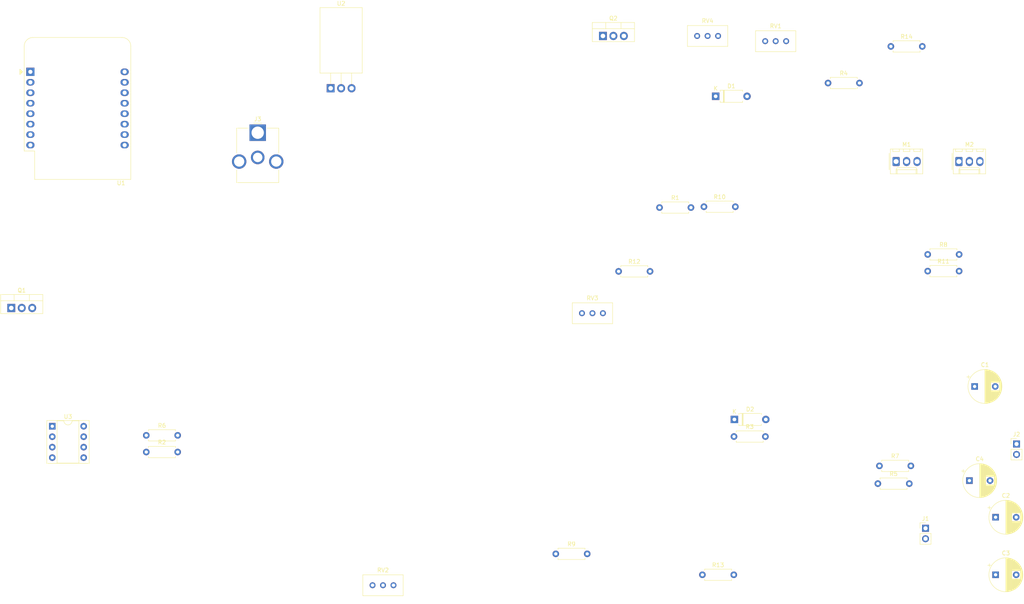
<source format=kicad_pcb>
(kicad_pcb (version 20171130) (host pcbnew 5.1.9-73d0e3b20d~88~ubuntu20.04.1)

  (general
    (thickness 1.6)
    (drawings 0)
    (tracks 0)
    (zones 0)
    (modules 34)
    (nets 26)
  )

  (page A4)
  (layers
    (0 F.Cu signal)
    (31 B.Cu signal)
    (32 B.Adhes user)
    (33 F.Adhes user)
    (34 B.Paste user)
    (35 F.Paste user)
    (36 B.SilkS user)
    (37 F.SilkS user)
    (38 B.Mask user)
    (39 F.Mask user)
    (40 Dwgs.User user)
    (41 Cmts.User user)
    (42 Eco1.User user)
    (43 Eco2.User user)
    (44 Edge.Cuts user)
    (45 Margin user)
    (46 B.CrtYd user)
    (47 F.CrtYd user)
    (48 B.Fab user)
    (49 F.Fab user)
  )

  (setup
    (last_trace_width 0.25)
    (user_trace_width 0.25)
    (user_trace_width 0.4)
    (trace_clearance 0.2)
    (zone_clearance 0.508)
    (zone_45_only no)
    (trace_min 0.2)
    (via_size 0.8)
    (via_drill 0.4)
    (via_min_size 0.4)
    (via_min_drill 0.3)
    (uvia_size 0.3)
    (uvia_drill 0.1)
    (uvias_allowed no)
    (uvia_min_size 0.2)
    (uvia_min_drill 0.1)
    (edge_width 0.05)
    (segment_width 0.2)
    (pcb_text_width 0.3)
    (pcb_text_size 1.5 1.5)
    (mod_edge_width 0.12)
    (mod_text_size 1 1)
    (mod_text_width 0.15)
    (pad_size 1.524 1.524)
    (pad_drill 0.762)
    (pad_to_mask_clearance 0)
    (aux_axis_origin 0 0)
    (visible_elements FFFFFF7F)
    (pcbplotparams
      (layerselection 0x010fc_ffffffff)
      (usegerberextensions false)
      (usegerberattributes true)
      (usegerberadvancedattributes true)
      (creategerberjobfile true)
      (excludeedgelayer true)
      (linewidth 0.100000)
      (plotframeref false)
      (viasonmask false)
      (mode 1)
      (useauxorigin false)
      (hpglpennumber 1)
      (hpglpenspeed 20)
      (hpglpendiameter 15.000000)
      (psnegative false)
      (psa4output false)
      (plotreference true)
      (plotvalue true)
      (plotinvisibletext false)
      (padsonsilk false)
      (subtractmaskfromsilk false)
      (outputformat 1)
      (mirror false)
      (drillshape 1)
      (scaleselection 1)
      (outputdirectory ""))
  )

  (net 0 "")
  (net 1 GND)
  (net 2 14VDC)
  (net 3 "Net-(R3-Pad1)")
  (net 4 "Net-(C2-Pad1)")
  (net 5 "Net-(D1-Pad2)")
  (net 6 "Net-(D2-Pad2)")
  (net 7 PWM1)
  (net 8 PWM2)
  (net 9 TACH1)
  (net 10 TACH2)
  (net 11 5VDC)
  (net 12 "Net-(C3-Pad1)")
  (net 13 "Net-(R4-Pad1)")
  (net 14 "Net-(R10-Pad2)")
  (net 15 "Net-(R6-Pad1)")
  (net 16 "Net-(Q1-Pad1)")
  (net 17 "Net-(Q2-Pad1)")
  (net 18 "Net-(R5-Pad1)")
  (net 19 "Net-(R7-Pad1)")
  (net 20 "Net-(R8-Pad1)")
  (net 21 "Net-(R9-Pad2)")
  (net 22 "Net-(RV1-Pad2)")
  (net 23 "Net-(RV2-Pad2)")
  (net 24 "Net-(RV3-Pad2)")
  (net 25 "Net-(RV4-Pad2)")

  (net_class Default "This is the default net class."
    (clearance 0.2)
    (trace_width 0.25)
    (via_dia 0.8)
    (via_drill 0.4)
    (uvia_dia 0.3)
    (uvia_drill 0.1)
    (add_net 14VDC)
    (add_net 5VDC)
    (add_net GND)
    (add_net "Net-(C2-Pad1)")
    (add_net "Net-(C3-Pad1)")
    (add_net "Net-(D1-Pad2)")
    (add_net "Net-(D2-Pad2)")
    (add_net "Net-(Q1-Pad1)")
    (add_net "Net-(Q2-Pad1)")
    (add_net "Net-(R10-Pad2)")
    (add_net "Net-(R3-Pad1)")
    (add_net "Net-(R4-Pad1)")
    (add_net "Net-(R5-Pad1)")
    (add_net "Net-(R6-Pad1)")
    (add_net "Net-(R7-Pad1)")
    (add_net "Net-(R8-Pad1)")
    (add_net "Net-(R9-Pad2)")
    (add_net "Net-(RV1-Pad2)")
    (add_net "Net-(RV2-Pad2)")
    (add_net "Net-(RV3-Pad2)")
    (add_net "Net-(RV4-Pad2)")
    (add_net "Net-(U1-Pad1)")
    (add_net "Net-(U1-Pad13)")
    (add_net "Net-(U1-Pad14)")
    (add_net "Net-(U1-Pad15)")
    (add_net "Net-(U1-Pad16)")
    (add_net "Net-(U1-Pad4)")
    (add_net "Net-(U1-Pad5)")
    (add_net "Net-(U1-Pad6)")
    (add_net "Net-(U1-Pad7)")
    (add_net "Net-(U1-Pad8)")
    (add_net PWM1)
    (add_net PWM2)
    (add_net TACH1)
    (add_net TACH2)
  )

  (net_class 14V ""
    (clearance 0.3)
    (trace_width 0.4)
    (via_dia 0.8)
    (via_drill 0.4)
    (uvia_dia 0.3)
    (uvia_drill 0.1)
  )

  (module Package_DIP:DIP-8_W7.62mm_Socket (layer F.Cu) (tedit 5A02E8C5) (tstamp 60575572)
    (at 36.615302 118.88)
    (descr "8-lead though-hole mounted DIP package, row spacing 7.62 mm (300 mils), Socket")
    (tags "THT DIP DIL PDIP 2.54mm 7.62mm 300mil Socket")
    (path /604C11CF)
    (fp_text reference U3 (at 3.81 -2.33) (layer F.SilkS)
      (effects (font (size 1 1) (thickness 0.15)))
    )
    (fp_text value LM358 (at 3.81 9.95) (layer F.Fab)
      (effects (font (size 1 1) (thickness 0.15)))
    )
    (fp_text user %R (at 3.81 3.81) (layer F.Fab)
      (effects (font (size 1 1) (thickness 0.15)))
    )
    (fp_arc (start 3.81 -1.33) (end 2.81 -1.33) (angle -180) (layer F.SilkS) (width 0.12))
    (fp_line (start 1.635 -1.27) (end 6.985 -1.27) (layer F.Fab) (width 0.1))
    (fp_line (start 6.985 -1.27) (end 6.985 8.89) (layer F.Fab) (width 0.1))
    (fp_line (start 6.985 8.89) (end 0.635 8.89) (layer F.Fab) (width 0.1))
    (fp_line (start 0.635 8.89) (end 0.635 -0.27) (layer F.Fab) (width 0.1))
    (fp_line (start 0.635 -0.27) (end 1.635 -1.27) (layer F.Fab) (width 0.1))
    (fp_line (start -1.27 -1.33) (end -1.27 8.95) (layer F.Fab) (width 0.1))
    (fp_line (start -1.27 8.95) (end 8.89 8.95) (layer F.Fab) (width 0.1))
    (fp_line (start 8.89 8.95) (end 8.89 -1.33) (layer F.Fab) (width 0.1))
    (fp_line (start 8.89 -1.33) (end -1.27 -1.33) (layer F.Fab) (width 0.1))
    (fp_line (start 2.81 -1.33) (end 1.16 -1.33) (layer F.SilkS) (width 0.12))
    (fp_line (start 1.16 -1.33) (end 1.16 8.95) (layer F.SilkS) (width 0.12))
    (fp_line (start 1.16 8.95) (end 6.46 8.95) (layer F.SilkS) (width 0.12))
    (fp_line (start 6.46 8.95) (end 6.46 -1.33) (layer F.SilkS) (width 0.12))
    (fp_line (start 6.46 -1.33) (end 4.81 -1.33) (layer F.SilkS) (width 0.12))
    (fp_line (start -1.33 -1.39) (end -1.33 9.01) (layer F.SilkS) (width 0.12))
    (fp_line (start -1.33 9.01) (end 8.95 9.01) (layer F.SilkS) (width 0.12))
    (fp_line (start 8.95 9.01) (end 8.95 -1.39) (layer F.SilkS) (width 0.12))
    (fp_line (start 8.95 -1.39) (end -1.33 -1.39) (layer F.SilkS) (width 0.12))
    (fp_line (start -1.55 -1.6) (end -1.55 9.2) (layer F.CrtYd) (width 0.05))
    (fp_line (start -1.55 9.2) (end 9.15 9.2) (layer F.CrtYd) (width 0.05))
    (fp_line (start 9.15 9.2) (end 9.15 -1.6) (layer F.CrtYd) (width 0.05))
    (fp_line (start 9.15 -1.6) (end -1.55 -1.6) (layer F.CrtYd) (width 0.05))
    (pad 8 thru_hole oval (at 7.62 0) (size 1.6 1.6) (drill 0.8) (layers *.Cu *.Mask)
      (net 2 14VDC))
    (pad 4 thru_hole oval (at 0 7.62) (size 1.6 1.6) (drill 0.8) (layers *.Cu *.Mask)
      (net 1 GND))
    (pad 7 thru_hole oval (at 7.62 2.54) (size 1.6 1.6) (drill 0.8) (layers *.Cu *.Mask)
      (net 17 "Net-(Q2-Pad1)"))
    (pad 3 thru_hole oval (at 0 5.08) (size 1.6 1.6) (drill 0.8) (layers *.Cu *.Mask)
      (net 22 "Net-(RV1-Pad2)"))
    (pad 6 thru_hole oval (at 7.62 5.08) (size 1.6 1.6) (drill 0.8) (layers *.Cu *.Mask)
      (net 25 "Net-(RV4-Pad2)"))
    (pad 2 thru_hole oval (at 0 2.54) (size 1.6 1.6) (drill 0.8) (layers *.Cu *.Mask)
      (net 24 "Net-(RV3-Pad2)"))
    (pad 5 thru_hole oval (at 7.62 7.62) (size 1.6 1.6) (drill 0.8) (layers *.Cu *.Mask)
      (net 23 "Net-(RV2-Pad2)"))
    (pad 1 thru_hole rect (at 0 0) (size 1.6 1.6) (drill 0.8) (layers *.Cu *.Mask)
      (net 16 "Net-(Q1-Pad1)"))
    (model ${KISYS3DMOD}/Package_DIP.3dshapes/DIP-8_W7.62mm_Socket.wrl
      (at (xyz 0 0 0))
      (scale (xyz 1 1 1))
      (rotate (xyz 0 0 0))
    )
  )

  (module Package_TO_SOT_THT:TO-220-3_Horizontal_TabDown (layer F.Cu) (tedit 5AC8BA0D) (tstamp 6057554E)
    (at 104.14 36.83)
    (descr "TO-220-3, Horizontal, RM 2.54mm, see https://www.vishay.com/docs/66542/to-220-1.pdf")
    (tags "TO-220-3 Horizontal RM 2.54mm")
    (path /60517225)
    (fp_text reference U2 (at 2.54 -20.58) (layer F.SilkS)
      (effects (font (size 1 1) (thickness 0.15)))
    )
    (fp_text value L7805 (at 2.54 2) (layer F.Fab)
      (effects (font (size 1 1) (thickness 0.15)))
    )
    (fp_text user %R (at 2.54 -20.58) (layer F.Fab)
      (effects (font (size 1 1) (thickness 0.15)))
    )
    (fp_circle (center 2.54 -16.66) (end 4.39 -16.66) (layer F.Fab) (width 0.1))
    (fp_line (start -2.46 -13.06) (end -2.46 -19.46) (layer F.Fab) (width 0.1))
    (fp_line (start -2.46 -19.46) (end 7.54 -19.46) (layer F.Fab) (width 0.1))
    (fp_line (start 7.54 -19.46) (end 7.54 -13.06) (layer F.Fab) (width 0.1))
    (fp_line (start 7.54 -13.06) (end -2.46 -13.06) (layer F.Fab) (width 0.1))
    (fp_line (start -2.46 -3.81) (end -2.46 -13.06) (layer F.Fab) (width 0.1))
    (fp_line (start -2.46 -13.06) (end 7.54 -13.06) (layer F.Fab) (width 0.1))
    (fp_line (start 7.54 -13.06) (end 7.54 -3.81) (layer F.Fab) (width 0.1))
    (fp_line (start 7.54 -3.81) (end -2.46 -3.81) (layer F.Fab) (width 0.1))
    (fp_line (start 0 -3.81) (end 0 0) (layer F.Fab) (width 0.1))
    (fp_line (start 2.54 -3.81) (end 2.54 0) (layer F.Fab) (width 0.1))
    (fp_line (start 5.08 -3.81) (end 5.08 0) (layer F.Fab) (width 0.1))
    (fp_line (start -2.58 -3.69) (end 7.66 -3.69) (layer F.SilkS) (width 0.12))
    (fp_line (start -2.58 -19.58) (end 7.66 -19.58) (layer F.SilkS) (width 0.12))
    (fp_line (start -2.58 -19.58) (end -2.58 -3.69) (layer F.SilkS) (width 0.12))
    (fp_line (start 7.66 -19.58) (end 7.66 -3.69) (layer F.SilkS) (width 0.12))
    (fp_line (start 0 -3.69) (end 0 -1.15) (layer F.SilkS) (width 0.12))
    (fp_line (start 2.54 -3.69) (end 2.54 -1.15) (layer F.SilkS) (width 0.12))
    (fp_line (start 5.08 -3.69) (end 5.08 -1.15) (layer F.SilkS) (width 0.12))
    (fp_line (start -2.71 -19.71) (end -2.71 1.25) (layer F.CrtYd) (width 0.05))
    (fp_line (start -2.71 1.25) (end 7.79 1.25) (layer F.CrtYd) (width 0.05))
    (fp_line (start 7.79 1.25) (end 7.79 -19.71) (layer F.CrtYd) (width 0.05))
    (fp_line (start 7.79 -19.71) (end -2.71 -19.71) (layer F.CrtYd) (width 0.05))
    (pad 3 thru_hole oval (at 5.08 0) (size 1.905 2) (drill 1.1) (layers *.Cu *.Mask)
      (net 11 5VDC))
    (pad 2 thru_hole oval (at 2.54 0) (size 1.905 2) (drill 1.1) (layers *.Cu *.Mask)
      (net 1 GND))
    (pad 1 thru_hole rect (at 0 0) (size 1.905 2) (drill 1.1) (layers *.Cu *.Mask)
      (net 2 14VDC))
    (pad "" np_thru_hole oval (at 2.54 -16.66) (size 3.5 3.5) (drill 3.5) (layers *.Cu *.Mask))
    (model ${KISYS3DMOD}/Package_TO_SOT_THT.3dshapes/TO-220-3_Horizontal_TabDown.wrl
      (at (xyz 0 0 0))
      (scale (xyz 1 1 1))
      (rotate (xyz 0 0 0))
    )
  )

  (module Module:WEMOS_D1_mini_light (layer F.Cu) (tedit 5BBFB1CE) (tstamp 6057552E)
    (at 31.305302 32.84)
    (descr "16-pin module, column spacing 22.86 mm (900 mils), https://wiki.wemos.cc/products:d1:d1_mini, https://c1.staticflickr.com/1/734/31400410271_f278b087db_z.jpg")
    (tags "ESP8266 WiFi microcontroller")
    (path /604EBBD0)
    (fp_text reference U1 (at 22 27) (layer F.SilkS)
      (effects (font (size 1 1) (thickness 0.15)))
    )
    (fp_text value WeMos_D1_mini (at 11.7 0) (layer F.Fab)
      (effects (font (size 1 1) (thickness 0.15)))
    )
    (fp_text user "No copper" (at 11.43 -3.81) (layer Cmts.User)
      (effects (font (size 1 1) (thickness 0.15)))
    )
    (fp_text user "KEEP OUT" (at 11.43 -6.35) (layer Cmts.User)
      (effects (font (size 1 1) (thickness 0.15)))
    )
    (fp_arc (start 22.23 -6.21) (end 24.36 -6.21) (angle -90) (layer F.SilkS) (width 0.12))
    (fp_arc (start 0.63 -6.21) (end 0.63 -8.34) (angle -90) (layer F.SilkS) (width 0.12))
    (fp_arc (start 22.23 -6.21) (end 24.23 -6.19) (angle -90) (layer F.Fab) (width 0.1))
    (fp_arc (start 0.63 -6.21) (end 0.63 -8.21) (angle -90) (layer F.Fab) (width 0.1))
    (fp_text user %R (at 11.43 10) (layer F.Fab)
      (effects (font (size 1 1) (thickness 0.15)))
    )
    (fp_line (start 1.04 26.12) (end 24.36 26.12) (layer F.SilkS) (width 0.12))
    (fp_line (start -1.5 19.22) (end -1.5 -6.21) (layer F.SilkS) (width 0.12))
    (fp_line (start 24.36 26.12) (end 24.36 -6.21) (layer F.SilkS) (width 0.12))
    (fp_line (start 22.24 -8.34) (end 0.63 -8.34) (layer F.SilkS) (width 0.12))
    (fp_line (start 1.17 25.99) (end 24.23 25.99) (layer F.Fab) (width 0.1))
    (fp_line (start 24.23 25.99) (end 24.23 -6.21) (layer F.Fab) (width 0.1))
    (fp_line (start 22.23 -8.21) (end 0.63 -8.21) (layer F.Fab) (width 0.1))
    (fp_line (start -1.37 1) (end -1.37 19.09) (layer F.Fab) (width 0.1))
    (fp_line (start -1.62 -8.46) (end 24.48 -8.46) (layer F.CrtYd) (width 0.05))
    (fp_line (start 24.48 -8.41) (end 24.48 26.24) (layer F.CrtYd) (width 0.05))
    (fp_line (start 24.48 26.24) (end -1.62 26.24) (layer F.CrtYd) (width 0.05))
    (fp_line (start -1.62 26.24) (end -1.62 -8.46) (layer F.CrtYd) (width 0.05))
    (fp_poly (pts (xy -2.54 -0.635) (xy -2.54 0.635) (xy -1.905 0)) (layer F.SilkS) (width 0.15))
    (fp_line (start -1.35 -1.4) (end 24.25 -1.4) (layer Dwgs.User) (width 0.1))
    (fp_line (start 24.25 -1.4) (end 24.25 -8.2) (layer Dwgs.User) (width 0.1))
    (fp_line (start 24.25 -8.2) (end -1.35 -8.2) (layer Dwgs.User) (width 0.1))
    (fp_line (start -1.35 -8.2) (end -1.35 -1.4) (layer Dwgs.User) (width 0.1))
    (fp_line (start -1.35 -1.4) (end 5.45 -8.2) (layer Dwgs.User) (width 0.1))
    (fp_line (start 0.65 -1.4) (end 7.45 -8.2) (layer Dwgs.User) (width 0.1))
    (fp_line (start 2.65 -1.4) (end 9.45 -8.2) (layer Dwgs.User) (width 0.1))
    (fp_line (start 4.65 -1.4) (end 11.45 -8.2) (layer Dwgs.User) (width 0.1))
    (fp_line (start 6.65 -1.4) (end 13.45 -8.2) (layer Dwgs.User) (width 0.1))
    (fp_line (start 8.65 -1.4) (end 15.45 -8.2) (layer Dwgs.User) (width 0.1))
    (fp_line (start 10.65 -1.4) (end 17.45 -8.2) (layer Dwgs.User) (width 0.1))
    (fp_line (start 12.65 -1.4) (end 19.45 -8.2) (layer Dwgs.User) (width 0.1))
    (fp_line (start 14.65 -1.4) (end 21.45 -8.2) (layer Dwgs.User) (width 0.1))
    (fp_line (start 16.65 -1.4) (end 23.45 -8.2) (layer Dwgs.User) (width 0.1))
    (fp_line (start 18.65 -1.4) (end 24.25 -7) (layer Dwgs.User) (width 0.1))
    (fp_line (start 20.65 -1.4) (end 24.25 -5) (layer Dwgs.User) (width 0.1))
    (fp_line (start 22.65 -1.4) (end 24.25 -3) (layer Dwgs.User) (width 0.1))
    (fp_line (start -1.35 -3.4) (end 3.45 -8.2) (layer Dwgs.User) (width 0.1))
    (fp_line (start -1.3 -5.45) (end 1.45 -8.2) (layer Dwgs.User) (width 0.1))
    (fp_line (start -1.35 -7.4) (end -0.55 -8.2) (layer Dwgs.User) (width 0.1))
    (fp_line (start -1.37 19.09) (end 1.17 19.09) (layer F.Fab) (width 0.1))
    (fp_line (start 1.17 19.09) (end 1.17 25.99) (layer F.Fab) (width 0.1))
    (fp_line (start -1.37 -6.21) (end -1.37 -1) (layer F.Fab) (width 0.1))
    (fp_line (start -1.37 1) (end -0.37 0) (layer F.Fab) (width 0.1))
    (fp_line (start -0.37 0) (end -1.37 -1) (layer F.Fab) (width 0.1))
    (fp_line (start -1.5 19.22) (end 1.04 19.22) (layer F.SilkS) (width 0.12))
    (fp_line (start 1.04 19.22) (end 1.04 26.12) (layer F.SilkS) (width 0.12))
    (pad 16 thru_hole oval (at 22.86 0) (size 2 1.6) (drill 1) (layers *.Cu *.Mask))
    (pad 15 thru_hole oval (at 22.86 2.54) (size 2 1.6) (drill 1) (layers *.Cu *.Mask))
    (pad 14 thru_hole oval (at 22.86 5.08) (size 2 1.6) (drill 1) (layers *.Cu *.Mask))
    (pad 13 thru_hole oval (at 22.86 7.62) (size 2 1.6) (drill 1) (layers *.Cu *.Mask))
    (pad 12 thru_hole oval (at 22.86 10.16) (size 2 1.6) (drill 1) (layers *.Cu *.Mask)
      (net 7 PWM1))
    (pad 11 thru_hole oval (at 22.86 12.7) (size 2 1.6) (drill 1) (layers *.Cu *.Mask)
      (net 8 PWM2))
    (pad 10 thru_hole oval (at 22.86 15.24) (size 2 1.6) (drill 1) (layers *.Cu *.Mask)
      (net 1 GND))
    (pad 9 thru_hole oval (at 22.86 17.78) (size 2 1.6) (drill 1) (layers *.Cu *.Mask)
      (net 11 5VDC))
    (pad 8 thru_hole oval (at 0 17.78) (size 2 1.6) (drill 1) (layers *.Cu *.Mask))
    (pad 7 thru_hole oval (at 0 15.24) (size 2 1.6) (drill 1) (layers *.Cu *.Mask))
    (pad 6 thru_hole oval (at 0 12.7) (size 2 1.6) (drill 1) (layers *.Cu *.Mask))
    (pad 5 thru_hole oval (at 0 10.16) (size 2 1.6) (drill 1) (layers *.Cu *.Mask))
    (pad 4 thru_hole oval (at 0 7.62) (size 2 1.6) (drill 1) (layers *.Cu *.Mask))
    (pad 3 thru_hole oval (at 0 5.08) (size 2 1.6) (drill 1) (layers *.Cu *.Mask)
      (net 10 TACH2))
    (pad 1 thru_hole rect (at 0 0) (size 2 2) (drill 1) (layers *.Cu *.Mask))
    (pad 2 thru_hole oval (at 0 2.54) (size 2 1.6) (drill 1) (layers *.Cu *.Mask)
      (net 9 TACH1))
    (model ${KISYS3DMOD}/Module.3dshapes/WEMOS_D1_mini_light.wrl
      (at (xyz 0 0 0))
      (scale (xyz 1 1 1))
      (rotate (xyz 0 0 0))
    )
    (model ${KISYS3DMOD}/Connector_PinHeader_2.54mm.3dshapes/PinHeader_1x08_P2.54mm_Vertical.wrl
      (offset (xyz 0 0 9.5))
      (scale (xyz 1 1 1))
      (rotate (xyz 0 -180 0))
    )
    (model ${KISYS3DMOD}/Connector_PinHeader_2.54mm.3dshapes/PinHeader_1x08_P2.54mm_Vertical.wrl
      (offset (xyz 22.86 0 9.5))
      (scale (xyz 1 1 1))
      (rotate (xyz 0 -180 0))
    )
    (model ${KISYS3DMOD}/Connector_PinSocket_2.54mm.3dshapes/PinSocket_1x08_P2.54mm_Vertical.wrl
      (at (xyz 0 0 0))
      (scale (xyz 1 1 1))
      (rotate (xyz 0 0 0))
    )
    (model ${KISYS3DMOD}/Connector_PinSocket_2.54mm.3dshapes/PinSocket_1x08_P2.54mm_Vertical.wrl
      (offset (xyz 22.86 0 0))
      (scale (xyz 1 1 1))
      (rotate (xyz 0 0 0))
    )
  )

  (module Potentiometer_THT:Potentiometer_Bourns_3296W_Vertical (layer F.Cu) (tedit 5A3D4994) (tstamp 605754EB)
    (at 198.12 24.13)
    (descr "Potentiometer, vertical, Bourns 3296W, https://www.bourns.com/pdfs/3296.pdf")
    (tags "Potentiometer vertical Bourns 3296W")
    (path /605B75BB)
    (fp_text reference RV4 (at -2.54 -3.66) (layer F.SilkS)
      (effects (font (size 1 1) (thickness 0.15)))
    )
    (fp_text value 5k (at -2.54 3.67) (layer F.Fab)
      (effects (font (size 1 1) (thickness 0.15)))
    )
    (fp_text user %R (at -3.175 0.005) (layer F.Fab)
      (effects (font (size 1 1) (thickness 0.15)))
    )
    (fp_circle (center 0.955 1.15) (end 2.05 1.15) (layer F.Fab) (width 0.1))
    (fp_line (start -7.305 -2.41) (end -7.305 2.42) (layer F.Fab) (width 0.1))
    (fp_line (start -7.305 2.42) (end 2.225 2.42) (layer F.Fab) (width 0.1))
    (fp_line (start 2.225 2.42) (end 2.225 -2.41) (layer F.Fab) (width 0.1))
    (fp_line (start 2.225 -2.41) (end -7.305 -2.41) (layer F.Fab) (width 0.1))
    (fp_line (start 0.955 2.235) (end 0.956 0.066) (layer F.Fab) (width 0.1))
    (fp_line (start 0.955 2.235) (end 0.956 0.066) (layer F.Fab) (width 0.1))
    (fp_line (start -7.425 -2.53) (end 2.345 -2.53) (layer F.SilkS) (width 0.12))
    (fp_line (start -7.425 2.54) (end 2.345 2.54) (layer F.SilkS) (width 0.12))
    (fp_line (start -7.425 -2.53) (end -7.425 2.54) (layer F.SilkS) (width 0.12))
    (fp_line (start 2.345 -2.53) (end 2.345 2.54) (layer F.SilkS) (width 0.12))
    (fp_line (start -7.6 -2.7) (end -7.6 2.7) (layer F.CrtYd) (width 0.05))
    (fp_line (start -7.6 2.7) (end 2.5 2.7) (layer F.CrtYd) (width 0.05))
    (fp_line (start 2.5 2.7) (end 2.5 -2.7) (layer F.CrtYd) (width 0.05))
    (fp_line (start 2.5 -2.7) (end -7.6 -2.7) (layer F.CrtYd) (width 0.05))
    (pad 3 thru_hole circle (at -5.08 0) (size 1.44 1.44) (drill 0.8) (layers *.Cu *.Mask)
      (net 18 "Net-(R5-Pad1)"))
    (pad 2 thru_hole circle (at -2.54 0) (size 1.44 1.44) (drill 0.8) (layers *.Cu *.Mask)
      (net 25 "Net-(RV4-Pad2)"))
    (pad 1 thru_hole circle (at 0 0) (size 1.44 1.44) (drill 0.8) (layers *.Cu *.Mask)
      (net 14 "Net-(R10-Pad2)"))
    (model ${KISYS3DMOD}/Potentiometer_THT.3dshapes/Potentiometer_Bourns_3296W_Vertical.wrl
      (at (xyz 0 0 0))
      (scale (xyz 1 1 1))
      (rotate (xyz 0 0 0))
    )
  )

  (module Potentiometer_THT:Potentiometer_Bourns_3296W_Vertical (layer F.Cu) (tedit 5A3D4994) (tstamp 605754D4)
    (at 170.18 91.44)
    (descr "Potentiometer, vertical, Bourns 3296W, https://www.bourns.com/pdfs/3296.pdf")
    (tags "Potentiometer vertical Bourns 3296W")
    (path /6056F56C)
    (fp_text reference RV3 (at -2.54 -3.66) (layer F.SilkS)
      (effects (font (size 1 1) (thickness 0.15)))
    )
    (fp_text value 5k (at -2.54 3.67) (layer F.Fab)
      (effects (font (size 1 1) (thickness 0.15)))
    )
    (fp_text user %R (at -3.175 0.005) (layer F.Fab)
      (effects (font (size 1 1) (thickness 0.15)))
    )
    (fp_circle (center 0.955 1.15) (end 2.05 1.15) (layer F.Fab) (width 0.1))
    (fp_line (start -7.305 -2.41) (end -7.305 2.42) (layer F.Fab) (width 0.1))
    (fp_line (start -7.305 2.42) (end 2.225 2.42) (layer F.Fab) (width 0.1))
    (fp_line (start 2.225 2.42) (end 2.225 -2.41) (layer F.Fab) (width 0.1))
    (fp_line (start 2.225 -2.41) (end -7.305 -2.41) (layer F.Fab) (width 0.1))
    (fp_line (start 0.955 2.235) (end 0.956 0.066) (layer F.Fab) (width 0.1))
    (fp_line (start 0.955 2.235) (end 0.956 0.066) (layer F.Fab) (width 0.1))
    (fp_line (start -7.425 -2.53) (end 2.345 -2.53) (layer F.SilkS) (width 0.12))
    (fp_line (start -7.425 2.54) (end 2.345 2.54) (layer F.SilkS) (width 0.12))
    (fp_line (start -7.425 -2.53) (end -7.425 2.54) (layer F.SilkS) (width 0.12))
    (fp_line (start 2.345 -2.53) (end 2.345 2.54) (layer F.SilkS) (width 0.12))
    (fp_line (start -7.6 -2.7) (end -7.6 2.7) (layer F.CrtYd) (width 0.05))
    (fp_line (start -7.6 2.7) (end 2.5 2.7) (layer F.CrtYd) (width 0.05))
    (fp_line (start 2.5 2.7) (end 2.5 -2.7) (layer F.CrtYd) (width 0.05))
    (fp_line (start 2.5 -2.7) (end -7.6 -2.7) (layer F.CrtYd) (width 0.05))
    (pad 3 thru_hole circle (at -5.08 0) (size 1.44 1.44) (drill 0.8) (layers *.Cu *.Mask)
      (net 3 "Net-(R3-Pad1)"))
    (pad 2 thru_hole circle (at -2.54 0) (size 1.44 1.44) (drill 0.8) (layers *.Cu *.Mask)
      (net 24 "Net-(RV3-Pad2)"))
    (pad 1 thru_hole circle (at 0 0) (size 1.44 1.44) (drill 0.8) (layers *.Cu *.Mask)
      (net 21 "Net-(R9-Pad2)"))
    (model ${KISYS3DMOD}/Potentiometer_THT.3dshapes/Potentiometer_Bourns_3296W_Vertical.wrl
      (at (xyz 0 0 0))
      (scale (xyz 1 1 1))
      (rotate (xyz 0 0 0))
    )
  )

  (module Potentiometer_THT:Potentiometer_Bourns_3296W_Vertical (layer F.Cu) (tedit 5A3D4994) (tstamp 605754BD)
    (at 119.38 157.48)
    (descr "Potentiometer, vertical, Bourns 3296W, https://www.bourns.com/pdfs/3296.pdf")
    (tags "Potentiometer vertical Bourns 3296W")
    (path /605B75C9)
    (fp_text reference RV2 (at -2.54 -3.66) (layer F.SilkS)
      (effects (font (size 1 1) (thickness 0.15)))
    )
    (fp_text value 5k (at -2.54 3.67) (layer F.Fab)
      (effects (font (size 1 1) (thickness 0.15)))
    )
    (fp_text user %R (at -3.175 0.005) (layer F.Fab)
      (effects (font (size 1 1) (thickness 0.15)))
    )
    (fp_circle (center 0.955 1.15) (end 2.05 1.15) (layer F.Fab) (width 0.1))
    (fp_line (start -7.305 -2.41) (end -7.305 2.42) (layer F.Fab) (width 0.1))
    (fp_line (start -7.305 2.42) (end 2.225 2.42) (layer F.Fab) (width 0.1))
    (fp_line (start 2.225 2.42) (end 2.225 -2.41) (layer F.Fab) (width 0.1))
    (fp_line (start 2.225 -2.41) (end -7.305 -2.41) (layer F.Fab) (width 0.1))
    (fp_line (start 0.955 2.235) (end 0.956 0.066) (layer F.Fab) (width 0.1))
    (fp_line (start 0.955 2.235) (end 0.956 0.066) (layer F.Fab) (width 0.1))
    (fp_line (start -7.425 -2.53) (end 2.345 -2.53) (layer F.SilkS) (width 0.12))
    (fp_line (start -7.425 2.54) (end 2.345 2.54) (layer F.SilkS) (width 0.12))
    (fp_line (start -7.425 -2.53) (end -7.425 2.54) (layer F.SilkS) (width 0.12))
    (fp_line (start 2.345 -2.53) (end 2.345 2.54) (layer F.SilkS) (width 0.12))
    (fp_line (start -7.6 -2.7) (end -7.6 2.7) (layer F.CrtYd) (width 0.05))
    (fp_line (start -7.6 2.7) (end 2.5 2.7) (layer F.CrtYd) (width 0.05))
    (fp_line (start 2.5 2.7) (end 2.5 -2.7) (layer F.CrtYd) (width 0.05))
    (fp_line (start 2.5 -2.7) (end -7.6 -2.7) (layer F.CrtYd) (width 0.05))
    (pad 3 thru_hole circle (at -5.08 0) (size 1.44 1.44) (drill 0.8) (layers *.Cu *.Mask)
      (net 15 "Net-(R6-Pad1)"))
    (pad 2 thru_hole circle (at -2.54 0) (size 1.44 1.44) (drill 0.8) (layers *.Cu *.Mask)
      (net 23 "Net-(RV2-Pad2)"))
    (pad 1 thru_hole circle (at 0 0) (size 1.44 1.44) (drill 0.8) (layers *.Cu *.Mask)
      (net 20 "Net-(R8-Pad1)"))
    (model ${KISYS3DMOD}/Potentiometer_THT.3dshapes/Potentiometer_Bourns_3296W_Vertical.wrl
      (at (xyz 0 0 0))
      (scale (xyz 1 1 1))
      (rotate (xyz 0 0 0))
    )
  )

  (module Potentiometer_THT:Potentiometer_Bourns_3296W_Vertical (layer F.Cu) (tedit 5A3D4994) (tstamp 605754A6)
    (at 214.63 25.4)
    (descr "Potentiometer, vertical, Bourns 3296W, https://www.bourns.com/pdfs/3296.pdf")
    (tags "Potentiometer vertical Bourns 3296W")
    (path /60579336)
    (fp_text reference RV1 (at -2.54 -3.66) (layer F.SilkS)
      (effects (font (size 1 1) (thickness 0.15)))
    )
    (fp_text value 5k (at -2.54 3.67) (layer F.Fab)
      (effects (font (size 1 1) (thickness 0.15)))
    )
    (fp_text user %R (at -3.175 0.005) (layer F.Fab)
      (effects (font (size 1 1) (thickness 0.15)))
    )
    (fp_circle (center 0.955 1.15) (end 2.05 1.15) (layer F.Fab) (width 0.1))
    (fp_line (start -7.305 -2.41) (end -7.305 2.42) (layer F.Fab) (width 0.1))
    (fp_line (start -7.305 2.42) (end 2.225 2.42) (layer F.Fab) (width 0.1))
    (fp_line (start 2.225 2.42) (end 2.225 -2.41) (layer F.Fab) (width 0.1))
    (fp_line (start 2.225 -2.41) (end -7.305 -2.41) (layer F.Fab) (width 0.1))
    (fp_line (start 0.955 2.235) (end 0.956 0.066) (layer F.Fab) (width 0.1))
    (fp_line (start 0.955 2.235) (end 0.956 0.066) (layer F.Fab) (width 0.1))
    (fp_line (start -7.425 -2.53) (end 2.345 -2.53) (layer F.SilkS) (width 0.12))
    (fp_line (start -7.425 2.54) (end 2.345 2.54) (layer F.SilkS) (width 0.12))
    (fp_line (start -7.425 -2.53) (end -7.425 2.54) (layer F.SilkS) (width 0.12))
    (fp_line (start 2.345 -2.53) (end 2.345 2.54) (layer F.SilkS) (width 0.12))
    (fp_line (start -7.6 -2.7) (end -7.6 2.7) (layer F.CrtYd) (width 0.05))
    (fp_line (start -7.6 2.7) (end 2.5 2.7) (layer F.CrtYd) (width 0.05))
    (fp_line (start 2.5 2.7) (end 2.5 -2.7) (layer F.CrtYd) (width 0.05))
    (fp_line (start 2.5 -2.7) (end -7.6 -2.7) (layer F.CrtYd) (width 0.05))
    (pad 3 thru_hole circle (at -5.08 0) (size 1.44 1.44) (drill 0.8) (layers *.Cu *.Mask)
      (net 13 "Net-(R4-Pad1)"))
    (pad 2 thru_hole circle (at -2.54 0) (size 1.44 1.44) (drill 0.8) (layers *.Cu *.Mask)
      (net 22 "Net-(RV1-Pad2)"))
    (pad 1 thru_hole circle (at 0 0) (size 1.44 1.44) (drill 0.8) (layers *.Cu *.Mask)
      (net 19 "Net-(R7-Pad1)"))
    (model ${KISYS3DMOD}/Potentiometer_THT.3dshapes/Potentiometer_Bourns_3296W_Vertical.wrl
      (at (xyz 0 0 0))
      (scale (xyz 1 1 1))
      (rotate (xyz 0 0 0))
    )
  )

  (module Resistor_THT:R_Axial_DIN0207_L6.3mm_D2.5mm_P7.62mm_Horizontal (layer F.Cu) (tedit 5AE5139B) (tstamp 6057548F)
    (at 240.03 26.67)
    (descr "Resistor, Axial_DIN0207 series, Axial, Horizontal, pin pitch=7.62mm, 0.25W = 1/4W, length*diameter=6.3*2.5mm^2, http://cdn-reichelt.de/documents/datenblatt/B400/1_4W%23YAG.pdf")
    (tags "Resistor Axial_DIN0207 series Axial Horizontal pin pitch 7.62mm 0.25W = 1/4W length 6.3mm diameter 2.5mm")
    (path /605B75E3)
    (fp_text reference R14 (at 3.81 -2.37) (layer F.SilkS)
      (effects (font (size 1 1) (thickness 0.15)))
    )
    (fp_text value 10k (at 3.81 2.37) (layer F.Fab)
      (effects (font (size 1 1) (thickness 0.15)))
    )
    (fp_text user %R (at 3.81 0) (layer F.Fab)
      (effects (font (size 1 1) (thickness 0.15)))
    )
    (fp_line (start 0.66 -1.25) (end 0.66 1.25) (layer F.Fab) (width 0.1))
    (fp_line (start 0.66 1.25) (end 6.96 1.25) (layer F.Fab) (width 0.1))
    (fp_line (start 6.96 1.25) (end 6.96 -1.25) (layer F.Fab) (width 0.1))
    (fp_line (start 6.96 -1.25) (end 0.66 -1.25) (layer F.Fab) (width 0.1))
    (fp_line (start 0 0) (end 0.66 0) (layer F.Fab) (width 0.1))
    (fp_line (start 7.62 0) (end 6.96 0) (layer F.Fab) (width 0.1))
    (fp_line (start 0.54 -1.04) (end 0.54 -1.37) (layer F.SilkS) (width 0.12))
    (fp_line (start 0.54 -1.37) (end 7.08 -1.37) (layer F.SilkS) (width 0.12))
    (fp_line (start 7.08 -1.37) (end 7.08 -1.04) (layer F.SilkS) (width 0.12))
    (fp_line (start 0.54 1.04) (end 0.54 1.37) (layer F.SilkS) (width 0.12))
    (fp_line (start 0.54 1.37) (end 7.08 1.37) (layer F.SilkS) (width 0.12))
    (fp_line (start 7.08 1.37) (end 7.08 1.04) (layer F.SilkS) (width 0.12))
    (fp_line (start -1.05 -1.5) (end -1.05 1.5) (layer F.CrtYd) (width 0.05))
    (fp_line (start -1.05 1.5) (end 8.67 1.5) (layer F.CrtYd) (width 0.05))
    (fp_line (start 8.67 1.5) (end 8.67 -1.5) (layer F.CrtYd) (width 0.05))
    (fp_line (start 8.67 -1.5) (end -1.05 -1.5) (layer F.CrtYd) (width 0.05))
    (pad 2 thru_hole oval (at 7.62 0) (size 1.6 1.6) (drill 0.8) (layers *.Cu *.Mask)
      (net 10 TACH2))
    (pad 1 thru_hole circle (at 0 0) (size 1.6 1.6) (drill 0.8) (layers *.Cu *.Mask)
      (net 11 5VDC))
    (model ${KISYS3DMOD}/Resistor_THT.3dshapes/R_Axial_DIN0207_L6.3mm_D2.5mm_P7.62mm_Horizontal.wrl
      (at (xyz 0 0 0))
      (scale (xyz 1 1 1))
      (rotate (xyz 0 0 0))
    )
  )

  (module Resistor_THT:R_Axial_DIN0207_L6.3mm_D2.5mm_P7.62mm_Horizontal (layer F.Cu) (tedit 5AE5139B) (tstamp 60575478)
    (at 194.31 154.94)
    (descr "Resistor, Axial_DIN0207 series, Axial, Horizontal, pin pitch=7.62mm, 0.25W = 1/4W, length*diameter=6.3*2.5mm^2, http://cdn-reichelt.de/documents/datenblatt/B400/1_4W%23YAG.pdf")
    (tags "Resistor Axial_DIN0207 series Axial Horizontal pin pitch 7.62mm 0.25W = 1/4W length 6.3mm diameter 2.5mm")
    (path /604E3F70)
    (fp_text reference R13 (at 3.81 -2.37) (layer F.SilkS)
      (effects (font (size 1 1) (thickness 0.15)))
    )
    (fp_text value 10k (at 3.81 2.37) (layer F.Fab)
      (effects (font (size 1 1) (thickness 0.15)))
    )
    (fp_text user %R (at 3.81 0) (layer F.Fab)
      (effects (font (size 1 1) (thickness 0.15)))
    )
    (fp_line (start 0.66 -1.25) (end 0.66 1.25) (layer F.Fab) (width 0.1))
    (fp_line (start 0.66 1.25) (end 6.96 1.25) (layer F.Fab) (width 0.1))
    (fp_line (start 6.96 1.25) (end 6.96 -1.25) (layer F.Fab) (width 0.1))
    (fp_line (start 6.96 -1.25) (end 0.66 -1.25) (layer F.Fab) (width 0.1))
    (fp_line (start 0 0) (end 0.66 0) (layer F.Fab) (width 0.1))
    (fp_line (start 7.62 0) (end 6.96 0) (layer F.Fab) (width 0.1))
    (fp_line (start 0.54 -1.04) (end 0.54 -1.37) (layer F.SilkS) (width 0.12))
    (fp_line (start 0.54 -1.37) (end 7.08 -1.37) (layer F.SilkS) (width 0.12))
    (fp_line (start 7.08 -1.37) (end 7.08 -1.04) (layer F.SilkS) (width 0.12))
    (fp_line (start 0.54 1.04) (end 0.54 1.37) (layer F.SilkS) (width 0.12))
    (fp_line (start 0.54 1.37) (end 7.08 1.37) (layer F.SilkS) (width 0.12))
    (fp_line (start 7.08 1.37) (end 7.08 1.04) (layer F.SilkS) (width 0.12))
    (fp_line (start -1.05 -1.5) (end -1.05 1.5) (layer F.CrtYd) (width 0.05))
    (fp_line (start -1.05 1.5) (end 8.67 1.5) (layer F.CrtYd) (width 0.05))
    (fp_line (start 8.67 1.5) (end 8.67 -1.5) (layer F.CrtYd) (width 0.05))
    (fp_line (start 8.67 -1.5) (end -1.05 -1.5) (layer F.CrtYd) (width 0.05))
    (pad 2 thru_hole oval (at 7.62 0) (size 1.6 1.6) (drill 0.8) (layers *.Cu *.Mask)
      (net 9 TACH1))
    (pad 1 thru_hole circle (at 0 0) (size 1.6 1.6) (drill 0.8) (layers *.Cu *.Mask)
      (net 11 5VDC))
    (model ${KISYS3DMOD}/Resistor_THT.3dshapes/R_Axial_DIN0207_L6.3mm_D2.5mm_P7.62mm_Horizontal.wrl
      (at (xyz 0 0 0))
      (scale (xyz 1 1 1))
      (rotate (xyz 0 0 0))
    )
  )

  (module Resistor_THT:R_Axial_DIN0207_L6.3mm_D2.5mm_P7.62mm_Horizontal (layer F.Cu) (tedit 5AE5139B) (tstamp 60575461)
    (at 173.99 81.28)
    (descr "Resistor, Axial_DIN0207 series, Axial, Horizontal, pin pitch=7.62mm, 0.25W = 1/4W, length*diameter=6.3*2.5mm^2, http://cdn-reichelt.de/documents/datenblatt/B400/1_4W%23YAG.pdf")
    (tags "Resistor Axial_DIN0207 series Axial Horizontal pin pitch 7.62mm 0.25W = 1/4W length 6.3mm diameter 2.5mm")
    (path /605B7535)
    (fp_text reference R12 (at 3.81 -2.37) (layer F.SilkS)
      (effects (font (size 1 1) (thickness 0.15)))
    )
    (fp_text value 46k (at 3.81 2.37) (layer F.Fab)
      (effects (font (size 1 1) (thickness 0.15)))
    )
    (fp_text user %R (at 3.81 0) (layer F.Fab)
      (effects (font (size 1 1) (thickness 0.15)))
    )
    (fp_line (start 0.66 -1.25) (end 0.66 1.25) (layer F.Fab) (width 0.1))
    (fp_line (start 0.66 1.25) (end 6.96 1.25) (layer F.Fab) (width 0.1))
    (fp_line (start 6.96 1.25) (end 6.96 -1.25) (layer F.Fab) (width 0.1))
    (fp_line (start 6.96 -1.25) (end 0.66 -1.25) (layer F.Fab) (width 0.1))
    (fp_line (start 0 0) (end 0.66 0) (layer F.Fab) (width 0.1))
    (fp_line (start 7.62 0) (end 6.96 0) (layer F.Fab) (width 0.1))
    (fp_line (start 0.54 -1.04) (end 0.54 -1.37) (layer F.SilkS) (width 0.12))
    (fp_line (start 0.54 -1.37) (end 7.08 -1.37) (layer F.SilkS) (width 0.12))
    (fp_line (start 7.08 -1.37) (end 7.08 -1.04) (layer F.SilkS) (width 0.12))
    (fp_line (start 0.54 1.04) (end 0.54 1.37) (layer F.SilkS) (width 0.12))
    (fp_line (start 0.54 1.37) (end 7.08 1.37) (layer F.SilkS) (width 0.12))
    (fp_line (start 7.08 1.37) (end 7.08 1.04) (layer F.SilkS) (width 0.12))
    (fp_line (start -1.05 -1.5) (end -1.05 1.5) (layer F.CrtYd) (width 0.05))
    (fp_line (start -1.05 1.5) (end 8.67 1.5) (layer F.CrtYd) (width 0.05))
    (fp_line (start 8.67 1.5) (end 8.67 -1.5) (layer F.CrtYd) (width 0.05))
    (fp_line (start 8.67 -1.5) (end -1.05 -1.5) (layer F.CrtYd) (width 0.05))
    (pad 2 thru_hole oval (at 7.62 0) (size 1.6 1.6) (drill 0.8) (layers *.Cu *.Mask)
      (net 6 "Net-(D2-Pad2)"))
    (pad 1 thru_hole circle (at 0 0) (size 1.6 1.6) (drill 0.8) (layers *.Cu *.Mask)
      (net 1 GND))
    (model ${KISYS3DMOD}/Resistor_THT.3dshapes/R_Axial_DIN0207_L6.3mm_D2.5mm_P7.62mm_Horizontal.wrl
      (at (xyz 0 0 0))
      (scale (xyz 1 1 1))
      (rotate (xyz 0 0 0))
    )
  )

  (module Resistor_THT:R_Axial_DIN0207_L6.3mm_D2.5mm_P7.62mm_Horizontal (layer F.Cu) (tedit 5AE5139B) (tstamp 6057544A)
    (at 248.965302 81.22)
    (descr "Resistor, Axial_DIN0207 series, Axial, Horizontal, pin pitch=7.62mm, 0.25W = 1/4W, length*diameter=6.3*2.5mm^2, http://cdn-reichelt.de/documents/datenblatt/B400/1_4W%23YAG.pdf")
    (tags "Resistor Axial_DIN0207 series Axial Horizontal pin pitch 7.62mm 0.25W = 1/4W length 6.3mm diameter 2.5mm")
    (path /604D06B8)
    (fp_text reference R11 (at 3.81 -2.37) (layer F.SilkS)
      (effects (font (size 1 1) (thickness 0.15)))
    )
    (fp_text value 46k (at 3.81 2.37) (layer F.Fab)
      (effects (font (size 1 1) (thickness 0.15)))
    )
    (fp_text user %R (at 3.81 0) (layer F.Fab)
      (effects (font (size 1 1) (thickness 0.15)))
    )
    (fp_line (start 0.66 -1.25) (end 0.66 1.25) (layer F.Fab) (width 0.1))
    (fp_line (start 0.66 1.25) (end 6.96 1.25) (layer F.Fab) (width 0.1))
    (fp_line (start 6.96 1.25) (end 6.96 -1.25) (layer F.Fab) (width 0.1))
    (fp_line (start 6.96 -1.25) (end 0.66 -1.25) (layer F.Fab) (width 0.1))
    (fp_line (start 0 0) (end 0.66 0) (layer F.Fab) (width 0.1))
    (fp_line (start 7.62 0) (end 6.96 0) (layer F.Fab) (width 0.1))
    (fp_line (start 0.54 -1.04) (end 0.54 -1.37) (layer F.SilkS) (width 0.12))
    (fp_line (start 0.54 -1.37) (end 7.08 -1.37) (layer F.SilkS) (width 0.12))
    (fp_line (start 7.08 -1.37) (end 7.08 -1.04) (layer F.SilkS) (width 0.12))
    (fp_line (start 0.54 1.04) (end 0.54 1.37) (layer F.SilkS) (width 0.12))
    (fp_line (start 0.54 1.37) (end 7.08 1.37) (layer F.SilkS) (width 0.12))
    (fp_line (start 7.08 1.37) (end 7.08 1.04) (layer F.SilkS) (width 0.12))
    (fp_line (start -1.05 -1.5) (end -1.05 1.5) (layer F.CrtYd) (width 0.05))
    (fp_line (start -1.05 1.5) (end 8.67 1.5) (layer F.CrtYd) (width 0.05))
    (fp_line (start 8.67 1.5) (end 8.67 -1.5) (layer F.CrtYd) (width 0.05))
    (fp_line (start 8.67 -1.5) (end -1.05 -1.5) (layer F.CrtYd) (width 0.05))
    (pad 2 thru_hole oval (at 7.62 0) (size 1.6 1.6) (drill 0.8) (layers *.Cu *.Mask)
      (net 5 "Net-(D1-Pad2)"))
    (pad 1 thru_hole circle (at 0 0) (size 1.6 1.6) (drill 0.8) (layers *.Cu *.Mask)
      (net 1 GND))
    (model ${KISYS3DMOD}/Resistor_THT.3dshapes/R_Axial_DIN0207_L6.3mm_D2.5mm_P7.62mm_Horizontal.wrl
      (at (xyz 0 0 0))
      (scale (xyz 1 1 1))
      (rotate (xyz 0 0 0))
    )
  )

  (module Resistor_THT:R_Axial_DIN0207_L6.3mm_D2.5mm_P7.62mm_Horizontal (layer F.Cu) (tedit 5AE5139B) (tstamp 60575433)
    (at 194.685302 65.59)
    (descr "Resistor, Axial_DIN0207 series, Axial, Horizontal, pin pitch=7.62mm, 0.25W = 1/4W, length*diameter=6.3*2.5mm^2, http://cdn-reichelt.de/documents/datenblatt/B400/1_4W%23YAG.pdf")
    (tags "Resistor Axial_DIN0207 series Axial Horizontal pin pitch 7.62mm 0.25W = 1/4W length 6.3mm diameter 2.5mm")
    (path /605B74FA)
    (fp_text reference R10 (at 3.81 -2.37) (layer F.SilkS)
      (effects (font (size 1 1) (thickness 0.15)))
    )
    (fp_text value 20k (at 3.81 2.37) (layer F.Fab)
      (effects (font (size 1 1) (thickness 0.15)))
    )
    (fp_text user %R (at 3.81 0) (layer F.Fab)
      (effects (font (size 1 1) (thickness 0.15)))
    )
    (fp_line (start 0.66 -1.25) (end 0.66 1.25) (layer F.Fab) (width 0.1))
    (fp_line (start 0.66 1.25) (end 6.96 1.25) (layer F.Fab) (width 0.1))
    (fp_line (start 6.96 1.25) (end 6.96 -1.25) (layer F.Fab) (width 0.1))
    (fp_line (start 6.96 -1.25) (end 0.66 -1.25) (layer F.Fab) (width 0.1))
    (fp_line (start 0 0) (end 0.66 0) (layer F.Fab) (width 0.1))
    (fp_line (start 7.62 0) (end 6.96 0) (layer F.Fab) (width 0.1))
    (fp_line (start 0.54 -1.04) (end 0.54 -1.37) (layer F.SilkS) (width 0.12))
    (fp_line (start 0.54 -1.37) (end 7.08 -1.37) (layer F.SilkS) (width 0.12))
    (fp_line (start 7.08 -1.37) (end 7.08 -1.04) (layer F.SilkS) (width 0.12))
    (fp_line (start 0.54 1.04) (end 0.54 1.37) (layer F.SilkS) (width 0.12))
    (fp_line (start 0.54 1.37) (end 7.08 1.37) (layer F.SilkS) (width 0.12))
    (fp_line (start 7.08 1.37) (end 7.08 1.04) (layer F.SilkS) (width 0.12))
    (fp_line (start -1.05 -1.5) (end -1.05 1.5) (layer F.CrtYd) (width 0.05))
    (fp_line (start -1.05 1.5) (end 8.67 1.5) (layer F.CrtYd) (width 0.05))
    (fp_line (start 8.67 1.5) (end 8.67 -1.5) (layer F.CrtYd) (width 0.05))
    (fp_line (start 8.67 -1.5) (end -1.05 -1.5) (layer F.CrtYd) (width 0.05))
    (pad 2 thru_hole oval (at 7.62 0) (size 1.6 1.6) (drill 0.8) (layers *.Cu *.Mask)
      (net 14 "Net-(R10-Pad2)"))
    (pad 1 thru_hole circle (at 0 0) (size 1.6 1.6) (drill 0.8) (layers *.Cu *.Mask)
      (net 17 "Net-(Q2-Pad1)"))
    (model ${KISYS3DMOD}/Resistor_THT.3dshapes/R_Axial_DIN0207_L6.3mm_D2.5mm_P7.62mm_Horizontal.wrl
      (at (xyz 0 0 0))
      (scale (xyz 1 1 1))
      (rotate (xyz 0 0 0))
    )
  )

  (module Resistor_THT:R_Axial_DIN0207_L6.3mm_D2.5mm_P7.62mm_Horizontal (layer F.Cu) (tedit 5AE5139B) (tstamp 6057541C)
    (at 158.75 149.86)
    (descr "Resistor, Axial_DIN0207 series, Axial, Horizontal, pin pitch=7.62mm, 0.25W = 1/4W, length*diameter=6.3*2.5mm^2, http://cdn-reichelt.de/documents/datenblatt/B400/1_4W%23YAG.pdf")
    (tags "Resistor Axial_DIN0207 series Axial Horizontal pin pitch 7.62mm 0.25W = 1/4W length 6.3mm diameter 2.5mm")
    (path /604C06EF)
    (fp_text reference R9 (at 3.81 -2.37) (layer F.SilkS)
      (effects (font (size 1 1) (thickness 0.15)))
    )
    (fp_text value 20k (at 3.81 2.37) (layer F.Fab)
      (effects (font (size 1 1) (thickness 0.15)))
    )
    (fp_text user %R (at 3.81 0) (layer F.Fab)
      (effects (font (size 1 1) (thickness 0.15)))
    )
    (fp_line (start 0.66 -1.25) (end 0.66 1.25) (layer F.Fab) (width 0.1))
    (fp_line (start 0.66 1.25) (end 6.96 1.25) (layer F.Fab) (width 0.1))
    (fp_line (start 6.96 1.25) (end 6.96 -1.25) (layer F.Fab) (width 0.1))
    (fp_line (start 6.96 -1.25) (end 0.66 -1.25) (layer F.Fab) (width 0.1))
    (fp_line (start 0 0) (end 0.66 0) (layer F.Fab) (width 0.1))
    (fp_line (start 7.62 0) (end 6.96 0) (layer F.Fab) (width 0.1))
    (fp_line (start 0.54 -1.04) (end 0.54 -1.37) (layer F.SilkS) (width 0.12))
    (fp_line (start 0.54 -1.37) (end 7.08 -1.37) (layer F.SilkS) (width 0.12))
    (fp_line (start 7.08 -1.37) (end 7.08 -1.04) (layer F.SilkS) (width 0.12))
    (fp_line (start 0.54 1.04) (end 0.54 1.37) (layer F.SilkS) (width 0.12))
    (fp_line (start 0.54 1.37) (end 7.08 1.37) (layer F.SilkS) (width 0.12))
    (fp_line (start 7.08 1.37) (end 7.08 1.04) (layer F.SilkS) (width 0.12))
    (fp_line (start -1.05 -1.5) (end -1.05 1.5) (layer F.CrtYd) (width 0.05))
    (fp_line (start -1.05 1.5) (end 8.67 1.5) (layer F.CrtYd) (width 0.05))
    (fp_line (start 8.67 1.5) (end 8.67 -1.5) (layer F.CrtYd) (width 0.05))
    (fp_line (start 8.67 -1.5) (end -1.05 -1.5) (layer F.CrtYd) (width 0.05))
    (pad 2 thru_hole oval (at 7.62 0) (size 1.6 1.6) (drill 0.8) (layers *.Cu *.Mask)
      (net 21 "Net-(R9-Pad2)"))
    (pad 1 thru_hole circle (at 0 0) (size 1.6 1.6) (drill 0.8) (layers *.Cu *.Mask)
      (net 16 "Net-(Q1-Pad1)"))
    (model ${KISYS3DMOD}/Resistor_THT.3dshapes/R_Axial_DIN0207_L6.3mm_D2.5mm_P7.62mm_Horizontal.wrl
      (at (xyz 0 0 0))
      (scale (xyz 1 1 1))
      (rotate (xyz 0 0 0))
    )
  )

  (module Resistor_THT:R_Axial_DIN0207_L6.3mm_D2.5mm_P7.62mm_Horizontal (layer F.Cu) (tedit 5AE5139B) (tstamp 60575405)
    (at 248.965302 77.17)
    (descr "Resistor, Axial_DIN0207 series, Axial, Horizontal, pin pitch=7.62mm, 0.25W = 1/4W, length*diameter=6.3*2.5mm^2, http://cdn-reichelt.de/documents/datenblatt/B400/1_4W%23YAG.pdf")
    (tags "Resistor Axial_DIN0207 series Axial Horizontal pin pitch 7.62mm 0.25W = 1/4W length 6.3mm diameter 2.5mm")
    (path /605B751C)
    (fp_text reference R8 (at 3.81 -2.37) (layer F.SilkS)
      (effects (font (size 1 1) (thickness 0.15)))
    )
    (fp_text value 1.5k (at 3.81 2.37) (layer F.Fab)
      (effects (font (size 1 1) (thickness 0.15)))
    )
    (fp_text user %R (at 3.81 0) (layer F.Fab)
      (effects (font (size 1 1) (thickness 0.15)))
    )
    (fp_line (start 0.66 -1.25) (end 0.66 1.25) (layer F.Fab) (width 0.1))
    (fp_line (start 0.66 1.25) (end 6.96 1.25) (layer F.Fab) (width 0.1))
    (fp_line (start 6.96 1.25) (end 6.96 -1.25) (layer F.Fab) (width 0.1))
    (fp_line (start 6.96 -1.25) (end 0.66 -1.25) (layer F.Fab) (width 0.1))
    (fp_line (start 0 0) (end 0.66 0) (layer F.Fab) (width 0.1))
    (fp_line (start 7.62 0) (end 6.96 0) (layer F.Fab) (width 0.1))
    (fp_line (start 0.54 -1.04) (end 0.54 -1.37) (layer F.SilkS) (width 0.12))
    (fp_line (start 0.54 -1.37) (end 7.08 -1.37) (layer F.SilkS) (width 0.12))
    (fp_line (start 7.08 -1.37) (end 7.08 -1.04) (layer F.SilkS) (width 0.12))
    (fp_line (start 0.54 1.04) (end 0.54 1.37) (layer F.SilkS) (width 0.12))
    (fp_line (start 0.54 1.37) (end 7.08 1.37) (layer F.SilkS) (width 0.12))
    (fp_line (start 7.08 1.37) (end 7.08 1.04) (layer F.SilkS) (width 0.12))
    (fp_line (start -1.05 -1.5) (end -1.05 1.5) (layer F.CrtYd) (width 0.05))
    (fp_line (start -1.05 1.5) (end 8.67 1.5) (layer F.CrtYd) (width 0.05))
    (fp_line (start 8.67 1.5) (end 8.67 -1.5) (layer F.CrtYd) (width 0.05))
    (fp_line (start 8.67 -1.5) (end -1.05 -1.5) (layer F.CrtYd) (width 0.05))
    (pad 2 thru_hole oval (at 7.62 0) (size 1.6 1.6) (drill 0.8) (layers *.Cu *.Mask)
      (net 1 GND))
    (pad 1 thru_hole circle (at 0 0) (size 1.6 1.6) (drill 0.8) (layers *.Cu *.Mask)
      (net 20 "Net-(R8-Pad1)"))
    (model ${KISYS3DMOD}/Resistor_THT.3dshapes/R_Axial_DIN0207_L6.3mm_D2.5mm_P7.62mm_Horizontal.wrl
      (at (xyz 0 0 0))
      (scale (xyz 1 1 1))
      (rotate (xyz 0 0 0))
    )
  )

  (module Resistor_THT:R_Axial_DIN0207_L6.3mm_D2.5mm_P7.62mm_Horizontal (layer F.Cu) (tedit 5AE5139B) (tstamp 605753EE)
    (at 237.255302 128.5)
    (descr "Resistor, Axial_DIN0207 series, Axial, Horizontal, pin pitch=7.62mm, 0.25W = 1/4W, length*diameter=6.3*2.5mm^2, http://cdn-reichelt.de/documents/datenblatt/B400/1_4W%23YAG.pdf")
    (tags "Resistor Axial_DIN0207 series Axial Horizontal pin pitch 7.62mm 0.25W = 1/4W length 6.3mm diameter 2.5mm")
    (path /604C8671)
    (fp_text reference R7 (at 3.81 -2.37) (layer F.SilkS)
      (effects (font (size 1 1) (thickness 0.15)))
    )
    (fp_text value 1.5k (at 3.81 2.37) (layer F.Fab)
      (effects (font (size 1 1) (thickness 0.15)))
    )
    (fp_text user %R (at 3.81 0) (layer F.Fab)
      (effects (font (size 1 1) (thickness 0.15)))
    )
    (fp_line (start 0.66 -1.25) (end 0.66 1.25) (layer F.Fab) (width 0.1))
    (fp_line (start 0.66 1.25) (end 6.96 1.25) (layer F.Fab) (width 0.1))
    (fp_line (start 6.96 1.25) (end 6.96 -1.25) (layer F.Fab) (width 0.1))
    (fp_line (start 6.96 -1.25) (end 0.66 -1.25) (layer F.Fab) (width 0.1))
    (fp_line (start 0 0) (end 0.66 0) (layer F.Fab) (width 0.1))
    (fp_line (start 7.62 0) (end 6.96 0) (layer F.Fab) (width 0.1))
    (fp_line (start 0.54 -1.04) (end 0.54 -1.37) (layer F.SilkS) (width 0.12))
    (fp_line (start 0.54 -1.37) (end 7.08 -1.37) (layer F.SilkS) (width 0.12))
    (fp_line (start 7.08 -1.37) (end 7.08 -1.04) (layer F.SilkS) (width 0.12))
    (fp_line (start 0.54 1.04) (end 0.54 1.37) (layer F.SilkS) (width 0.12))
    (fp_line (start 0.54 1.37) (end 7.08 1.37) (layer F.SilkS) (width 0.12))
    (fp_line (start 7.08 1.37) (end 7.08 1.04) (layer F.SilkS) (width 0.12))
    (fp_line (start -1.05 -1.5) (end -1.05 1.5) (layer F.CrtYd) (width 0.05))
    (fp_line (start -1.05 1.5) (end 8.67 1.5) (layer F.CrtYd) (width 0.05))
    (fp_line (start 8.67 1.5) (end 8.67 -1.5) (layer F.CrtYd) (width 0.05))
    (fp_line (start 8.67 -1.5) (end -1.05 -1.5) (layer F.CrtYd) (width 0.05))
    (pad 2 thru_hole oval (at 7.62 0) (size 1.6 1.6) (drill 0.8) (layers *.Cu *.Mask)
      (net 1 GND))
    (pad 1 thru_hole circle (at 0 0) (size 1.6 1.6) (drill 0.8) (layers *.Cu *.Mask)
      (net 19 "Net-(R7-Pad1)"))
    (model ${KISYS3DMOD}/Resistor_THT.3dshapes/R_Axial_DIN0207_L6.3mm_D2.5mm_P7.62mm_Horizontal.wrl
      (at (xyz 0 0 0))
      (scale (xyz 1 1 1))
      (rotate (xyz 0 0 0))
    )
  )

  (module Resistor_THT:R_Axial_DIN0207_L6.3mm_D2.5mm_P7.62mm_Horizontal (layer F.Cu) (tedit 5AE5139B) (tstamp 605753D7)
    (at 59.415302 121.09)
    (descr "Resistor, Axial_DIN0207 series, Axial, Horizontal, pin pitch=7.62mm, 0.25W = 1/4W, length*diameter=6.3*2.5mm^2, http://cdn-reichelt.de/documents/datenblatt/B400/1_4W%23YAG.pdf")
    (tags "Resistor Axial_DIN0207 series Axial Horizontal pin pitch 7.62mm 0.25W = 1/4W length 6.3mm diameter 2.5mm")
    (path /605B7512)
    (fp_text reference R6 (at 3.81 -2.37) (layer F.SilkS)
      (effects (font (size 1 1) (thickness 0.15)))
    )
    (fp_text value 6.8k (at 3.81 2.37) (layer F.Fab)
      (effects (font (size 1 1) (thickness 0.15)))
    )
    (fp_text user %R (at 3.81 0) (layer F.Fab)
      (effects (font (size 1 1) (thickness 0.15)))
    )
    (fp_line (start 0.66 -1.25) (end 0.66 1.25) (layer F.Fab) (width 0.1))
    (fp_line (start 0.66 1.25) (end 6.96 1.25) (layer F.Fab) (width 0.1))
    (fp_line (start 6.96 1.25) (end 6.96 -1.25) (layer F.Fab) (width 0.1))
    (fp_line (start 6.96 -1.25) (end 0.66 -1.25) (layer F.Fab) (width 0.1))
    (fp_line (start 0 0) (end 0.66 0) (layer F.Fab) (width 0.1))
    (fp_line (start 7.62 0) (end 6.96 0) (layer F.Fab) (width 0.1))
    (fp_line (start 0.54 -1.04) (end 0.54 -1.37) (layer F.SilkS) (width 0.12))
    (fp_line (start 0.54 -1.37) (end 7.08 -1.37) (layer F.SilkS) (width 0.12))
    (fp_line (start 7.08 -1.37) (end 7.08 -1.04) (layer F.SilkS) (width 0.12))
    (fp_line (start 0.54 1.04) (end 0.54 1.37) (layer F.SilkS) (width 0.12))
    (fp_line (start 0.54 1.37) (end 7.08 1.37) (layer F.SilkS) (width 0.12))
    (fp_line (start 7.08 1.37) (end 7.08 1.04) (layer F.SilkS) (width 0.12))
    (fp_line (start -1.05 -1.5) (end -1.05 1.5) (layer F.CrtYd) (width 0.05))
    (fp_line (start -1.05 1.5) (end 8.67 1.5) (layer F.CrtYd) (width 0.05))
    (fp_line (start 8.67 1.5) (end 8.67 -1.5) (layer F.CrtYd) (width 0.05))
    (fp_line (start 8.67 -1.5) (end -1.05 -1.5) (layer F.CrtYd) (width 0.05))
    (pad 2 thru_hole oval (at 7.62 0) (size 1.6 1.6) (drill 0.8) (layers *.Cu *.Mask)
      (net 2 14VDC))
    (pad 1 thru_hole circle (at 0 0) (size 1.6 1.6) (drill 0.8) (layers *.Cu *.Mask)
      (net 15 "Net-(R6-Pad1)"))
    (model ${KISYS3DMOD}/Resistor_THT.3dshapes/R_Axial_DIN0207_L6.3mm_D2.5mm_P7.62mm_Horizontal.wrl
      (at (xyz 0 0 0))
      (scale (xyz 1 1 1))
      (rotate (xyz 0 0 0))
    )
  )

  (module Resistor_THT:R_Axial_DIN0207_L6.3mm_D2.5mm_P7.62mm_Horizontal (layer F.Cu) (tedit 5AE5139B) (tstamp 605753C0)
    (at 236.875302 132.81)
    (descr "Resistor, Axial_DIN0207 series, Axial, Horizontal, pin pitch=7.62mm, 0.25W = 1/4W, length*diameter=6.3*2.5mm^2, http://cdn-reichelt.de/documents/datenblatt/B400/1_4W%23YAG.pdf")
    (tags "Resistor Axial_DIN0207 series Axial Horizontal pin pitch 7.62mm 0.25W = 1/4W length 6.3mm diameter 2.5mm")
    (path /605B7550)
    (fp_text reference R5 (at 3.81 -2.37) (layer F.SilkS)
      (effects (font (size 1 1) (thickness 0.15)))
    )
    (fp_text value 3k (at 3.81 2.37) (layer F.Fab)
      (effects (font (size 1 1) (thickness 0.15)))
    )
    (fp_text user %R (at 3.81 0) (layer F.Fab)
      (effects (font (size 1 1) (thickness 0.15)))
    )
    (fp_line (start 0.66 -1.25) (end 0.66 1.25) (layer F.Fab) (width 0.1))
    (fp_line (start 0.66 1.25) (end 6.96 1.25) (layer F.Fab) (width 0.1))
    (fp_line (start 6.96 1.25) (end 6.96 -1.25) (layer F.Fab) (width 0.1))
    (fp_line (start 6.96 -1.25) (end 0.66 -1.25) (layer F.Fab) (width 0.1))
    (fp_line (start 0 0) (end 0.66 0) (layer F.Fab) (width 0.1))
    (fp_line (start 7.62 0) (end 6.96 0) (layer F.Fab) (width 0.1))
    (fp_line (start 0.54 -1.04) (end 0.54 -1.37) (layer F.SilkS) (width 0.12))
    (fp_line (start 0.54 -1.37) (end 7.08 -1.37) (layer F.SilkS) (width 0.12))
    (fp_line (start 7.08 -1.37) (end 7.08 -1.04) (layer F.SilkS) (width 0.12))
    (fp_line (start 0.54 1.04) (end 0.54 1.37) (layer F.SilkS) (width 0.12))
    (fp_line (start 0.54 1.37) (end 7.08 1.37) (layer F.SilkS) (width 0.12))
    (fp_line (start 7.08 1.37) (end 7.08 1.04) (layer F.SilkS) (width 0.12))
    (fp_line (start -1.05 -1.5) (end -1.05 1.5) (layer F.CrtYd) (width 0.05))
    (fp_line (start -1.05 1.5) (end 8.67 1.5) (layer F.CrtYd) (width 0.05))
    (fp_line (start 8.67 1.5) (end 8.67 -1.5) (layer F.CrtYd) (width 0.05))
    (fp_line (start 8.67 -1.5) (end -1.05 -1.5) (layer F.CrtYd) (width 0.05))
    (pad 2 thru_hole oval (at 7.62 0) (size 1.6 1.6) (drill 0.8) (layers *.Cu *.Mask)
      (net 12 "Net-(C3-Pad1)"))
    (pad 1 thru_hole circle (at 0 0) (size 1.6 1.6) (drill 0.8) (layers *.Cu *.Mask)
      (net 18 "Net-(R5-Pad1)"))
    (model ${KISYS3DMOD}/Resistor_THT.3dshapes/R_Axial_DIN0207_L6.3mm_D2.5mm_P7.62mm_Horizontal.wrl
      (at (xyz 0 0 0))
      (scale (xyz 1 1 1))
      (rotate (xyz 0 0 0))
    )
  )

  (module Resistor_THT:R_Axial_DIN0207_L6.3mm_D2.5mm_P7.62mm_Horizontal (layer F.Cu) (tedit 5AE5139B) (tstamp 605753A9)
    (at 224.79 35.56)
    (descr "Resistor, Axial_DIN0207 series, Axial, Horizontal, pin pitch=7.62mm, 0.25W = 1/4W, length*diameter=6.3*2.5mm^2, http://cdn-reichelt.de/documents/datenblatt/B400/1_4W%23YAG.pdf")
    (tags "Resistor Axial_DIN0207 series Axial Horizontal pin pitch 7.62mm 0.25W = 1/4W length 6.3mm diameter 2.5mm")
    (path /604C83E7)
    (fp_text reference R4 (at 3.81 -2.37) (layer F.SilkS)
      (effects (font (size 1 1) (thickness 0.15)))
    )
    (fp_text value 6.8k (at 3.81 2.37) (layer F.Fab)
      (effects (font (size 1 1) (thickness 0.15)))
    )
    (fp_text user %R (at 3.81 0) (layer F.Fab)
      (effects (font (size 1 1) (thickness 0.15)))
    )
    (fp_line (start 0.66 -1.25) (end 0.66 1.25) (layer F.Fab) (width 0.1))
    (fp_line (start 0.66 1.25) (end 6.96 1.25) (layer F.Fab) (width 0.1))
    (fp_line (start 6.96 1.25) (end 6.96 -1.25) (layer F.Fab) (width 0.1))
    (fp_line (start 6.96 -1.25) (end 0.66 -1.25) (layer F.Fab) (width 0.1))
    (fp_line (start 0 0) (end 0.66 0) (layer F.Fab) (width 0.1))
    (fp_line (start 7.62 0) (end 6.96 0) (layer F.Fab) (width 0.1))
    (fp_line (start 0.54 -1.04) (end 0.54 -1.37) (layer F.SilkS) (width 0.12))
    (fp_line (start 0.54 -1.37) (end 7.08 -1.37) (layer F.SilkS) (width 0.12))
    (fp_line (start 7.08 -1.37) (end 7.08 -1.04) (layer F.SilkS) (width 0.12))
    (fp_line (start 0.54 1.04) (end 0.54 1.37) (layer F.SilkS) (width 0.12))
    (fp_line (start 0.54 1.37) (end 7.08 1.37) (layer F.SilkS) (width 0.12))
    (fp_line (start 7.08 1.37) (end 7.08 1.04) (layer F.SilkS) (width 0.12))
    (fp_line (start -1.05 -1.5) (end -1.05 1.5) (layer F.CrtYd) (width 0.05))
    (fp_line (start -1.05 1.5) (end 8.67 1.5) (layer F.CrtYd) (width 0.05))
    (fp_line (start 8.67 1.5) (end 8.67 -1.5) (layer F.CrtYd) (width 0.05))
    (fp_line (start 8.67 -1.5) (end -1.05 -1.5) (layer F.CrtYd) (width 0.05))
    (pad 2 thru_hole oval (at 7.62 0) (size 1.6 1.6) (drill 0.8) (layers *.Cu *.Mask)
      (net 2 14VDC))
    (pad 1 thru_hole circle (at 0 0) (size 1.6 1.6) (drill 0.8) (layers *.Cu *.Mask)
      (net 13 "Net-(R4-Pad1)"))
    (model ${KISYS3DMOD}/Resistor_THT.3dshapes/R_Axial_DIN0207_L6.3mm_D2.5mm_P7.62mm_Horizontal.wrl
      (at (xyz 0 0 0))
      (scale (xyz 1 1 1))
      (rotate (xyz 0 0 0))
    )
  )

  (module Resistor_THT:R_Axial_DIN0207_L6.3mm_D2.5mm_P7.62mm_Horizontal (layer F.Cu) (tedit 5AE5139B) (tstamp 60575392)
    (at 201.975302 121.38)
    (descr "Resistor, Axial_DIN0207 series, Axial, Horizontal, pin pitch=7.62mm, 0.25W = 1/4W, length*diameter=6.3*2.5mm^2, http://cdn-reichelt.de/documents/datenblatt/B400/1_4W%23YAG.pdf")
    (tags "Resistor Axial_DIN0207 series Axial Horizontal pin pitch 7.62mm 0.25W = 1/4W length 6.3mm diameter 2.5mm")
    (path /604E128A)
    (fp_text reference R3 (at 3.81 -2.37) (layer F.SilkS)
      (effects (font (size 1 1) (thickness 0.15)))
    )
    (fp_text value 3k (at 3.81 2.37) (layer F.Fab)
      (effects (font (size 1 1) (thickness 0.15)))
    )
    (fp_text user %R (at 3.81 0) (layer F.Fab)
      (effects (font (size 1 1) (thickness 0.15)))
    )
    (fp_line (start 0.66 -1.25) (end 0.66 1.25) (layer F.Fab) (width 0.1))
    (fp_line (start 0.66 1.25) (end 6.96 1.25) (layer F.Fab) (width 0.1))
    (fp_line (start 6.96 1.25) (end 6.96 -1.25) (layer F.Fab) (width 0.1))
    (fp_line (start 6.96 -1.25) (end 0.66 -1.25) (layer F.Fab) (width 0.1))
    (fp_line (start 0 0) (end 0.66 0) (layer F.Fab) (width 0.1))
    (fp_line (start 7.62 0) (end 6.96 0) (layer F.Fab) (width 0.1))
    (fp_line (start 0.54 -1.04) (end 0.54 -1.37) (layer F.SilkS) (width 0.12))
    (fp_line (start 0.54 -1.37) (end 7.08 -1.37) (layer F.SilkS) (width 0.12))
    (fp_line (start 7.08 -1.37) (end 7.08 -1.04) (layer F.SilkS) (width 0.12))
    (fp_line (start 0.54 1.04) (end 0.54 1.37) (layer F.SilkS) (width 0.12))
    (fp_line (start 0.54 1.37) (end 7.08 1.37) (layer F.SilkS) (width 0.12))
    (fp_line (start 7.08 1.37) (end 7.08 1.04) (layer F.SilkS) (width 0.12))
    (fp_line (start -1.05 -1.5) (end -1.05 1.5) (layer F.CrtYd) (width 0.05))
    (fp_line (start -1.05 1.5) (end 8.67 1.5) (layer F.CrtYd) (width 0.05))
    (fp_line (start 8.67 1.5) (end 8.67 -1.5) (layer F.CrtYd) (width 0.05))
    (fp_line (start 8.67 -1.5) (end -1.05 -1.5) (layer F.CrtYd) (width 0.05))
    (pad 2 thru_hole oval (at 7.62 0) (size 1.6 1.6) (drill 0.8) (layers *.Cu *.Mask)
      (net 4 "Net-(C2-Pad1)"))
    (pad 1 thru_hole circle (at 0 0) (size 1.6 1.6) (drill 0.8) (layers *.Cu *.Mask)
      (net 3 "Net-(R3-Pad1)"))
    (model ${KISYS3DMOD}/Resistor_THT.3dshapes/R_Axial_DIN0207_L6.3mm_D2.5mm_P7.62mm_Horizontal.wrl
      (at (xyz 0 0 0))
      (scale (xyz 1 1 1))
      (rotate (xyz 0 0 0))
    )
  )

  (module Resistor_THT:R_Axial_DIN0207_L6.3mm_D2.5mm_P7.62mm_Horizontal (layer F.Cu) (tedit 5AE5139B) (tstamp 6057537B)
    (at 59.415302 125.14)
    (descr "Resistor, Axial_DIN0207 series, Axial, Horizontal, pin pitch=7.62mm, 0.25W = 1/4W, length*diameter=6.3*2.5mm^2, http://cdn-reichelt.de/documents/datenblatt/B400/1_4W%23YAG.pdf")
    (tags "Resistor Axial_DIN0207 series Axial Horizontal pin pitch 7.62mm 0.25W = 1/4W length 6.3mm diameter 2.5mm")
    (path /605B74F0)
    (fp_text reference R2 (at 3.81 -2.37) (layer F.SilkS)
      (effects (font (size 1 1) (thickness 0.15)))
    )
    (fp_text value 680 (at 3.81 2.37) (layer F.Fab)
      (effects (font (size 1 1) (thickness 0.15)))
    )
    (fp_text user %R (at 3.81 0) (layer F.Fab)
      (effects (font (size 1 1) (thickness 0.15)))
    )
    (fp_line (start 0.66 -1.25) (end 0.66 1.25) (layer F.Fab) (width 0.1))
    (fp_line (start 0.66 1.25) (end 6.96 1.25) (layer F.Fab) (width 0.1))
    (fp_line (start 6.96 1.25) (end 6.96 -1.25) (layer F.Fab) (width 0.1))
    (fp_line (start 6.96 -1.25) (end 0.66 -1.25) (layer F.Fab) (width 0.1))
    (fp_line (start 0 0) (end 0.66 0) (layer F.Fab) (width 0.1))
    (fp_line (start 7.62 0) (end 6.96 0) (layer F.Fab) (width 0.1))
    (fp_line (start 0.54 -1.04) (end 0.54 -1.37) (layer F.SilkS) (width 0.12))
    (fp_line (start 0.54 -1.37) (end 7.08 -1.37) (layer F.SilkS) (width 0.12))
    (fp_line (start 7.08 -1.37) (end 7.08 -1.04) (layer F.SilkS) (width 0.12))
    (fp_line (start 0.54 1.04) (end 0.54 1.37) (layer F.SilkS) (width 0.12))
    (fp_line (start 0.54 1.37) (end 7.08 1.37) (layer F.SilkS) (width 0.12))
    (fp_line (start 7.08 1.37) (end 7.08 1.04) (layer F.SilkS) (width 0.12))
    (fp_line (start -1.05 -1.5) (end -1.05 1.5) (layer F.CrtYd) (width 0.05))
    (fp_line (start -1.05 1.5) (end 8.67 1.5) (layer F.CrtYd) (width 0.05))
    (fp_line (start 8.67 1.5) (end 8.67 -1.5) (layer F.CrtYd) (width 0.05))
    (fp_line (start 8.67 -1.5) (end -1.05 -1.5) (layer F.CrtYd) (width 0.05))
    (pad 2 thru_hole oval (at 7.62 0) (size 1.6 1.6) (drill 0.8) (layers *.Cu *.Mask)
      (net 8 PWM2))
    (pad 1 thru_hole circle (at 0 0) (size 1.6 1.6) (drill 0.8) (layers *.Cu *.Mask)
      (net 12 "Net-(C3-Pad1)"))
    (model ${KISYS3DMOD}/Resistor_THT.3dshapes/R_Axial_DIN0207_L6.3mm_D2.5mm_P7.62mm_Horizontal.wrl
      (at (xyz 0 0 0))
      (scale (xyz 1 1 1))
      (rotate (xyz 0 0 0))
    )
  )

  (module Resistor_THT:R_Axial_DIN0207_L6.3mm_D2.5mm_P7.62mm_Horizontal (layer F.Cu) (tedit 5AE5139B) (tstamp 60575364)
    (at 183.915302 65.79)
    (descr "Resistor, Axial_DIN0207 series, Axial, Horizontal, pin pitch=7.62mm, 0.25W = 1/4W, length*diameter=6.3*2.5mm^2, http://cdn-reichelt.de/documents/datenblatt/B400/1_4W%23YAG.pdf")
    (tags "Resistor Axial_DIN0207 series Axial Horizontal pin pitch 7.62mm 0.25W = 1/4W length 6.3mm diameter 2.5mm")
    (path /604C0644)
    (fp_text reference R1 (at 3.81 -2.37) (layer F.SilkS)
      (effects (font (size 1 1) (thickness 0.15)))
    )
    (fp_text value 680 (at 3.81 2.37) (layer F.Fab)
      (effects (font (size 1 1) (thickness 0.15)))
    )
    (fp_text user %R (at 3.81 0) (layer F.Fab)
      (effects (font (size 1 1) (thickness 0.15)))
    )
    (fp_line (start 0.66 -1.25) (end 0.66 1.25) (layer F.Fab) (width 0.1))
    (fp_line (start 0.66 1.25) (end 6.96 1.25) (layer F.Fab) (width 0.1))
    (fp_line (start 6.96 1.25) (end 6.96 -1.25) (layer F.Fab) (width 0.1))
    (fp_line (start 6.96 -1.25) (end 0.66 -1.25) (layer F.Fab) (width 0.1))
    (fp_line (start 0 0) (end 0.66 0) (layer F.Fab) (width 0.1))
    (fp_line (start 7.62 0) (end 6.96 0) (layer F.Fab) (width 0.1))
    (fp_line (start 0.54 -1.04) (end 0.54 -1.37) (layer F.SilkS) (width 0.12))
    (fp_line (start 0.54 -1.37) (end 7.08 -1.37) (layer F.SilkS) (width 0.12))
    (fp_line (start 7.08 -1.37) (end 7.08 -1.04) (layer F.SilkS) (width 0.12))
    (fp_line (start 0.54 1.04) (end 0.54 1.37) (layer F.SilkS) (width 0.12))
    (fp_line (start 0.54 1.37) (end 7.08 1.37) (layer F.SilkS) (width 0.12))
    (fp_line (start 7.08 1.37) (end 7.08 1.04) (layer F.SilkS) (width 0.12))
    (fp_line (start -1.05 -1.5) (end -1.05 1.5) (layer F.CrtYd) (width 0.05))
    (fp_line (start -1.05 1.5) (end 8.67 1.5) (layer F.CrtYd) (width 0.05))
    (fp_line (start 8.67 1.5) (end 8.67 -1.5) (layer F.CrtYd) (width 0.05))
    (fp_line (start 8.67 -1.5) (end -1.05 -1.5) (layer F.CrtYd) (width 0.05))
    (pad 2 thru_hole oval (at 7.62 0) (size 1.6 1.6) (drill 0.8) (layers *.Cu *.Mask)
      (net 7 PWM1))
    (pad 1 thru_hole circle (at 0 0) (size 1.6 1.6) (drill 0.8) (layers *.Cu *.Mask)
      (net 4 "Net-(C2-Pad1)"))
    (model ${KISYS3DMOD}/Resistor_THT.3dshapes/R_Axial_DIN0207_L6.3mm_D2.5mm_P7.62mm_Horizontal.wrl
      (at (xyz 0 0 0))
      (scale (xyz 1 1 1))
      (rotate (xyz 0 0 0))
    )
  )

  (module Package_TO_SOT_THT:TO-220-3_Vertical (layer F.Cu) (tedit 5AC8BA0D) (tstamp 6057534D)
    (at 170.18 24.13)
    (descr "TO-220-3, Vertical, RM 2.54mm, see https://www.vishay.com/docs/66542/to-220-1.pdf")
    (tags "TO-220-3 Vertical RM 2.54mm")
    (path /605B7528)
    (fp_text reference Q2 (at 2.54 -4.27) (layer F.SilkS)
      (effects (font (size 1 1) (thickness 0.15)))
    )
    (fp_text value TIP120 (at 2.54 2.5) (layer F.Fab)
      (effects (font (size 1 1) (thickness 0.15)))
    )
    (fp_text user %R (at 2.54 -4.27) (layer F.Fab)
      (effects (font (size 1 1) (thickness 0.15)))
    )
    (fp_line (start -2.46 -3.15) (end -2.46 1.25) (layer F.Fab) (width 0.1))
    (fp_line (start -2.46 1.25) (end 7.54 1.25) (layer F.Fab) (width 0.1))
    (fp_line (start 7.54 1.25) (end 7.54 -3.15) (layer F.Fab) (width 0.1))
    (fp_line (start 7.54 -3.15) (end -2.46 -3.15) (layer F.Fab) (width 0.1))
    (fp_line (start -2.46 -1.88) (end 7.54 -1.88) (layer F.Fab) (width 0.1))
    (fp_line (start 0.69 -3.15) (end 0.69 -1.88) (layer F.Fab) (width 0.1))
    (fp_line (start 4.39 -3.15) (end 4.39 -1.88) (layer F.Fab) (width 0.1))
    (fp_line (start -2.58 -3.27) (end 7.66 -3.27) (layer F.SilkS) (width 0.12))
    (fp_line (start -2.58 1.371) (end 7.66 1.371) (layer F.SilkS) (width 0.12))
    (fp_line (start -2.58 -3.27) (end -2.58 1.371) (layer F.SilkS) (width 0.12))
    (fp_line (start 7.66 -3.27) (end 7.66 1.371) (layer F.SilkS) (width 0.12))
    (fp_line (start -2.58 -1.76) (end 7.66 -1.76) (layer F.SilkS) (width 0.12))
    (fp_line (start 0.69 -3.27) (end 0.69 -1.76) (layer F.SilkS) (width 0.12))
    (fp_line (start 4.391 -3.27) (end 4.391 -1.76) (layer F.SilkS) (width 0.12))
    (fp_line (start -2.71 -3.4) (end -2.71 1.51) (layer F.CrtYd) (width 0.05))
    (fp_line (start -2.71 1.51) (end 7.79 1.51) (layer F.CrtYd) (width 0.05))
    (fp_line (start 7.79 1.51) (end 7.79 -3.4) (layer F.CrtYd) (width 0.05))
    (fp_line (start 7.79 -3.4) (end -2.71 -3.4) (layer F.CrtYd) (width 0.05))
    (pad 3 thru_hole oval (at 5.08 0) (size 1.905 2) (drill 1.1) (layers *.Cu *.Mask)
      (net 6 "Net-(D2-Pad2)"))
    (pad 2 thru_hole oval (at 2.54 0) (size 1.905 2) (drill 1.1) (layers *.Cu *.Mask)
      (net 2 14VDC))
    (pad 1 thru_hole rect (at 0 0) (size 1.905 2) (drill 1.1) (layers *.Cu *.Mask)
      (net 17 "Net-(Q2-Pad1)"))
    (model ${KISYS3DMOD}/Package_TO_SOT_THT.3dshapes/TO-220-3_Vertical.wrl
      (at (xyz 0 0 0))
      (scale (xyz 1 1 1))
      (rotate (xyz 0 0 0))
    )
  )

  (module Package_TO_SOT_THT:TO-220-3_Vertical (layer F.Cu) (tedit 5AC8BA0D) (tstamp 60575333)
    (at 26.67 90.17)
    (descr "TO-220-3, Vertical, RM 2.54mm, see https://www.vishay.com/docs/66542/to-220-1.pdf")
    (tags "TO-220-3 Vertical RM 2.54mm")
    (path /604CAAF2)
    (fp_text reference Q1 (at 2.54 -4.27) (layer F.SilkS)
      (effects (font (size 1 1) (thickness 0.15)))
    )
    (fp_text value TIP120 (at 2.54 2.5) (layer F.Fab)
      (effects (font (size 1 1) (thickness 0.15)))
    )
    (fp_text user %R (at 2.54 -4.27) (layer F.Fab)
      (effects (font (size 1 1) (thickness 0.15)))
    )
    (fp_line (start -2.46 -3.15) (end -2.46 1.25) (layer F.Fab) (width 0.1))
    (fp_line (start -2.46 1.25) (end 7.54 1.25) (layer F.Fab) (width 0.1))
    (fp_line (start 7.54 1.25) (end 7.54 -3.15) (layer F.Fab) (width 0.1))
    (fp_line (start 7.54 -3.15) (end -2.46 -3.15) (layer F.Fab) (width 0.1))
    (fp_line (start -2.46 -1.88) (end 7.54 -1.88) (layer F.Fab) (width 0.1))
    (fp_line (start 0.69 -3.15) (end 0.69 -1.88) (layer F.Fab) (width 0.1))
    (fp_line (start 4.39 -3.15) (end 4.39 -1.88) (layer F.Fab) (width 0.1))
    (fp_line (start -2.58 -3.27) (end 7.66 -3.27) (layer F.SilkS) (width 0.12))
    (fp_line (start -2.58 1.371) (end 7.66 1.371) (layer F.SilkS) (width 0.12))
    (fp_line (start -2.58 -3.27) (end -2.58 1.371) (layer F.SilkS) (width 0.12))
    (fp_line (start 7.66 -3.27) (end 7.66 1.371) (layer F.SilkS) (width 0.12))
    (fp_line (start -2.58 -1.76) (end 7.66 -1.76) (layer F.SilkS) (width 0.12))
    (fp_line (start 0.69 -3.27) (end 0.69 -1.76) (layer F.SilkS) (width 0.12))
    (fp_line (start 4.391 -3.27) (end 4.391 -1.76) (layer F.SilkS) (width 0.12))
    (fp_line (start -2.71 -3.4) (end -2.71 1.51) (layer F.CrtYd) (width 0.05))
    (fp_line (start -2.71 1.51) (end 7.79 1.51) (layer F.CrtYd) (width 0.05))
    (fp_line (start 7.79 1.51) (end 7.79 -3.4) (layer F.CrtYd) (width 0.05))
    (fp_line (start 7.79 -3.4) (end -2.71 -3.4) (layer F.CrtYd) (width 0.05))
    (pad 3 thru_hole oval (at 5.08 0) (size 1.905 2) (drill 1.1) (layers *.Cu *.Mask)
      (net 5 "Net-(D1-Pad2)"))
    (pad 2 thru_hole oval (at 2.54 0) (size 1.905 2) (drill 1.1) (layers *.Cu *.Mask)
      (net 2 14VDC))
    (pad 1 thru_hole rect (at 0 0) (size 1.905 2) (drill 1.1) (layers *.Cu *.Mask)
      (net 16 "Net-(Q1-Pad1)"))
    (model ${KISYS3DMOD}/Package_TO_SOT_THT.3dshapes/TO-220-3_Vertical.wrl
      (at (xyz 0 0 0))
      (scale (xyz 1 1 1))
      (rotate (xyz 0 0 0))
    )
  )

  (module Connector_Molex:Molex_KK-254_AE-6410-03A_1x03_P2.54mm_Vertical (layer F.Cu) (tedit 5EA53D3B) (tstamp 60575319)
    (at 256.54 54.61)
    (descr "Molex KK-254 Interconnect System, old/engineering part number: AE-6410-03A example for new part number: 22-27-2031, 3 Pins (http://www.molex.com/pdm_docs/sd/022272021_sd.pdf), generated with kicad-footprint-generator")
    (tags "connector Molex KK-254 vertical")
    (path /605B75F3)
    (fp_text reference M2 (at 2.54 -4.12) (layer F.SilkS)
      (effects (font (size 1 1) (thickness 0.15)))
    )
    (fp_text value Fan_3pin (at 2.54 4.08) (layer F.Fab)
      (effects (font (size 1 1) (thickness 0.15)))
    )
    (fp_text user %R (at 2.54 -2.22) (layer F.Fab)
      (effects (font (size 1 1) (thickness 0.15)))
    )
    (fp_line (start -1.27 -2.92) (end -1.27 2.88) (layer F.Fab) (width 0.1))
    (fp_line (start -1.27 2.88) (end 6.35 2.88) (layer F.Fab) (width 0.1))
    (fp_line (start 6.35 2.88) (end 6.35 -2.92) (layer F.Fab) (width 0.1))
    (fp_line (start 6.35 -2.92) (end -1.27 -2.92) (layer F.Fab) (width 0.1))
    (fp_line (start -1.38 -3.03) (end -1.38 2.99) (layer F.SilkS) (width 0.12))
    (fp_line (start -1.38 2.99) (end 6.46 2.99) (layer F.SilkS) (width 0.12))
    (fp_line (start 6.46 2.99) (end 6.46 -3.03) (layer F.SilkS) (width 0.12))
    (fp_line (start 6.46 -3.03) (end -1.38 -3.03) (layer F.SilkS) (width 0.12))
    (fp_line (start -1.67 -2) (end -1.67 2) (layer F.SilkS) (width 0.12))
    (fp_line (start -1.27 -0.5) (end -0.562893 0) (layer F.Fab) (width 0.1))
    (fp_line (start -0.562893 0) (end -1.27 0.5) (layer F.Fab) (width 0.1))
    (fp_line (start 0 2.99) (end 0 1.99) (layer F.SilkS) (width 0.12))
    (fp_line (start 0 1.99) (end 5.08 1.99) (layer F.SilkS) (width 0.12))
    (fp_line (start 5.08 1.99) (end 5.08 2.99) (layer F.SilkS) (width 0.12))
    (fp_line (start 0 1.99) (end 0.25 1.46) (layer F.SilkS) (width 0.12))
    (fp_line (start 0.25 1.46) (end 4.83 1.46) (layer F.SilkS) (width 0.12))
    (fp_line (start 4.83 1.46) (end 5.08 1.99) (layer F.SilkS) (width 0.12))
    (fp_line (start 0.25 2.99) (end 0.25 1.99) (layer F.SilkS) (width 0.12))
    (fp_line (start 4.83 2.99) (end 4.83 1.99) (layer F.SilkS) (width 0.12))
    (fp_line (start -0.8 -3.03) (end -0.8 -2.43) (layer F.SilkS) (width 0.12))
    (fp_line (start -0.8 -2.43) (end 0.8 -2.43) (layer F.SilkS) (width 0.12))
    (fp_line (start 0.8 -2.43) (end 0.8 -3.03) (layer F.SilkS) (width 0.12))
    (fp_line (start 1.74 -3.03) (end 1.74 -2.43) (layer F.SilkS) (width 0.12))
    (fp_line (start 1.74 -2.43) (end 3.34 -2.43) (layer F.SilkS) (width 0.12))
    (fp_line (start 3.34 -2.43) (end 3.34 -3.03) (layer F.SilkS) (width 0.12))
    (fp_line (start 4.28 -3.03) (end 4.28 -2.43) (layer F.SilkS) (width 0.12))
    (fp_line (start 4.28 -2.43) (end 5.88 -2.43) (layer F.SilkS) (width 0.12))
    (fp_line (start 5.88 -2.43) (end 5.88 -3.03) (layer F.SilkS) (width 0.12))
    (fp_line (start -1.77 -3.42) (end -1.77 3.38) (layer F.CrtYd) (width 0.05))
    (fp_line (start -1.77 3.38) (end 6.85 3.38) (layer F.CrtYd) (width 0.05))
    (fp_line (start 6.85 3.38) (end 6.85 -3.42) (layer F.CrtYd) (width 0.05))
    (fp_line (start 6.85 -3.42) (end -1.77 -3.42) (layer F.CrtYd) (width 0.05))
    (pad 3 thru_hole oval (at 5.08 0) (size 1.74 2.19) (drill 1.19) (layers *.Cu *.Mask)
      (net 1 GND))
    (pad 2 thru_hole oval (at 2.54 0) (size 1.74 2.19) (drill 1.19) (layers *.Cu *.Mask)
      (net 6 "Net-(D2-Pad2)"))
    (pad 1 thru_hole roundrect (at 0 0) (size 1.74 2.19) (drill 1.19) (layers *.Cu *.Mask) (roundrect_rratio 0.143678)
      (net 10 TACH2))
    (model ${KISYS3DMOD}/Connector_Molex.3dshapes/Molex_KK-254_AE-6410-03A_1x03_P2.54mm_Vertical.wrl
      (at (xyz 0 0 0))
      (scale (xyz 1 1 1))
      (rotate (xyz 0 0 0))
    )
  )

  (module Connector_Molex:Molex_KK-254_AE-6410-03A_1x03_P2.54mm_Vertical (layer F.Cu) (tedit 5EA53D3B) (tstamp 605752F1)
    (at 241.3 54.61)
    (descr "Molex KK-254 Interconnect System, old/engineering part number: AE-6410-03A example for new part number: 22-27-2031, 3 Pins (http://www.molex.com/pdm_docs/sd/022272021_sd.pdf), generated with kicad-footprint-generator")
    (tags "connector Molex KK-254 vertical")
    (path /604D2CEB)
    (fp_text reference M1 (at 2.54 -4.12) (layer F.SilkS)
      (effects (font (size 1 1) (thickness 0.15)))
    )
    (fp_text value Fan_3pin (at 2.54 4.08) (layer F.Fab)
      (effects (font (size 1 1) (thickness 0.15)))
    )
    (fp_text user %R (at 2.54 -2.22) (layer F.Fab)
      (effects (font (size 1 1) (thickness 0.15)))
    )
    (fp_line (start -1.27 -2.92) (end -1.27 2.88) (layer F.Fab) (width 0.1))
    (fp_line (start -1.27 2.88) (end 6.35 2.88) (layer F.Fab) (width 0.1))
    (fp_line (start 6.35 2.88) (end 6.35 -2.92) (layer F.Fab) (width 0.1))
    (fp_line (start 6.35 -2.92) (end -1.27 -2.92) (layer F.Fab) (width 0.1))
    (fp_line (start -1.38 -3.03) (end -1.38 2.99) (layer F.SilkS) (width 0.12))
    (fp_line (start -1.38 2.99) (end 6.46 2.99) (layer F.SilkS) (width 0.12))
    (fp_line (start 6.46 2.99) (end 6.46 -3.03) (layer F.SilkS) (width 0.12))
    (fp_line (start 6.46 -3.03) (end -1.38 -3.03) (layer F.SilkS) (width 0.12))
    (fp_line (start -1.67 -2) (end -1.67 2) (layer F.SilkS) (width 0.12))
    (fp_line (start -1.27 -0.5) (end -0.562893 0) (layer F.Fab) (width 0.1))
    (fp_line (start -0.562893 0) (end -1.27 0.5) (layer F.Fab) (width 0.1))
    (fp_line (start 0 2.99) (end 0 1.99) (layer F.SilkS) (width 0.12))
    (fp_line (start 0 1.99) (end 5.08 1.99) (layer F.SilkS) (width 0.12))
    (fp_line (start 5.08 1.99) (end 5.08 2.99) (layer F.SilkS) (width 0.12))
    (fp_line (start 0 1.99) (end 0.25 1.46) (layer F.SilkS) (width 0.12))
    (fp_line (start 0.25 1.46) (end 4.83 1.46) (layer F.SilkS) (width 0.12))
    (fp_line (start 4.83 1.46) (end 5.08 1.99) (layer F.SilkS) (width 0.12))
    (fp_line (start 0.25 2.99) (end 0.25 1.99) (layer F.SilkS) (width 0.12))
    (fp_line (start 4.83 2.99) (end 4.83 1.99) (layer F.SilkS) (width 0.12))
    (fp_line (start -0.8 -3.03) (end -0.8 -2.43) (layer F.SilkS) (width 0.12))
    (fp_line (start -0.8 -2.43) (end 0.8 -2.43) (layer F.SilkS) (width 0.12))
    (fp_line (start 0.8 -2.43) (end 0.8 -3.03) (layer F.SilkS) (width 0.12))
    (fp_line (start 1.74 -3.03) (end 1.74 -2.43) (layer F.SilkS) (width 0.12))
    (fp_line (start 1.74 -2.43) (end 3.34 -2.43) (layer F.SilkS) (width 0.12))
    (fp_line (start 3.34 -2.43) (end 3.34 -3.03) (layer F.SilkS) (width 0.12))
    (fp_line (start 4.28 -3.03) (end 4.28 -2.43) (layer F.SilkS) (width 0.12))
    (fp_line (start 4.28 -2.43) (end 5.88 -2.43) (layer F.SilkS) (width 0.12))
    (fp_line (start 5.88 -2.43) (end 5.88 -3.03) (layer F.SilkS) (width 0.12))
    (fp_line (start -1.77 -3.42) (end -1.77 3.38) (layer F.CrtYd) (width 0.05))
    (fp_line (start -1.77 3.38) (end 6.85 3.38) (layer F.CrtYd) (width 0.05))
    (fp_line (start 6.85 3.38) (end 6.85 -3.42) (layer F.CrtYd) (width 0.05))
    (fp_line (start 6.85 -3.42) (end -1.77 -3.42) (layer F.CrtYd) (width 0.05))
    (pad 3 thru_hole oval (at 5.08 0) (size 1.74 2.19) (drill 1.19) (layers *.Cu *.Mask)
      (net 1 GND))
    (pad 2 thru_hole oval (at 2.54 0) (size 1.74 2.19) (drill 1.19) (layers *.Cu *.Mask)
      (net 5 "Net-(D1-Pad2)"))
    (pad 1 thru_hole roundrect (at 0 0) (size 1.74 2.19) (drill 1.19) (layers *.Cu *.Mask) (roundrect_rratio 0.143678)
      (net 9 TACH1))
    (model ${KISYS3DMOD}/Connector_Molex.3dshapes/Molex_KK-254_AE-6410-03A_1x03_P2.54mm_Vertical.wrl
      (at (xyz 0 0 0))
      (scale (xyz 1 1 1))
      (rotate (xyz 0 0 0))
    )
  )

  (module Connector_BarrelJack:BarrelJack_CUI_PJ-063AH_Horizontal_CircularHoles (layer F.Cu) (tedit 5B0886B5) (tstamp 605752C9)
    (at 86.445302 47.62)
    (descr "Barrel Jack, 2.0mm ID, 5.5mm OD, 24V, 8A, no switch, https://www.cui.com/product/resource/pj-063ah.pdf")
    (tags "barrel jack cui dc power")
    (path /6050E38F)
    (fp_text reference J3 (at 0 -3.3) (layer F.SilkS)
      (effects (font (size 1 1) (thickness 0.15)))
    )
    (fp_text value Barrel_Jack (at 0 13) (layer F.Fab)
      (effects (font (size 1 1) (thickness 0.15)))
    )
    (fp_text user %R (at 0 5.5) (layer F.Fab)
      (effects (font (size 1 1) (thickness 0.15)))
    )
    (fp_line (start -5 -1) (end -1 -1) (layer F.Fab) (width 0.1))
    (fp_line (start -1 -1) (end 0 0) (layer F.Fab) (width 0.1))
    (fp_line (start 0 0) (end 1 -1) (layer F.Fab) (width 0.1))
    (fp_line (start 1 -1) (end 5 -1) (layer F.Fab) (width 0.1))
    (fp_line (start 5 -1) (end 5 12) (layer F.Fab) (width 0.1))
    (fp_line (start 5 12) (end -5 12) (layer F.Fab) (width 0.1))
    (fp_line (start -5 12) (end -5 -1) (layer F.Fab) (width 0.1))
    (fp_line (start -5.11 4.95) (end -5.11 -1.11) (layer F.SilkS) (width 0.12))
    (fp_line (start -5.11 -1.11) (end -2.3 -1.11) (layer F.SilkS) (width 0.12))
    (fp_line (start 2.3 -1.11) (end 5.11 -1.11) (layer F.SilkS) (width 0.12))
    (fp_line (start 5.11 -1.11) (end 5.11 4.95) (layer F.SilkS) (width 0.12))
    (fp_line (start 5.11 9.05) (end 5.11 12.11) (layer F.SilkS) (width 0.12))
    (fp_line (start 5.11 12.11) (end -5.11 12.11) (layer F.SilkS) (width 0.12))
    (fp_line (start -5.11 12.11) (end -5.11 9.05) (layer F.SilkS) (width 0.12))
    (fp_line (start -1 -2.3) (end 1 -2.3) (layer F.SilkS) (width 0.12))
    (fp_line (start -6.75 -2.5) (end -6.75 12.5) (layer F.CrtYd) (width 0.05))
    (fp_line (start -6.75 12.5) (end 6.75 12.5) (layer F.CrtYd) (width 0.05))
    (fp_line (start 6.75 12.5) (end 6.75 -2.5) (layer F.CrtYd) (width 0.05))
    (fp_line (start 6.75 -2.5) (end -6.75 -2.5) (layer F.CrtYd) (width 0.05))
    (pad "" np_thru_hole circle (at 0 9) (size 1.6 1.6) (drill 1.6) (layers *.Cu *.Mask))
    (pad MP thru_hole circle (at 4.5 7) (size 3.5 3.5) (drill 2.5) (layers *.Cu *.Mask))
    (pad MP thru_hole circle (at -4.5 7) (size 3.5 3.5) (drill 2.5) (layers *.Cu *.Mask))
    (pad 2 thru_hole circle (at 0 6) (size 3.3 3.3) (drill 2.3) (layers *.Cu *.Mask)
      (net 1 GND))
    (pad 1 thru_hole rect (at 0 0) (size 4 4) (drill 3) (layers *.Cu *.Mask)
      (net 2 14VDC))
    (model ${KISYS3DMOD}/Connector_BarrelJack.3dshapes/BarrelJack_CUI_PJ-063AH_Horizontal_CircularHoles.wrl
      (at (xyz 0 0 0))
      (scale (xyz 1 1 1))
      (rotate (xyz 0 0 0))
    )
  )

  (module Connector_PinHeader_2.54mm:PinHeader_1x02_P2.54mm_Vertical (layer F.Cu) (tedit 59FED5CC) (tstamp 605752AC)
    (at 270.51 123.19)
    (descr "Through hole straight pin header, 1x02, 2.54mm pitch, single row")
    (tags "Through hole pin header THT 1x02 2.54mm single row")
    (path /605B7544)
    (fp_text reference J2 (at 0 -2.33) (layer F.SilkS)
      (effects (font (size 1 1) (thickness 0.15)))
    )
    (fp_text value IN1 (at 0 4.87) (layer F.Fab)
      (effects (font (size 1 1) (thickness 0.15)))
    )
    (fp_text user %R (at 0 1.27 90) (layer F.Fab)
      (effects (font (size 1 1) (thickness 0.15)))
    )
    (fp_line (start -0.635 -1.27) (end 1.27 -1.27) (layer F.Fab) (width 0.1))
    (fp_line (start 1.27 -1.27) (end 1.27 3.81) (layer F.Fab) (width 0.1))
    (fp_line (start 1.27 3.81) (end -1.27 3.81) (layer F.Fab) (width 0.1))
    (fp_line (start -1.27 3.81) (end -1.27 -0.635) (layer F.Fab) (width 0.1))
    (fp_line (start -1.27 -0.635) (end -0.635 -1.27) (layer F.Fab) (width 0.1))
    (fp_line (start -1.33 3.87) (end 1.33 3.87) (layer F.SilkS) (width 0.12))
    (fp_line (start -1.33 1.27) (end -1.33 3.87) (layer F.SilkS) (width 0.12))
    (fp_line (start 1.33 1.27) (end 1.33 3.87) (layer F.SilkS) (width 0.12))
    (fp_line (start -1.33 1.27) (end 1.33 1.27) (layer F.SilkS) (width 0.12))
    (fp_line (start -1.33 0) (end -1.33 -1.33) (layer F.SilkS) (width 0.12))
    (fp_line (start -1.33 -1.33) (end 0 -1.33) (layer F.SilkS) (width 0.12))
    (fp_line (start -1.8 -1.8) (end -1.8 4.35) (layer F.CrtYd) (width 0.05))
    (fp_line (start -1.8 4.35) (end 1.8 4.35) (layer F.CrtYd) (width 0.05))
    (fp_line (start 1.8 4.35) (end 1.8 -1.8) (layer F.CrtYd) (width 0.05))
    (fp_line (start 1.8 -1.8) (end -1.8 -1.8) (layer F.CrtYd) (width 0.05))
    (pad 2 thru_hole oval (at 0 2.54) (size 1.7 1.7) (drill 1) (layers *.Cu *.Mask)
      (net 1 GND))
    (pad 1 thru_hole rect (at 0 0) (size 1.7 1.7) (drill 1) (layers *.Cu *.Mask)
      (net 8 PWM2))
    (model ${KISYS3DMOD}/Connector_PinHeader_2.54mm.3dshapes/PinHeader_1x02_P2.54mm_Vertical.wrl
      (at (xyz 0 0 0))
      (scale (xyz 1 1 1))
      (rotate (xyz 0 0 0))
    )
  )

  (module Connector_PinHeader_2.54mm:PinHeader_1x02_P2.54mm_Vertical (layer F.Cu) (tedit 59FED5CC) (tstamp 60575296)
    (at 248.435302 143.65)
    (descr "Through hole straight pin header, 1x02, 2.54mm pitch, single row")
    (tags "Through hole pin header THT 1x02 2.54mm single row")
    (path /604D7BB7)
    (fp_text reference J1 (at 0 -2.33) (layer F.SilkS)
      (effects (font (size 1 1) (thickness 0.15)))
    )
    (fp_text value IN1 (at 0 4.87) (layer F.Fab)
      (effects (font (size 1 1) (thickness 0.15)))
    )
    (fp_text user %R (at 0 1.27 90) (layer F.Fab)
      (effects (font (size 1 1) (thickness 0.15)))
    )
    (fp_line (start -0.635 -1.27) (end 1.27 -1.27) (layer F.Fab) (width 0.1))
    (fp_line (start 1.27 -1.27) (end 1.27 3.81) (layer F.Fab) (width 0.1))
    (fp_line (start 1.27 3.81) (end -1.27 3.81) (layer F.Fab) (width 0.1))
    (fp_line (start -1.27 3.81) (end -1.27 -0.635) (layer F.Fab) (width 0.1))
    (fp_line (start -1.27 -0.635) (end -0.635 -1.27) (layer F.Fab) (width 0.1))
    (fp_line (start -1.33 3.87) (end 1.33 3.87) (layer F.SilkS) (width 0.12))
    (fp_line (start -1.33 1.27) (end -1.33 3.87) (layer F.SilkS) (width 0.12))
    (fp_line (start 1.33 1.27) (end 1.33 3.87) (layer F.SilkS) (width 0.12))
    (fp_line (start -1.33 1.27) (end 1.33 1.27) (layer F.SilkS) (width 0.12))
    (fp_line (start -1.33 0) (end -1.33 -1.33) (layer F.SilkS) (width 0.12))
    (fp_line (start -1.33 -1.33) (end 0 -1.33) (layer F.SilkS) (width 0.12))
    (fp_line (start -1.8 -1.8) (end -1.8 4.35) (layer F.CrtYd) (width 0.05))
    (fp_line (start -1.8 4.35) (end 1.8 4.35) (layer F.CrtYd) (width 0.05))
    (fp_line (start 1.8 4.35) (end 1.8 -1.8) (layer F.CrtYd) (width 0.05))
    (fp_line (start 1.8 -1.8) (end -1.8 -1.8) (layer F.CrtYd) (width 0.05))
    (pad 2 thru_hole oval (at 0 2.54) (size 1.7 1.7) (drill 1) (layers *.Cu *.Mask)
      (net 1 GND))
    (pad 1 thru_hole rect (at 0 0) (size 1.7 1.7) (drill 1) (layers *.Cu *.Mask)
      (net 7 PWM1))
    (model ${KISYS3DMOD}/Connector_PinHeader_2.54mm.3dshapes/PinHeader_1x02_P2.54mm_Vertical.wrl
      (at (xyz 0 0 0))
      (scale (xyz 1 1 1))
      (rotate (xyz 0 0 0))
    )
  )

  (module Diode_THT:D_A-405_P7.62mm_Horizontal (layer F.Cu) (tedit 5AE50CD5) (tstamp 60575280)
    (at 202.075302 117.23)
    (descr "Diode, A-405 series, Axial, Horizontal, pin pitch=7.62mm, , length*diameter=5.2*2.7mm^2, , http://www.diodes.com/_files/packages/A-405.pdf")
    (tags "Diode A-405 series Axial Horizontal pin pitch 7.62mm  length 5.2mm diameter 2.7mm")
    (path /605B755E)
    (fp_text reference D2 (at 3.81 -2.47) (layer F.SilkS)
      (effects (font (size 1 1) (thickness 0.15)))
    )
    (fp_text value D (at 3.81 2.47) (layer F.Fab)
      (effects (font (size 1 1) (thickness 0.15)))
    )
    (fp_text user K (at 0 -1.9) (layer F.SilkS)
      (effects (font (size 1 1) (thickness 0.15)))
    )
    (fp_text user K (at 0 -1.9) (layer F.Fab)
      (effects (font (size 1 1) (thickness 0.15)))
    )
    (fp_text user %R (at 4.2 0) (layer F.Fab)
      (effects (font (size 1 1) (thickness 0.15)))
    )
    (fp_line (start 1.21 -1.35) (end 1.21 1.35) (layer F.Fab) (width 0.1))
    (fp_line (start 1.21 1.35) (end 6.41 1.35) (layer F.Fab) (width 0.1))
    (fp_line (start 6.41 1.35) (end 6.41 -1.35) (layer F.Fab) (width 0.1))
    (fp_line (start 6.41 -1.35) (end 1.21 -1.35) (layer F.Fab) (width 0.1))
    (fp_line (start 0 0) (end 1.21 0) (layer F.Fab) (width 0.1))
    (fp_line (start 7.62 0) (end 6.41 0) (layer F.Fab) (width 0.1))
    (fp_line (start 1.99 -1.35) (end 1.99 1.35) (layer F.Fab) (width 0.1))
    (fp_line (start 2.09 -1.35) (end 2.09 1.35) (layer F.Fab) (width 0.1))
    (fp_line (start 1.89 -1.35) (end 1.89 1.35) (layer F.Fab) (width 0.1))
    (fp_line (start 1.09 -1.14) (end 1.09 -1.47) (layer F.SilkS) (width 0.12))
    (fp_line (start 1.09 -1.47) (end 6.53 -1.47) (layer F.SilkS) (width 0.12))
    (fp_line (start 6.53 -1.47) (end 6.53 -1.14) (layer F.SilkS) (width 0.12))
    (fp_line (start 1.09 1.14) (end 1.09 1.47) (layer F.SilkS) (width 0.12))
    (fp_line (start 1.09 1.47) (end 6.53 1.47) (layer F.SilkS) (width 0.12))
    (fp_line (start 6.53 1.47) (end 6.53 1.14) (layer F.SilkS) (width 0.12))
    (fp_line (start 1.99 -1.47) (end 1.99 1.47) (layer F.SilkS) (width 0.12))
    (fp_line (start 2.11 -1.47) (end 2.11 1.47) (layer F.SilkS) (width 0.12))
    (fp_line (start 1.87 -1.47) (end 1.87 1.47) (layer F.SilkS) (width 0.12))
    (fp_line (start -1.15 -1.6) (end -1.15 1.6) (layer F.CrtYd) (width 0.05))
    (fp_line (start -1.15 1.6) (end 8.77 1.6) (layer F.CrtYd) (width 0.05))
    (fp_line (start 8.77 1.6) (end 8.77 -1.6) (layer F.CrtYd) (width 0.05))
    (fp_line (start 8.77 -1.6) (end -1.15 -1.6) (layer F.CrtYd) (width 0.05))
    (pad 2 thru_hole oval (at 7.62 0) (size 1.8 1.8) (drill 0.9) (layers *.Cu *.Mask)
      (net 6 "Net-(D2-Pad2)"))
    (pad 1 thru_hole rect (at 0 0) (size 1.8 1.8) (drill 0.9) (layers *.Cu *.Mask)
      (net 2 14VDC))
    (model ${KISYS3DMOD}/Diode_THT.3dshapes/D_A-405_P7.62mm_Horizontal.wrl
      (at (xyz 0 0 0))
      (scale (xyz 1 1 1))
      (rotate (xyz 0 0 0))
    )
  )

  (module Diode_THT:D_A-405_P7.62mm_Horizontal (layer F.Cu) (tedit 5AE50CD5) (tstamp 60575261)
    (at 197.525302 38.78)
    (descr "Diode, A-405 series, Axial, Horizontal, pin pitch=7.62mm, , length*diameter=5.2*2.7mm^2, , http://www.diodes.com/_files/packages/A-405.pdf")
    (tags "Diode A-405 series Axial Horizontal pin pitch 7.62mm  length 5.2mm diameter 2.7mm")
    (path /604CC4F0)
    (fp_text reference D1 (at 3.81 -2.47) (layer F.SilkS)
      (effects (font (size 1 1) (thickness 0.15)))
    )
    (fp_text value D (at 3.81 2.47) (layer F.Fab)
      (effects (font (size 1 1) (thickness 0.15)))
    )
    (fp_text user K (at 0 -1.9) (layer F.SilkS)
      (effects (font (size 1 1) (thickness 0.15)))
    )
    (fp_text user K (at 0 -1.9) (layer F.Fab)
      (effects (font (size 1 1) (thickness 0.15)))
    )
    (fp_text user %R (at 4.2 0) (layer F.Fab)
      (effects (font (size 1 1) (thickness 0.15)))
    )
    (fp_line (start 1.21 -1.35) (end 1.21 1.35) (layer F.Fab) (width 0.1))
    (fp_line (start 1.21 1.35) (end 6.41 1.35) (layer F.Fab) (width 0.1))
    (fp_line (start 6.41 1.35) (end 6.41 -1.35) (layer F.Fab) (width 0.1))
    (fp_line (start 6.41 -1.35) (end 1.21 -1.35) (layer F.Fab) (width 0.1))
    (fp_line (start 0 0) (end 1.21 0) (layer F.Fab) (width 0.1))
    (fp_line (start 7.62 0) (end 6.41 0) (layer F.Fab) (width 0.1))
    (fp_line (start 1.99 -1.35) (end 1.99 1.35) (layer F.Fab) (width 0.1))
    (fp_line (start 2.09 -1.35) (end 2.09 1.35) (layer F.Fab) (width 0.1))
    (fp_line (start 1.89 -1.35) (end 1.89 1.35) (layer F.Fab) (width 0.1))
    (fp_line (start 1.09 -1.14) (end 1.09 -1.47) (layer F.SilkS) (width 0.12))
    (fp_line (start 1.09 -1.47) (end 6.53 -1.47) (layer F.SilkS) (width 0.12))
    (fp_line (start 6.53 -1.47) (end 6.53 -1.14) (layer F.SilkS) (width 0.12))
    (fp_line (start 1.09 1.14) (end 1.09 1.47) (layer F.SilkS) (width 0.12))
    (fp_line (start 1.09 1.47) (end 6.53 1.47) (layer F.SilkS) (width 0.12))
    (fp_line (start 6.53 1.47) (end 6.53 1.14) (layer F.SilkS) (width 0.12))
    (fp_line (start 1.99 -1.47) (end 1.99 1.47) (layer F.SilkS) (width 0.12))
    (fp_line (start 2.11 -1.47) (end 2.11 1.47) (layer F.SilkS) (width 0.12))
    (fp_line (start 1.87 -1.47) (end 1.87 1.47) (layer F.SilkS) (width 0.12))
    (fp_line (start -1.15 -1.6) (end -1.15 1.6) (layer F.CrtYd) (width 0.05))
    (fp_line (start -1.15 1.6) (end 8.77 1.6) (layer F.CrtYd) (width 0.05))
    (fp_line (start 8.77 1.6) (end 8.77 -1.6) (layer F.CrtYd) (width 0.05))
    (fp_line (start 8.77 -1.6) (end -1.15 -1.6) (layer F.CrtYd) (width 0.05))
    (pad 2 thru_hole oval (at 7.62 0) (size 1.8 1.8) (drill 0.9) (layers *.Cu *.Mask)
      (net 5 "Net-(D1-Pad2)"))
    (pad 1 thru_hole rect (at 0 0) (size 1.8 1.8) (drill 0.9) (layers *.Cu *.Mask)
      (net 2 14VDC))
    (model ${KISYS3DMOD}/Diode_THT.3dshapes/D_A-405_P7.62mm_Horizontal.wrl
      (at (xyz 0 0 0))
      (scale (xyz 1 1 1))
      (rotate (xyz 0 0 0))
    )
  )

  (module Capacitor_THT:CP_Radial_D8.0mm_P5.00mm (layer F.Cu) (tedit 5AE50EF0) (tstamp 60575242)
    (at 259.08 132.08)
    (descr "CP, Radial series, Radial, pin pitch=5.00mm, , diameter=8mm, Electrolytic Capacitor")
    (tags "CP Radial series Radial pin pitch 5.00mm  diameter 8mm Electrolytic Capacitor")
    (path /60557FFC)
    (fp_text reference C4 (at 2.5 -5.25) (layer F.SilkS)
      (effects (font (size 1 1) (thickness 0.15)))
    )
    (fp_text value 47uF (at 2.5 5.25) (layer F.Fab)
      (effects (font (size 1 1) (thickness 0.15)))
    )
    (fp_text user %R (at 2.5 0) (layer F.Fab)
      (effects (font (size 1 1) (thickness 0.15)))
    )
    (fp_circle (center 2.5 0) (end 6.5 0) (layer F.Fab) (width 0.1))
    (fp_circle (center 2.5 0) (end 6.62 0) (layer F.SilkS) (width 0.12))
    (fp_circle (center 2.5 0) (end 6.75 0) (layer F.CrtYd) (width 0.05))
    (fp_line (start -0.926759 -1.7475) (end -0.126759 -1.7475) (layer F.Fab) (width 0.1))
    (fp_line (start -0.526759 -2.1475) (end -0.526759 -1.3475) (layer F.Fab) (width 0.1))
    (fp_line (start 2.5 -4.08) (end 2.5 4.08) (layer F.SilkS) (width 0.12))
    (fp_line (start 2.54 -4.08) (end 2.54 4.08) (layer F.SilkS) (width 0.12))
    (fp_line (start 2.58 -4.08) (end 2.58 4.08) (layer F.SilkS) (width 0.12))
    (fp_line (start 2.62 -4.079) (end 2.62 4.079) (layer F.SilkS) (width 0.12))
    (fp_line (start 2.66 -4.077) (end 2.66 4.077) (layer F.SilkS) (width 0.12))
    (fp_line (start 2.7 -4.076) (end 2.7 4.076) (layer F.SilkS) (width 0.12))
    (fp_line (start 2.74 -4.074) (end 2.74 4.074) (layer F.SilkS) (width 0.12))
    (fp_line (start 2.78 -4.071) (end 2.78 4.071) (layer F.SilkS) (width 0.12))
    (fp_line (start 2.82 -4.068) (end 2.82 4.068) (layer F.SilkS) (width 0.12))
    (fp_line (start 2.86 -4.065) (end 2.86 4.065) (layer F.SilkS) (width 0.12))
    (fp_line (start 2.9 -4.061) (end 2.9 4.061) (layer F.SilkS) (width 0.12))
    (fp_line (start 2.94 -4.057) (end 2.94 4.057) (layer F.SilkS) (width 0.12))
    (fp_line (start 2.98 -4.052) (end 2.98 4.052) (layer F.SilkS) (width 0.12))
    (fp_line (start 3.02 -4.048) (end 3.02 4.048) (layer F.SilkS) (width 0.12))
    (fp_line (start 3.06 -4.042) (end 3.06 4.042) (layer F.SilkS) (width 0.12))
    (fp_line (start 3.1 -4.037) (end 3.1 4.037) (layer F.SilkS) (width 0.12))
    (fp_line (start 3.14 -4.03) (end 3.14 4.03) (layer F.SilkS) (width 0.12))
    (fp_line (start 3.18 -4.024) (end 3.18 4.024) (layer F.SilkS) (width 0.12))
    (fp_line (start 3.221 -4.017) (end 3.221 4.017) (layer F.SilkS) (width 0.12))
    (fp_line (start 3.261 -4.01) (end 3.261 4.01) (layer F.SilkS) (width 0.12))
    (fp_line (start 3.301 -4.002) (end 3.301 4.002) (layer F.SilkS) (width 0.12))
    (fp_line (start 3.341 -3.994) (end 3.341 3.994) (layer F.SilkS) (width 0.12))
    (fp_line (start 3.381 -3.985) (end 3.381 3.985) (layer F.SilkS) (width 0.12))
    (fp_line (start 3.421 -3.976) (end 3.421 3.976) (layer F.SilkS) (width 0.12))
    (fp_line (start 3.461 -3.967) (end 3.461 3.967) (layer F.SilkS) (width 0.12))
    (fp_line (start 3.501 -3.957) (end 3.501 3.957) (layer F.SilkS) (width 0.12))
    (fp_line (start 3.541 -3.947) (end 3.541 3.947) (layer F.SilkS) (width 0.12))
    (fp_line (start 3.581 -3.936) (end 3.581 3.936) (layer F.SilkS) (width 0.12))
    (fp_line (start 3.621 -3.925) (end 3.621 3.925) (layer F.SilkS) (width 0.12))
    (fp_line (start 3.661 -3.914) (end 3.661 3.914) (layer F.SilkS) (width 0.12))
    (fp_line (start 3.701 -3.902) (end 3.701 3.902) (layer F.SilkS) (width 0.12))
    (fp_line (start 3.741 -3.889) (end 3.741 3.889) (layer F.SilkS) (width 0.12))
    (fp_line (start 3.781 -3.877) (end 3.781 3.877) (layer F.SilkS) (width 0.12))
    (fp_line (start 3.821 -3.863) (end 3.821 3.863) (layer F.SilkS) (width 0.12))
    (fp_line (start 3.861 -3.85) (end 3.861 3.85) (layer F.SilkS) (width 0.12))
    (fp_line (start 3.901 -3.835) (end 3.901 3.835) (layer F.SilkS) (width 0.12))
    (fp_line (start 3.941 -3.821) (end 3.941 3.821) (layer F.SilkS) (width 0.12))
    (fp_line (start 3.981 -3.805) (end 3.981 -1.04) (layer F.SilkS) (width 0.12))
    (fp_line (start 3.981 1.04) (end 3.981 3.805) (layer F.SilkS) (width 0.12))
    (fp_line (start 4.021 -3.79) (end 4.021 -1.04) (layer F.SilkS) (width 0.12))
    (fp_line (start 4.021 1.04) (end 4.021 3.79) (layer F.SilkS) (width 0.12))
    (fp_line (start 4.061 -3.774) (end 4.061 -1.04) (layer F.SilkS) (width 0.12))
    (fp_line (start 4.061 1.04) (end 4.061 3.774) (layer F.SilkS) (width 0.12))
    (fp_line (start 4.101 -3.757) (end 4.101 -1.04) (layer F.SilkS) (width 0.12))
    (fp_line (start 4.101 1.04) (end 4.101 3.757) (layer F.SilkS) (width 0.12))
    (fp_line (start 4.141 -3.74) (end 4.141 -1.04) (layer F.SilkS) (width 0.12))
    (fp_line (start 4.141 1.04) (end 4.141 3.74) (layer F.SilkS) (width 0.12))
    (fp_line (start 4.181 -3.722) (end 4.181 -1.04) (layer F.SilkS) (width 0.12))
    (fp_line (start 4.181 1.04) (end 4.181 3.722) (layer F.SilkS) (width 0.12))
    (fp_line (start 4.221 -3.704) (end 4.221 -1.04) (layer F.SilkS) (width 0.12))
    (fp_line (start 4.221 1.04) (end 4.221 3.704) (layer F.SilkS) (width 0.12))
    (fp_line (start 4.261 -3.686) (end 4.261 -1.04) (layer F.SilkS) (width 0.12))
    (fp_line (start 4.261 1.04) (end 4.261 3.686) (layer F.SilkS) (width 0.12))
    (fp_line (start 4.301 -3.666) (end 4.301 -1.04) (layer F.SilkS) (width 0.12))
    (fp_line (start 4.301 1.04) (end 4.301 3.666) (layer F.SilkS) (width 0.12))
    (fp_line (start 4.341 -3.647) (end 4.341 -1.04) (layer F.SilkS) (width 0.12))
    (fp_line (start 4.341 1.04) (end 4.341 3.647) (layer F.SilkS) (width 0.12))
    (fp_line (start 4.381 -3.627) (end 4.381 -1.04) (layer F.SilkS) (width 0.12))
    (fp_line (start 4.381 1.04) (end 4.381 3.627) (layer F.SilkS) (width 0.12))
    (fp_line (start 4.421 -3.606) (end 4.421 -1.04) (layer F.SilkS) (width 0.12))
    (fp_line (start 4.421 1.04) (end 4.421 3.606) (layer F.SilkS) (width 0.12))
    (fp_line (start 4.461 -3.584) (end 4.461 -1.04) (layer F.SilkS) (width 0.12))
    (fp_line (start 4.461 1.04) (end 4.461 3.584) (layer F.SilkS) (width 0.12))
    (fp_line (start 4.501 -3.562) (end 4.501 -1.04) (layer F.SilkS) (width 0.12))
    (fp_line (start 4.501 1.04) (end 4.501 3.562) (layer F.SilkS) (width 0.12))
    (fp_line (start 4.541 -3.54) (end 4.541 -1.04) (layer F.SilkS) (width 0.12))
    (fp_line (start 4.541 1.04) (end 4.541 3.54) (layer F.SilkS) (width 0.12))
    (fp_line (start 4.581 -3.517) (end 4.581 -1.04) (layer F.SilkS) (width 0.12))
    (fp_line (start 4.581 1.04) (end 4.581 3.517) (layer F.SilkS) (width 0.12))
    (fp_line (start 4.621 -3.493) (end 4.621 -1.04) (layer F.SilkS) (width 0.12))
    (fp_line (start 4.621 1.04) (end 4.621 3.493) (layer F.SilkS) (width 0.12))
    (fp_line (start 4.661 -3.469) (end 4.661 -1.04) (layer F.SilkS) (width 0.12))
    (fp_line (start 4.661 1.04) (end 4.661 3.469) (layer F.SilkS) (width 0.12))
    (fp_line (start 4.701 -3.444) (end 4.701 -1.04) (layer F.SilkS) (width 0.12))
    (fp_line (start 4.701 1.04) (end 4.701 3.444) (layer F.SilkS) (width 0.12))
    (fp_line (start 4.741 -3.418) (end 4.741 -1.04) (layer F.SilkS) (width 0.12))
    (fp_line (start 4.741 1.04) (end 4.741 3.418) (layer F.SilkS) (width 0.12))
    (fp_line (start 4.781 -3.392) (end 4.781 -1.04) (layer F.SilkS) (width 0.12))
    (fp_line (start 4.781 1.04) (end 4.781 3.392) (layer F.SilkS) (width 0.12))
    (fp_line (start 4.821 -3.365) (end 4.821 -1.04) (layer F.SilkS) (width 0.12))
    (fp_line (start 4.821 1.04) (end 4.821 3.365) (layer F.SilkS) (width 0.12))
    (fp_line (start 4.861 -3.338) (end 4.861 -1.04) (layer F.SilkS) (width 0.12))
    (fp_line (start 4.861 1.04) (end 4.861 3.338) (layer F.SilkS) (width 0.12))
    (fp_line (start 4.901 -3.309) (end 4.901 -1.04) (layer F.SilkS) (width 0.12))
    (fp_line (start 4.901 1.04) (end 4.901 3.309) (layer F.SilkS) (width 0.12))
    (fp_line (start 4.941 -3.28) (end 4.941 -1.04) (layer F.SilkS) (width 0.12))
    (fp_line (start 4.941 1.04) (end 4.941 3.28) (layer F.SilkS) (width 0.12))
    (fp_line (start 4.981 -3.25) (end 4.981 -1.04) (layer F.SilkS) (width 0.12))
    (fp_line (start 4.981 1.04) (end 4.981 3.25) (layer F.SilkS) (width 0.12))
    (fp_line (start 5.021 -3.22) (end 5.021 -1.04) (layer F.SilkS) (width 0.12))
    (fp_line (start 5.021 1.04) (end 5.021 3.22) (layer F.SilkS) (width 0.12))
    (fp_line (start 5.061 -3.189) (end 5.061 -1.04) (layer F.SilkS) (width 0.12))
    (fp_line (start 5.061 1.04) (end 5.061 3.189) (layer F.SilkS) (width 0.12))
    (fp_line (start 5.101 -3.156) (end 5.101 -1.04) (layer F.SilkS) (width 0.12))
    (fp_line (start 5.101 1.04) (end 5.101 3.156) (layer F.SilkS) (width 0.12))
    (fp_line (start 5.141 -3.124) (end 5.141 -1.04) (layer F.SilkS) (width 0.12))
    (fp_line (start 5.141 1.04) (end 5.141 3.124) (layer F.SilkS) (width 0.12))
    (fp_line (start 5.181 -3.09) (end 5.181 -1.04) (layer F.SilkS) (width 0.12))
    (fp_line (start 5.181 1.04) (end 5.181 3.09) (layer F.SilkS) (width 0.12))
    (fp_line (start 5.221 -3.055) (end 5.221 -1.04) (layer F.SilkS) (width 0.12))
    (fp_line (start 5.221 1.04) (end 5.221 3.055) (layer F.SilkS) (width 0.12))
    (fp_line (start 5.261 -3.019) (end 5.261 -1.04) (layer F.SilkS) (width 0.12))
    (fp_line (start 5.261 1.04) (end 5.261 3.019) (layer F.SilkS) (width 0.12))
    (fp_line (start 5.301 -2.983) (end 5.301 -1.04) (layer F.SilkS) (width 0.12))
    (fp_line (start 5.301 1.04) (end 5.301 2.983) (layer F.SilkS) (width 0.12))
    (fp_line (start 5.341 -2.945) (end 5.341 -1.04) (layer F.SilkS) (width 0.12))
    (fp_line (start 5.341 1.04) (end 5.341 2.945) (layer F.SilkS) (width 0.12))
    (fp_line (start 5.381 -2.907) (end 5.381 -1.04) (layer F.SilkS) (width 0.12))
    (fp_line (start 5.381 1.04) (end 5.381 2.907) (layer F.SilkS) (width 0.12))
    (fp_line (start 5.421 -2.867) (end 5.421 -1.04) (layer F.SilkS) (width 0.12))
    (fp_line (start 5.421 1.04) (end 5.421 2.867) (layer F.SilkS) (width 0.12))
    (fp_line (start 5.461 -2.826) (end 5.461 -1.04) (layer F.SilkS) (width 0.12))
    (fp_line (start 5.461 1.04) (end 5.461 2.826) (layer F.SilkS) (width 0.12))
    (fp_line (start 5.501 -2.784) (end 5.501 -1.04) (layer F.SilkS) (width 0.12))
    (fp_line (start 5.501 1.04) (end 5.501 2.784) (layer F.SilkS) (width 0.12))
    (fp_line (start 5.541 -2.741) (end 5.541 -1.04) (layer F.SilkS) (width 0.12))
    (fp_line (start 5.541 1.04) (end 5.541 2.741) (layer F.SilkS) (width 0.12))
    (fp_line (start 5.581 -2.697) (end 5.581 -1.04) (layer F.SilkS) (width 0.12))
    (fp_line (start 5.581 1.04) (end 5.581 2.697) (layer F.SilkS) (width 0.12))
    (fp_line (start 5.621 -2.651) (end 5.621 -1.04) (layer F.SilkS) (width 0.12))
    (fp_line (start 5.621 1.04) (end 5.621 2.651) (layer F.SilkS) (width 0.12))
    (fp_line (start 5.661 -2.604) (end 5.661 -1.04) (layer F.SilkS) (width 0.12))
    (fp_line (start 5.661 1.04) (end 5.661 2.604) (layer F.SilkS) (width 0.12))
    (fp_line (start 5.701 -2.556) (end 5.701 -1.04) (layer F.SilkS) (width 0.12))
    (fp_line (start 5.701 1.04) (end 5.701 2.556) (layer F.SilkS) (width 0.12))
    (fp_line (start 5.741 -2.505) (end 5.741 -1.04) (layer F.SilkS) (width 0.12))
    (fp_line (start 5.741 1.04) (end 5.741 2.505) (layer F.SilkS) (width 0.12))
    (fp_line (start 5.781 -2.454) (end 5.781 -1.04) (layer F.SilkS) (width 0.12))
    (fp_line (start 5.781 1.04) (end 5.781 2.454) (layer F.SilkS) (width 0.12))
    (fp_line (start 5.821 -2.4) (end 5.821 -1.04) (layer F.SilkS) (width 0.12))
    (fp_line (start 5.821 1.04) (end 5.821 2.4) (layer F.SilkS) (width 0.12))
    (fp_line (start 5.861 -2.345) (end 5.861 -1.04) (layer F.SilkS) (width 0.12))
    (fp_line (start 5.861 1.04) (end 5.861 2.345) (layer F.SilkS) (width 0.12))
    (fp_line (start 5.901 -2.287) (end 5.901 -1.04) (layer F.SilkS) (width 0.12))
    (fp_line (start 5.901 1.04) (end 5.901 2.287) (layer F.SilkS) (width 0.12))
    (fp_line (start 5.941 -2.228) (end 5.941 -1.04) (layer F.SilkS) (width 0.12))
    (fp_line (start 5.941 1.04) (end 5.941 2.228) (layer F.SilkS) (width 0.12))
    (fp_line (start 5.981 -2.166) (end 5.981 -1.04) (layer F.SilkS) (width 0.12))
    (fp_line (start 5.981 1.04) (end 5.981 2.166) (layer F.SilkS) (width 0.12))
    (fp_line (start 6.021 -2.102) (end 6.021 -1.04) (layer F.SilkS) (width 0.12))
    (fp_line (start 6.021 1.04) (end 6.021 2.102) (layer F.SilkS) (width 0.12))
    (fp_line (start 6.061 -2.034) (end 6.061 2.034) (layer F.SilkS) (width 0.12))
    (fp_line (start 6.101 -1.964) (end 6.101 1.964) (layer F.SilkS) (width 0.12))
    (fp_line (start 6.141 -1.89) (end 6.141 1.89) (layer F.SilkS) (width 0.12))
    (fp_line (start 6.181 -1.813) (end 6.181 1.813) (layer F.SilkS) (width 0.12))
    (fp_line (start 6.221 -1.731) (end 6.221 1.731) (layer F.SilkS) (width 0.12))
    (fp_line (start 6.261 -1.645) (end 6.261 1.645) (layer F.SilkS) (width 0.12))
    (fp_line (start 6.301 -1.552) (end 6.301 1.552) (layer F.SilkS) (width 0.12))
    (fp_line (start 6.341 -1.453) (end 6.341 1.453) (layer F.SilkS) (width 0.12))
    (fp_line (start 6.381 -1.346) (end 6.381 1.346) (layer F.SilkS) (width 0.12))
    (fp_line (start 6.421 -1.229) (end 6.421 1.229) (layer F.SilkS) (width 0.12))
    (fp_line (start 6.461 -1.098) (end 6.461 1.098) (layer F.SilkS) (width 0.12))
    (fp_line (start 6.501 -0.948) (end 6.501 0.948) (layer F.SilkS) (width 0.12))
    (fp_line (start 6.541 -0.768) (end 6.541 0.768) (layer F.SilkS) (width 0.12))
    (fp_line (start 6.581 -0.533) (end 6.581 0.533) (layer F.SilkS) (width 0.12))
    (fp_line (start -1.909698 -2.315) (end -1.109698 -2.315) (layer F.SilkS) (width 0.12))
    (fp_line (start -1.509698 -2.715) (end -1.509698 -1.915) (layer F.SilkS) (width 0.12))
    (pad 2 thru_hole circle (at 5 0) (size 1.6 1.6) (drill 0.8) (layers *.Cu *.Mask)
      (net 1 GND))
    (pad 1 thru_hole rect (at 0 0) (size 1.6 1.6) (drill 0.8) (layers *.Cu *.Mask)
      (net 11 5VDC))
    (model ${KISYS3DMOD}/Capacitor_THT.3dshapes/CP_Radial_D8.0mm_P5.00mm.wrl
      (at (xyz 0 0 0))
      (scale (xyz 1 1 1))
      (rotate (xyz 0 0 0))
    )
  )

  (module Capacitor_THT:CP_Radial_D8.0mm_P5.00mm (layer F.Cu) (tedit 5AE50EF0) (tstamp 60575199)
    (at 265.43 154.94)
    (descr "CP, Radial series, Radial, pin pitch=5.00mm, , diameter=8mm, Electrolytic Capacitor")
    (tags "CP Radial series Radial pin pitch 5.00mm  diameter 8mm Electrolytic Capacitor")
    (path /605B70D4)
    (fp_text reference C3 (at 2.5 -5.25) (layer F.SilkS)
      (effects (font (size 1 1) (thickness 0.15)))
    )
    (fp_text value 22pF (at 2.5 5.25) (layer F.Fab)
      (effects (font (size 1 1) (thickness 0.15)))
    )
    (fp_text user %R (at 2.5 0) (layer F.Fab)
      (effects (font (size 1 1) (thickness 0.15)))
    )
    (fp_circle (center 2.5 0) (end 6.5 0) (layer F.Fab) (width 0.1))
    (fp_circle (center 2.5 0) (end 6.62 0) (layer F.SilkS) (width 0.12))
    (fp_circle (center 2.5 0) (end 6.75 0) (layer F.CrtYd) (width 0.05))
    (fp_line (start -0.926759 -1.7475) (end -0.126759 -1.7475) (layer F.Fab) (width 0.1))
    (fp_line (start -0.526759 -2.1475) (end -0.526759 -1.3475) (layer F.Fab) (width 0.1))
    (fp_line (start 2.5 -4.08) (end 2.5 4.08) (layer F.SilkS) (width 0.12))
    (fp_line (start 2.54 -4.08) (end 2.54 4.08) (layer F.SilkS) (width 0.12))
    (fp_line (start 2.58 -4.08) (end 2.58 4.08) (layer F.SilkS) (width 0.12))
    (fp_line (start 2.62 -4.079) (end 2.62 4.079) (layer F.SilkS) (width 0.12))
    (fp_line (start 2.66 -4.077) (end 2.66 4.077) (layer F.SilkS) (width 0.12))
    (fp_line (start 2.7 -4.076) (end 2.7 4.076) (layer F.SilkS) (width 0.12))
    (fp_line (start 2.74 -4.074) (end 2.74 4.074) (layer F.SilkS) (width 0.12))
    (fp_line (start 2.78 -4.071) (end 2.78 4.071) (layer F.SilkS) (width 0.12))
    (fp_line (start 2.82 -4.068) (end 2.82 4.068) (layer F.SilkS) (width 0.12))
    (fp_line (start 2.86 -4.065) (end 2.86 4.065) (layer F.SilkS) (width 0.12))
    (fp_line (start 2.9 -4.061) (end 2.9 4.061) (layer F.SilkS) (width 0.12))
    (fp_line (start 2.94 -4.057) (end 2.94 4.057) (layer F.SilkS) (width 0.12))
    (fp_line (start 2.98 -4.052) (end 2.98 4.052) (layer F.SilkS) (width 0.12))
    (fp_line (start 3.02 -4.048) (end 3.02 4.048) (layer F.SilkS) (width 0.12))
    (fp_line (start 3.06 -4.042) (end 3.06 4.042) (layer F.SilkS) (width 0.12))
    (fp_line (start 3.1 -4.037) (end 3.1 4.037) (layer F.SilkS) (width 0.12))
    (fp_line (start 3.14 -4.03) (end 3.14 4.03) (layer F.SilkS) (width 0.12))
    (fp_line (start 3.18 -4.024) (end 3.18 4.024) (layer F.SilkS) (width 0.12))
    (fp_line (start 3.221 -4.017) (end 3.221 4.017) (layer F.SilkS) (width 0.12))
    (fp_line (start 3.261 -4.01) (end 3.261 4.01) (layer F.SilkS) (width 0.12))
    (fp_line (start 3.301 -4.002) (end 3.301 4.002) (layer F.SilkS) (width 0.12))
    (fp_line (start 3.341 -3.994) (end 3.341 3.994) (layer F.SilkS) (width 0.12))
    (fp_line (start 3.381 -3.985) (end 3.381 3.985) (layer F.SilkS) (width 0.12))
    (fp_line (start 3.421 -3.976) (end 3.421 3.976) (layer F.SilkS) (width 0.12))
    (fp_line (start 3.461 -3.967) (end 3.461 3.967) (layer F.SilkS) (width 0.12))
    (fp_line (start 3.501 -3.957) (end 3.501 3.957) (layer F.SilkS) (width 0.12))
    (fp_line (start 3.541 -3.947) (end 3.541 3.947) (layer F.SilkS) (width 0.12))
    (fp_line (start 3.581 -3.936) (end 3.581 3.936) (layer F.SilkS) (width 0.12))
    (fp_line (start 3.621 -3.925) (end 3.621 3.925) (layer F.SilkS) (width 0.12))
    (fp_line (start 3.661 -3.914) (end 3.661 3.914) (layer F.SilkS) (width 0.12))
    (fp_line (start 3.701 -3.902) (end 3.701 3.902) (layer F.SilkS) (width 0.12))
    (fp_line (start 3.741 -3.889) (end 3.741 3.889) (layer F.SilkS) (width 0.12))
    (fp_line (start 3.781 -3.877) (end 3.781 3.877) (layer F.SilkS) (width 0.12))
    (fp_line (start 3.821 -3.863) (end 3.821 3.863) (layer F.SilkS) (width 0.12))
    (fp_line (start 3.861 -3.85) (end 3.861 3.85) (layer F.SilkS) (width 0.12))
    (fp_line (start 3.901 -3.835) (end 3.901 3.835) (layer F.SilkS) (width 0.12))
    (fp_line (start 3.941 -3.821) (end 3.941 3.821) (layer F.SilkS) (width 0.12))
    (fp_line (start 3.981 -3.805) (end 3.981 -1.04) (layer F.SilkS) (width 0.12))
    (fp_line (start 3.981 1.04) (end 3.981 3.805) (layer F.SilkS) (width 0.12))
    (fp_line (start 4.021 -3.79) (end 4.021 -1.04) (layer F.SilkS) (width 0.12))
    (fp_line (start 4.021 1.04) (end 4.021 3.79) (layer F.SilkS) (width 0.12))
    (fp_line (start 4.061 -3.774) (end 4.061 -1.04) (layer F.SilkS) (width 0.12))
    (fp_line (start 4.061 1.04) (end 4.061 3.774) (layer F.SilkS) (width 0.12))
    (fp_line (start 4.101 -3.757) (end 4.101 -1.04) (layer F.SilkS) (width 0.12))
    (fp_line (start 4.101 1.04) (end 4.101 3.757) (layer F.SilkS) (width 0.12))
    (fp_line (start 4.141 -3.74) (end 4.141 -1.04) (layer F.SilkS) (width 0.12))
    (fp_line (start 4.141 1.04) (end 4.141 3.74) (layer F.SilkS) (width 0.12))
    (fp_line (start 4.181 -3.722) (end 4.181 -1.04) (layer F.SilkS) (width 0.12))
    (fp_line (start 4.181 1.04) (end 4.181 3.722) (layer F.SilkS) (width 0.12))
    (fp_line (start 4.221 -3.704) (end 4.221 -1.04) (layer F.SilkS) (width 0.12))
    (fp_line (start 4.221 1.04) (end 4.221 3.704) (layer F.SilkS) (width 0.12))
    (fp_line (start 4.261 -3.686) (end 4.261 -1.04) (layer F.SilkS) (width 0.12))
    (fp_line (start 4.261 1.04) (end 4.261 3.686) (layer F.SilkS) (width 0.12))
    (fp_line (start 4.301 -3.666) (end 4.301 -1.04) (layer F.SilkS) (width 0.12))
    (fp_line (start 4.301 1.04) (end 4.301 3.666) (layer F.SilkS) (width 0.12))
    (fp_line (start 4.341 -3.647) (end 4.341 -1.04) (layer F.SilkS) (width 0.12))
    (fp_line (start 4.341 1.04) (end 4.341 3.647) (layer F.SilkS) (width 0.12))
    (fp_line (start 4.381 -3.627) (end 4.381 -1.04) (layer F.SilkS) (width 0.12))
    (fp_line (start 4.381 1.04) (end 4.381 3.627) (layer F.SilkS) (width 0.12))
    (fp_line (start 4.421 -3.606) (end 4.421 -1.04) (layer F.SilkS) (width 0.12))
    (fp_line (start 4.421 1.04) (end 4.421 3.606) (layer F.SilkS) (width 0.12))
    (fp_line (start 4.461 -3.584) (end 4.461 -1.04) (layer F.SilkS) (width 0.12))
    (fp_line (start 4.461 1.04) (end 4.461 3.584) (layer F.SilkS) (width 0.12))
    (fp_line (start 4.501 -3.562) (end 4.501 -1.04) (layer F.SilkS) (width 0.12))
    (fp_line (start 4.501 1.04) (end 4.501 3.562) (layer F.SilkS) (width 0.12))
    (fp_line (start 4.541 -3.54) (end 4.541 -1.04) (layer F.SilkS) (width 0.12))
    (fp_line (start 4.541 1.04) (end 4.541 3.54) (layer F.SilkS) (width 0.12))
    (fp_line (start 4.581 -3.517) (end 4.581 -1.04) (layer F.SilkS) (width 0.12))
    (fp_line (start 4.581 1.04) (end 4.581 3.517) (layer F.SilkS) (width 0.12))
    (fp_line (start 4.621 -3.493) (end 4.621 -1.04) (layer F.SilkS) (width 0.12))
    (fp_line (start 4.621 1.04) (end 4.621 3.493) (layer F.SilkS) (width 0.12))
    (fp_line (start 4.661 -3.469) (end 4.661 -1.04) (layer F.SilkS) (width 0.12))
    (fp_line (start 4.661 1.04) (end 4.661 3.469) (layer F.SilkS) (width 0.12))
    (fp_line (start 4.701 -3.444) (end 4.701 -1.04) (layer F.SilkS) (width 0.12))
    (fp_line (start 4.701 1.04) (end 4.701 3.444) (layer F.SilkS) (width 0.12))
    (fp_line (start 4.741 -3.418) (end 4.741 -1.04) (layer F.SilkS) (width 0.12))
    (fp_line (start 4.741 1.04) (end 4.741 3.418) (layer F.SilkS) (width 0.12))
    (fp_line (start 4.781 -3.392) (end 4.781 -1.04) (layer F.SilkS) (width 0.12))
    (fp_line (start 4.781 1.04) (end 4.781 3.392) (layer F.SilkS) (width 0.12))
    (fp_line (start 4.821 -3.365) (end 4.821 -1.04) (layer F.SilkS) (width 0.12))
    (fp_line (start 4.821 1.04) (end 4.821 3.365) (layer F.SilkS) (width 0.12))
    (fp_line (start 4.861 -3.338) (end 4.861 -1.04) (layer F.SilkS) (width 0.12))
    (fp_line (start 4.861 1.04) (end 4.861 3.338) (layer F.SilkS) (width 0.12))
    (fp_line (start 4.901 -3.309) (end 4.901 -1.04) (layer F.SilkS) (width 0.12))
    (fp_line (start 4.901 1.04) (end 4.901 3.309) (layer F.SilkS) (width 0.12))
    (fp_line (start 4.941 -3.28) (end 4.941 -1.04) (layer F.SilkS) (width 0.12))
    (fp_line (start 4.941 1.04) (end 4.941 3.28) (layer F.SilkS) (width 0.12))
    (fp_line (start 4.981 -3.25) (end 4.981 -1.04) (layer F.SilkS) (width 0.12))
    (fp_line (start 4.981 1.04) (end 4.981 3.25) (layer F.SilkS) (width 0.12))
    (fp_line (start 5.021 -3.22) (end 5.021 -1.04) (layer F.SilkS) (width 0.12))
    (fp_line (start 5.021 1.04) (end 5.021 3.22) (layer F.SilkS) (width 0.12))
    (fp_line (start 5.061 -3.189) (end 5.061 -1.04) (layer F.SilkS) (width 0.12))
    (fp_line (start 5.061 1.04) (end 5.061 3.189) (layer F.SilkS) (width 0.12))
    (fp_line (start 5.101 -3.156) (end 5.101 -1.04) (layer F.SilkS) (width 0.12))
    (fp_line (start 5.101 1.04) (end 5.101 3.156) (layer F.SilkS) (width 0.12))
    (fp_line (start 5.141 -3.124) (end 5.141 -1.04) (layer F.SilkS) (width 0.12))
    (fp_line (start 5.141 1.04) (end 5.141 3.124) (layer F.SilkS) (width 0.12))
    (fp_line (start 5.181 -3.09) (end 5.181 -1.04) (layer F.SilkS) (width 0.12))
    (fp_line (start 5.181 1.04) (end 5.181 3.09) (layer F.SilkS) (width 0.12))
    (fp_line (start 5.221 -3.055) (end 5.221 -1.04) (layer F.SilkS) (width 0.12))
    (fp_line (start 5.221 1.04) (end 5.221 3.055) (layer F.SilkS) (width 0.12))
    (fp_line (start 5.261 -3.019) (end 5.261 -1.04) (layer F.SilkS) (width 0.12))
    (fp_line (start 5.261 1.04) (end 5.261 3.019) (layer F.SilkS) (width 0.12))
    (fp_line (start 5.301 -2.983) (end 5.301 -1.04) (layer F.SilkS) (width 0.12))
    (fp_line (start 5.301 1.04) (end 5.301 2.983) (layer F.SilkS) (width 0.12))
    (fp_line (start 5.341 -2.945) (end 5.341 -1.04) (layer F.SilkS) (width 0.12))
    (fp_line (start 5.341 1.04) (end 5.341 2.945) (layer F.SilkS) (width 0.12))
    (fp_line (start 5.381 -2.907) (end 5.381 -1.04) (layer F.SilkS) (width 0.12))
    (fp_line (start 5.381 1.04) (end 5.381 2.907) (layer F.SilkS) (width 0.12))
    (fp_line (start 5.421 -2.867) (end 5.421 -1.04) (layer F.SilkS) (width 0.12))
    (fp_line (start 5.421 1.04) (end 5.421 2.867) (layer F.SilkS) (width 0.12))
    (fp_line (start 5.461 -2.826) (end 5.461 -1.04) (layer F.SilkS) (width 0.12))
    (fp_line (start 5.461 1.04) (end 5.461 2.826) (layer F.SilkS) (width 0.12))
    (fp_line (start 5.501 -2.784) (end 5.501 -1.04) (layer F.SilkS) (width 0.12))
    (fp_line (start 5.501 1.04) (end 5.501 2.784) (layer F.SilkS) (width 0.12))
    (fp_line (start 5.541 -2.741) (end 5.541 -1.04) (layer F.SilkS) (width 0.12))
    (fp_line (start 5.541 1.04) (end 5.541 2.741) (layer F.SilkS) (width 0.12))
    (fp_line (start 5.581 -2.697) (end 5.581 -1.04) (layer F.SilkS) (width 0.12))
    (fp_line (start 5.581 1.04) (end 5.581 2.697) (layer F.SilkS) (width 0.12))
    (fp_line (start 5.621 -2.651) (end 5.621 -1.04) (layer F.SilkS) (width 0.12))
    (fp_line (start 5.621 1.04) (end 5.621 2.651) (layer F.SilkS) (width 0.12))
    (fp_line (start 5.661 -2.604) (end 5.661 -1.04) (layer F.SilkS) (width 0.12))
    (fp_line (start 5.661 1.04) (end 5.661 2.604) (layer F.SilkS) (width 0.12))
    (fp_line (start 5.701 -2.556) (end 5.701 -1.04) (layer F.SilkS) (width 0.12))
    (fp_line (start 5.701 1.04) (end 5.701 2.556) (layer F.SilkS) (width 0.12))
    (fp_line (start 5.741 -2.505) (end 5.741 -1.04) (layer F.SilkS) (width 0.12))
    (fp_line (start 5.741 1.04) (end 5.741 2.505) (layer F.SilkS) (width 0.12))
    (fp_line (start 5.781 -2.454) (end 5.781 -1.04) (layer F.SilkS) (width 0.12))
    (fp_line (start 5.781 1.04) (end 5.781 2.454) (layer F.SilkS) (width 0.12))
    (fp_line (start 5.821 -2.4) (end 5.821 -1.04) (layer F.SilkS) (width 0.12))
    (fp_line (start 5.821 1.04) (end 5.821 2.4) (layer F.SilkS) (width 0.12))
    (fp_line (start 5.861 -2.345) (end 5.861 -1.04) (layer F.SilkS) (width 0.12))
    (fp_line (start 5.861 1.04) (end 5.861 2.345) (layer F.SilkS) (width 0.12))
    (fp_line (start 5.901 -2.287) (end 5.901 -1.04) (layer F.SilkS) (width 0.12))
    (fp_line (start 5.901 1.04) (end 5.901 2.287) (layer F.SilkS) (width 0.12))
    (fp_line (start 5.941 -2.228) (end 5.941 -1.04) (layer F.SilkS) (width 0.12))
    (fp_line (start 5.941 1.04) (end 5.941 2.228) (layer F.SilkS) (width 0.12))
    (fp_line (start 5.981 -2.166) (end 5.981 -1.04) (layer F.SilkS) (width 0.12))
    (fp_line (start 5.981 1.04) (end 5.981 2.166) (layer F.SilkS) (width 0.12))
    (fp_line (start 6.021 -2.102) (end 6.021 -1.04) (layer F.SilkS) (width 0.12))
    (fp_line (start 6.021 1.04) (end 6.021 2.102) (layer F.SilkS) (width 0.12))
    (fp_line (start 6.061 -2.034) (end 6.061 2.034) (layer F.SilkS) (width 0.12))
    (fp_line (start 6.101 -1.964) (end 6.101 1.964) (layer F.SilkS) (width 0.12))
    (fp_line (start 6.141 -1.89) (end 6.141 1.89) (layer F.SilkS) (width 0.12))
    (fp_line (start 6.181 -1.813) (end 6.181 1.813) (layer F.SilkS) (width 0.12))
    (fp_line (start 6.221 -1.731) (end 6.221 1.731) (layer F.SilkS) (width 0.12))
    (fp_line (start 6.261 -1.645) (end 6.261 1.645) (layer F.SilkS) (width 0.12))
    (fp_line (start 6.301 -1.552) (end 6.301 1.552) (layer F.SilkS) (width 0.12))
    (fp_line (start 6.341 -1.453) (end 6.341 1.453) (layer F.SilkS) (width 0.12))
    (fp_line (start 6.381 -1.346) (end 6.381 1.346) (layer F.SilkS) (width 0.12))
    (fp_line (start 6.421 -1.229) (end 6.421 1.229) (layer F.SilkS) (width 0.12))
    (fp_line (start 6.461 -1.098) (end 6.461 1.098) (layer F.SilkS) (width 0.12))
    (fp_line (start 6.501 -0.948) (end 6.501 0.948) (layer F.SilkS) (width 0.12))
    (fp_line (start 6.541 -0.768) (end 6.541 0.768) (layer F.SilkS) (width 0.12))
    (fp_line (start 6.581 -0.533) (end 6.581 0.533) (layer F.SilkS) (width 0.12))
    (fp_line (start -1.909698 -2.315) (end -1.109698 -2.315) (layer F.SilkS) (width 0.12))
    (fp_line (start -1.509698 -2.715) (end -1.509698 -1.915) (layer F.SilkS) (width 0.12))
    (pad 2 thru_hole circle (at 5 0) (size 1.6 1.6) (drill 0.8) (layers *.Cu *.Mask)
      (net 1 GND))
    (pad 1 thru_hole rect (at 0 0) (size 1.6 1.6) (drill 0.8) (layers *.Cu *.Mask)
      (net 12 "Net-(C3-Pad1)"))
    (model ${KISYS3DMOD}/Capacitor_THT.3dshapes/CP_Radial_D8.0mm_P5.00mm.wrl
      (at (xyz 0 0 0))
      (scale (xyz 1 1 1))
      (rotate (xyz 0 0 0))
    )
  )

  (module Capacitor_THT:CP_Radial_D8.0mm_P5.00mm (layer F.Cu) (tedit 5AE50EF0) (tstamp 605750F0)
    (at 265.43 140.97)
    (descr "CP, Radial series, Radial, pin pitch=5.00mm, , diameter=8mm, Electrolytic Capacitor")
    (tags "CP Radial series Radial pin pitch 5.00mm  diameter 8mm Electrolytic Capacitor")
    (path /604C022A)
    (fp_text reference C2 (at 2.5 -5.25) (layer F.SilkS)
      (effects (font (size 1 1) (thickness 0.15)))
    )
    (fp_text value 22pF (at 2.5 5.25) (layer F.Fab)
      (effects (font (size 1 1) (thickness 0.15)))
    )
    (fp_text user %R (at 2.5 0) (layer F.Fab)
      (effects (font (size 1 1) (thickness 0.15)))
    )
    (fp_circle (center 2.5 0) (end 6.5 0) (layer F.Fab) (width 0.1))
    (fp_circle (center 2.5 0) (end 6.62 0) (layer F.SilkS) (width 0.12))
    (fp_circle (center 2.5 0) (end 6.75 0) (layer F.CrtYd) (width 0.05))
    (fp_line (start -0.926759 -1.7475) (end -0.126759 -1.7475) (layer F.Fab) (width 0.1))
    (fp_line (start -0.526759 -2.1475) (end -0.526759 -1.3475) (layer F.Fab) (width 0.1))
    (fp_line (start 2.5 -4.08) (end 2.5 4.08) (layer F.SilkS) (width 0.12))
    (fp_line (start 2.54 -4.08) (end 2.54 4.08) (layer F.SilkS) (width 0.12))
    (fp_line (start 2.58 -4.08) (end 2.58 4.08) (layer F.SilkS) (width 0.12))
    (fp_line (start 2.62 -4.079) (end 2.62 4.079) (layer F.SilkS) (width 0.12))
    (fp_line (start 2.66 -4.077) (end 2.66 4.077) (layer F.SilkS) (width 0.12))
    (fp_line (start 2.7 -4.076) (end 2.7 4.076) (layer F.SilkS) (width 0.12))
    (fp_line (start 2.74 -4.074) (end 2.74 4.074) (layer F.SilkS) (width 0.12))
    (fp_line (start 2.78 -4.071) (end 2.78 4.071) (layer F.SilkS) (width 0.12))
    (fp_line (start 2.82 -4.068) (end 2.82 4.068) (layer F.SilkS) (width 0.12))
    (fp_line (start 2.86 -4.065) (end 2.86 4.065) (layer F.SilkS) (width 0.12))
    (fp_line (start 2.9 -4.061) (end 2.9 4.061) (layer F.SilkS) (width 0.12))
    (fp_line (start 2.94 -4.057) (end 2.94 4.057) (layer F.SilkS) (width 0.12))
    (fp_line (start 2.98 -4.052) (end 2.98 4.052) (layer F.SilkS) (width 0.12))
    (fp_line (start 3.02 -4.048) (end 3.02 4.048) (layer F.SilkS) (width 0.12))
    (fp_line (start 3.06 -4.042) (end 3.06 4.042) (layer F.SilkS) (width 0.12))
    (fp_line (start 3.1 -4.037) (end 3.1 4.037) (layer F.SilkS) (width 0.12))
    (fp_line (start 3.14 -4.03) (end 3.14 4.03) (layer F.SilkS) (width 0.12))
    (fp_line (start 3.18 -4.024) (end 3.18 4.024) (layer F.SilkS) (width 0.12))
    (fp_line (start 3.221 -4.017) (end 3.221 4.017) (layer F.SilkS) (width 0.12))
    (fp_line (start 3.261 -4.01) (end 3.261 4.01) (layer F.SilkS) (width 0.12))
    (fp_line (start 3.301 -4.002) (end 3.301 4.002) (layer F.SilkS) (width 0.12))
    (fp_line (start 3.341 -3.994) (end 3.341 3.994) (layer F.SilkS) (width 0.12))
    (fp_line (start 3.381 -3.985) (end 3.381 3.985) (layer F.SilkS) (width 0.12))
    (fp_line (start 3.421 -3.976) (end 3.421 3.976) (layer F.SilkS) (width 0.12))
    (fp_line (start 3.461 -3.967) (end 3.461 3.967) (layer F.SilkS) (width 0.12))
    (fp_line (start 3.501 -3.957) (end 3.501 3.957) (layer F.SilkS) (width 0.12))
    (fp_line (start 3.541 -3.947) (end 3.541 3.947) (layer F.SilkS) (width 0.12))
    (fp_line (start 3.581 -3.936) (end 3.581 3.936) (layer F.SilkS) (width 0.12))
    (fp_line (start 3.621 -3.925) (end 3.621 3.925) (layer F.SilkS) (width 0.12))
    (fp_line (start 3.661 -3.914) (end 3.661 3.914) (layer F.SilkS) (width 0.12))
    (fp_line (start 3.701 -3.902) (end 3.701 3.902) (layer F.SilkS) (width 0.12))
    (fp_line (start 3.741 -3.889) (end 3.741 3.889) (layer F.SilkS) (width 0.12))
    (fp_line (start 3.781 -3.877) (end 3.781 3.877) (layer F.SilkS) (width 0.12))
    (fp_line (start 3.821 -3.863) (end 3.821 3.863) (layer F.SilkS) (width 0.12))
    (fp_line (start 3.861 -3.85) (end 3.861 3.85) (layer F.SilkS) (width 0.12))
    (fp_line (start 3.901 -3.835) (end 3.901 3.835) (layer F.SilkS) (width 0.12))
    (fp_line (start 3.941 -3.821) (end 3.941 3.821) (layer F.SilkS) (width 0.12))
    (fp_line (start 3.981 -3.805) (end 3.981 -1.04) (layer F.SilkS) (width 0.12))
    (fp_line (start 3.981 1.04) (end 3.981 3.805) (layer F.SilkS) (width 0.12))
    (fp_line (start 4.021 -3.79) (end 4.021 -1.04) (layer F.SilkS) (width 0.12))
    (fp_line (start 4.021 1.04) (end 4.021 3.79) (layer F.SilkS) (width 0.12))
    (fp_line (start 4.061 -3.774) (end 4.061 -1.04) (layer F.SilkS) (width 0.12))
    (fp_line (start 4.061 1.04) (end 4.061 3.774) (layer F.SilkS) (width 0.12))
    (fp_line (start 4.101 -3.757) (end 4.101 -1.04) (layer F.SilkS) (width 0.12))
    (fp_line (start 4.101 1.04) (end 4.101 3.757) (layer F.SilkS) (width 0.12))
    (fp_line (start 4.141 -3.74) (end 4.141 -1.04) (layer F.SilkS) (width 0.12))
    (fp_line (start 4.141 1.04) (end 4.141 3.74) (layer F.SilkS) (width 0.12))
    (fp_line (start 4.181 -3.722) (end 4.181 -1.04) (layer F.SilkS) (width 0.12))
    (fp_line (start 4.181 1.04) (end 4.181 3.722) (layer F.SilkS) (width 0.12))
    (fp_line (start 4.221 -3.704) (end 4.221 -1.04) (layer F.SilkS) (width 0.12))
    (fp_line (start 4.221 1.04) (end 4.221 3.704) (layer F.SilkS) (width 0.12))
    (fp_line (start 4.261 -3.686) (end 4.261 -1.04) (layer F.SilkS) (width 0.12))
    (fp_line (start 4.261 1.04) (end 4.261 3.686) (layer F.SilkS) (width 0.12))
    (fp_line (start 4.301 -3.666) (end 4.301 -1.04) (layer F.SilkS) (width 0.12))
    (fp_line (start 4.301 1.04) (end 4.301 3.666) (layer F.SilkS) (width 0.12))
    (fp_line (start 4.341 -3.647) (end 4.341 -1.04) (layer F.SilkS) (width 0.12))
    (fp_line (start 4.341 1.04) (end 4.341 3.647) (layer F.SilkS) (width 0.12))
    (fp_line (start 4.381 -3.627) (end 4.381 -1.04) (layer F.SilkS) (width 0.12))
    (fp_line (start 4.381 1.04) (end 4.381 3.627) (layer F.SilkS) (width 0.12))
    (fp_line (start 4.421 -3.606) (end 4.421 -1.04) (layer F.SilkS) (width 0.12))
    (fp_line (start 4.421 1.04) (end 4.421 3.606) (layer F.SilkS) (width 0.12))
    (fp_line (start 4.461 -3.584) (end 4.461 -1.04) (layer F.SilkS) (width 0.12))
    (fp_line (start 4.461 1.04) (end 4.461 3.584) (layer F.SilkS) (width 0.12))
    (fp_line (start 4.501 -3.562) (end 4.501 -1.04) (layer F.SilkS) (width 0.12))
    (fp_line (start 4.501 1.04) (end 4.501 3.562) (layer F.SilkS) (width 0.12))
    (fp_line (start 4.541 -3.54) (end 4.541 -1.04) (layer F.SilkS) (width 0.12))
    (fp_line (start 4.541 1.04) (end 4.541 3.54) (layer F.SilkS) (width 0.12))
    (fp_line (start 4.581 -3.517) (end 4.581 -1.04) (layer F.SilkS) (width 0.12))
    (fp_line (start 4.581 1.04) (end 4.581 3.517) (layer F.SilkS) (width 0.12))
    (fp_line (start 4.621 -3.493) (end 4.621 -1.04) (layer F.SilkS) (width 0.12))
    (fp_line (start 4.621 1.04) (end 4.621 3.493) (layer F.SilkS) (width 0.12))
    (fp_line (start 4.661 -3.469) (end 4.661 -1.04) (layer F.SilkS) (width 0.12))
    (fp_line (start 4.661 1.04) (end 4.661 3.469) (layer F.SilkS) (width 0.12))
    (fp_line (start 4.701 -3.444) (end 4.701 -1.04) (layer F.SilkS) (width 0.12))
    (fp_line (start 4.701 1.04) (end 4.701 3.444) (layer F.SilkS) (width 0.12))
    (fp_line (start 4.741 -3.418) (end 4.741 -1.04) (layer F.SilkS) (width 0.12))
    (fp_line (start 4.741 1.04) (end 4.741 3.418) (layer F.SilkS) (width 0.12))
    (fp_line (start 4.781 -3.392) (end 4.781 -1.04) (layer F.SilkS) (width 0.12))
    (fp_line (start 4.781 1.04) (end 4.781 3.392) (layer F.SilkS) (width 0.12))
    (fp_line (start 4.821 -3.365) (end 4.821 -1.04) (layer F.SilkS) (width 0.12))
    (fp_line (start 4.821 1.04) (end 4.821 3.365) (layer F.SilkS) (width 0.12))
    (fp_line (start 4.861 -3.338) (end 4.861 -1.04) (layer F.SilkS) (width 0.12))
    (fp_line (start 4.861 1.04) (end 4.861 3.338) (layer F.SilkS) (width 0.12))
    (fp_line (start 4.901 -3.309) (end 4.901 -1.04) (layer F.SilkS) (width 0.12))
    (fp_line (start 4.901 1.04) (end 4.901 3.309) (layer F.SilkS) (width 0.12))
    (fp_line (start 4.941 -3.28) (end 4.941 -1.04) (layer F.SilkS) (width 0.12))
    (fp_line (start 4.941 1.04) (end 4.941 3.28) (layer F.SilkS) (width 0.12))
    (fp_line (start 4.981 -3.25) (end 4.981 -1.04) (layer F.SilkS) (width 0.12))
    (fp_line (start 4.981 1.04) (end 4.981 3.25) (layer F.SilkS) (width 0.12))
    (fp_line (start 5.021 -3.22) (end 5.021 -1.04) (layer F.SilkS) (width 0.12))
    (fp_line (start 5.021 1.04) (end 5.021 3.22) (layer F.SilkS) (width 0.12))
    (fp_line (start 5.061 -3.189) (end 5.061 -1.04) (layer F.SilkS) (width 0.12))
    (fp_line (start 5.061 1.04) (end 5.061 3.189) (layer F.SilkS) (width 0.12))
    (fp_line (start 5.101 -3.156) (end 5.101 -1.04) (layer F.SilkS) (width 0.12))
    (fp_line (start 5.101 1.04) (end 5.101 3.156) (layer F.SilkS) (width 0.12))
    (fp_line (start 5.141 -3.124) (end 5.141 -1.04) (layer F.SilkS) (width 0.12))
    (fp_line (start 5.141 1.04) (end 5.141 3.124) (layer F.SilkS) (width 0.12))
    (fp_line (start 5.181 -3.09) (end 5.181 -1.04) (layer F.SilkS) (width 0.12))
    (fp_line (start 5.181 1.04) (end 5.181 3.09) (layer F.SilkS) (width 0.12))
    (fp_line (start 5.221 -3.055) (end 5.221 -1.04) (layer F.SilkS) (width 0.12))
    (fp_line (start 5.221 1.04) (end 5.221 3.055) (layer F.SilkS) (width 0.12))
    (fp_line (start 5.261 -3.019) (end 5.261 -1.04) (layer F.SilkS) (width 0.12))
    (fp_line (start 5.261 1.04) (end 5.261 3.019) (layer F.SilkS) (width 0.12))
    (fp_line (start 5.301 -2.983) (end 5.301 -1.04) (layer F.SilkS) (width 0.12))
    (fp_line (start 5.301 1.04) (end 5.301 2.983) (layer F.SilkS) (width 0.12))
    (fp_line (start 5.341 -2.945) (end 5.341 -1.04) (layer F.SilkS) (width 0.12))
    (fp_line (start 5.341 1.04) (end 5.341 2.945) (layer F.SilkS) (width 0.12))
    (fp_line (start 5.381 -2.907) (end 5.381 -1.04) (layer F.SilkS) (width 0.12))
    (fp_line (start 5.381 1.04) (end 5.381 2.907) (layer F.SilkS) (width 0.12))
    (fp_line (start 5.421 -2.867) (end 5.421 -1.04) (layer F.SilkS) (width 0.12))
    (fp_line (start 5.421 1.04) (end 5.421 2.867) (layer F.SilkS) (width 0.12))
    (fp_line (start 5.461 -2.826) (end 5.461 -1.04) (layer F.SilkS) (width 0.12))
    (fp_line (start 5.461 1.04) (end 5.461 2.826) (layer F.SilkS) (width 0.12))
    (fp_line (start 5.501 -2.784) (end 5.501 -1.04) (layer F.SilkS) (width 0.12))
    (fp_line (start 5.501 1.04) (end 5.501 2.784) (layer F.SilkS) (width 0.12))
    (fp_line (start 5.541 -2.741) (end 5.541 -1.04) (layer F.SilkS) (width 0.12))
    (fp_line (start 5.541 1.04) (end 5.541 2.741) (layer F.SilkS) (width 0.12))
    (fp_line (start 5.581 -2.697) (end 5.581 -1.04) (layer F.SilkS) (width 0.12))
    (fp_line (start 5.581 1.04) (end 5.581 2.697) (layer F.SilkS) (width 0.12))
    (fp_line (start 5.621 -2.651) (end 5.621 -1.04) (layer F.SilkS) (width 0.12))
    (fp_line (start 5.621 1.04) (end 5.621 2.651) (layer F.SilkS) (width 0.12))
    (fp_line (start 5.661 -2.604) (end 5.661 -1.04) (layer F.SilkS) (width 0.12))
    (fp_line (start 5.661 1.04) (end 5.661 2.604) (layer F.SilkS) (width 0.12))
    (fp_line (start 5.701 -2.556) (end 5.701 -1.04) (layer F.SilkS) (width 0.12))
    (fp_line (start 5.701 1.04) (end 5.701 2.556) (layer F.SilkS) (width 0.12))
    (fp_line (start 5.741 -2.505) (end 5.741 -1.04) (layer F.SilkS) (width 0.12))
    (fp_line (start 5.741 1.04) (end 5.741 2.505) (layer F.SilkS) (width 0.12))
    (fp_line (start 5.781 -2.454) (end 5.781 -1.04) (layer F.SilkS) (width 0.12))
    (fp_line (start 5.781 1.04) (end 5.781 2.454) (layer F.SilkS) (width 0.12))
    (fp_line (start 5.821 -2.4) (end 5.821 -1.04) (layer F.SilkS) (width 0.12))
    (fp_line (start 5.821 1.04) (end 5.821 2.4) (layer F.SilkS) (width 0.12))
    (fp_line (start 5.861 -2.345) (end 5.861 -1.04) (layer F.SilkS) (width 0.12))
    (fp_line (start 5.861 1.04) (end 5.861 2.345) (layer F.SilkS) (width 0.12))
    (fp_line (start 5.901 -2.287) (end 5.901 -1.04) (layer F.SilkS) (width 0.12))
    (fp_line (start 5.901 1.04) (end 5.901 2.287) (layer F.SilkS) (width 0.12))
    (fp_line (start 5.941 -2.228) (end 5.941 -1.04) (layer F.SilkS) (width 0.12))
    (fp_line (start 5.941 1.04) (end 5.941 2.228) (layer F.SilkS) (width 0.12))
    (fp_line (start 5.981 -2.166) (end 5.981 -1.04) (layer F.SilkS) (width 0.12))
    (fp_line (start 5.981 1.04) (end 5.981 2.166) (layer F.SilkS) (width 0.12))
    (fp_line (start 6.021 -2.102) (end 6.021 -1.04) (layer F.SilkS) (width 0.12))
    (fp_line (start 6.021 1.04) (end 6.021 2.102) (layer F.SilkS) (width 0.12))
    (fp_line (start 6.061 -2.034) (end 6.061 2.034) (layer F.SilkS) (width 0.12))
    (fp_line (start 6.101 -1.964) (end 6.101 1.964) (layer F.SilkS) (width 0.12))
    (fp_line (start 6.141 -1.89) (end 6.141 1.89) (layer F.SilkS) (width 0.12))
    (fp_line (start 6.181 -1.813) (end 6.181 1.813) (layer F.SilkS) (width 0.12))
    (fp_line (start 6.221 -1.731) (end 6.221 1.731) (layer F.SilkS) (width 0.12))
    (fp_line (start 6.261 -1.645) (end 6.261 1.645) (layer F.SilkS) (width 0.12))
    (fp_line (start 6.301 -1.552) (end 6.301 1.552) (layer F.SilkS) (width 0.12))
    (fp_line (start 6.341 -1.453) (end 6.341 1.453) (layer F.SilkS) (width 0.12))
    (fp_line (start 6.381 -1.346) (end 6.381 1.346) (layer F.SilkS) (width 0.12))
    (fp_line (start 6.421 -1.229) (end 6.421 1.229) (layer F.SilkS) (width 0.12))
    (fp_line (start 6.461 -1.098) (end 6.461 1.098) (layer F.SilkS) (width 0.12))
    (fp_line (start 6.501 -0.948) (end 6.501 0.948) (layer F.SilkS) (width 0.12))
    (fp_line (start 6.541 -0.768) (end 6.541 0.768) (layer F.SilkS) (width 0.12))
    (fp_line (start 6.581 -0.533) (end 6.581 0.533) (layer F.SilkS) (width 0.12))
    (fp_line (start -1.909698 -2.315) (end -1.109698 -2.315) (layer F.SilkS) (width 0.12))
    (fp_line (start -1.509698 -2.715) (end -1.509698 -1.915) (layer F.SilkS) (width 0.12))
    (pad 2 thru_hole circle (at 5 0) (size 1.6 1.6) (drill 0.8) (layers *.Cu *.Mask)
      (net 1 GND))
    (pad 1 thru_hole rect (at 0 0) (size 1.6 1.6) (drill 0.8) (layers *.Cu *.Mask)
      (net 4 "Net-(C2-Pad1)"))
    (model ${KISYS3DMOD}/Capacitor_THT.3dshapes/CP_Radial_D8.0mm_P5.00mm.wrl
      (at (xyz 0 0 0))
      (scale (xyz 1 1 1))
      (rotate (xyz 0 0 0))
    )
  )

  (module Capacitor_THT:CP_Radial_D8.0mm_P5.00mm (layer F.Cu) (tedit 5AE50EF0) (tstamp 60575047)
    (at 260.35 109.22)
    (descr "CP, Radial series, Radial, pin pitch=5.00mm, , diameter=8mm, Electrolytic Capacitor")
    (tags "CP Radial series Radial pin pitch 5.00mm  diameter 8mm Electrolytic Capacitor")
    (path /605577E5)
    (fp_text reference C1 (at 2.5 -5.25) (layer F.SilkS)
      (effects (font (size 1 1) (thickness 0.15)))
    )
    (fp_text value 47uF (at 2.5 5.25) (layer F.Fab)
      (effects (font (size 1 1) (thickness 0.15)))
    )
    (fp_text user %R (at 2.5 0) (layer F.Fab)
      (effects (font (size 1 1) (thickness 0.15)))
    )
    (fp_circle (center 2.5 0) (end 6.5 0) (layer F.Fab) (width 0.1))
    (fp_circle (center 2.5 0) (end 6.62 0) (layer F.SilkS) (width 0.12))
    (fp_circle (center 2.5 0) (end 6.75 0) (layer F.CrtYd) (width 0.05))
    (fp_line (start -0.926759 -1.7475) (end -0.126759 -1.7475) (layer F.Fab) (width 0.1))
    (fp_line (start -0.526759 -2.1475) (end -0.526759 -1.3475) (layer F.Fab) (width 0.1))
    (fp_line (start 2.5 -4.08) (end 2.5 4.08) (layer F.SilkS) (width 0.12))
    (fp_line (start 2.54 -4.08) (end 2.54 4.08) (layer F.SilkS) (width 0.12))
    (fp_line (start 2.58 -4.08) (end 2.58 4.08) (layer F.SilkS) (width 0.12))
    (fp_line (start 2.62 -4.079) (end 2.62 4.079) (layer F.SilkS) (width 0.12))
    (fp_line (start 2.66 -4.077) (end 2.66 4.077) (layer F.SilkS) (width 0.12))
    (fp_line (start 2.7 -4.076) (end 2.7 4.076) (layer F.SilkS) (width 0.12))
    (fp_line (start 2.74 -4.074) (end 2.74 4.074) (layer F.SilkS) (width 0.12))
    (fp_line (start 2.78 -4.071) (end 2.78 4.071) (layer F.SilkS) (width 0.12))
    (fp_line (start 2.82 -4.068) (end 2.82 4.068) (layer F.SilkS) (width 0.12))
    (fp_line (start 2.86 -4.065) (end 2.86 4.065) (layer F.SilkS) (width 0.12))
    (fp_line (start 2.9 -4.061) (end 2.9 4.061) (layer F.SilkS) (width 0.12))
    (fp_line (start 2.94 -4.057) (end 2.94 4.057) (layer F.SilkS) (width 0.12))
    (fp_line (start 2.98 -4.052) (end 2.98 4.052) (layer F.SilkS) (width 0.12))
    (fp_line (start 3.02 -4.048) (end 3.02 4.048) (layer F.SilkS) (width 0.12))
    (fp_line (start 3.06 -4.042) (end 3.06 4.042) (layer F.SilkS) (width 0.12))
    (fp_line (start 3.1 -4.037) (end 3.1 4.037) (layer F.SilkS) (width 0.12))
    (fp_line (start 3.14 -4.03) (end 3.14 4.03) (layer F.SilkS) (width 0.12))
    (fp_line (start 3.18 -4.024) (end 3.18 4.024) (layer F.SilkS) (width 0.12))
    (fp_line (start 3.221 -4.017) (end 3.221 4.017) (layer F.SilkS) (width 0.12))
    (fp_line (start 3.261 -4.01) (end 3.261 4.01) (layer F.SilkS) (width 0.12))
    (fp_line (start 3.301 -4.002) (end 3.301 4.002) (layer F.SilkS) (width 0.12))
    (fp_line (start 3.341 -3.994) (end 3.341 3.994) (layer F.SilkS) (width 0.12))
    (fp_line (start 3.381 -3.985) (end 3.381 3.985) (layer F.SilkS) (width 0.12))
    (fp_line (start 3.421 -3.976) (end 3.421 3.976) (layer F.SilkS) (width 0.12))
    (fp_line (start 3.461 -3.967) (end 3.461 3.967) (layer F.SilkS) (width 0.12))
    (fp_line (start 3.501 -3.957) (end 3.501 3.957) (layer F.SilkS) (width 0.12))
    (fp_line (start 3.541 -3.947) (end 3.541 3.947) (layer F.SilkS) (width 0.12))
    (fp_line (start 3.581 -3.936) (end 3.581 3.936) (layer F.SilkS) (width 0.12))
    (fp_line (start 3.621 -3.925) (end 3.621 3.925) (layer F.SilkS) (width 0.12))
    (fp_line (start 3.661 -3.914) (end 3.661 3.914) (layer F.SilkS) (width 0.12))
    (fp_line (start 3.701 -3.902) (end 3.701 3.902) (layer F.SilkS) (width 0.12))
    (fp_line (start 3.741 -3.889) (end 3.741 3.889) (layer F.SilkS) (width 0.12))
    (fp_line (start 3.781 -3.877) (end 3.781 3.877) (layer F.SilkS) (width 0.12))
    (fp_line (start 3.821 -3.863) (end 3.821 3.863) (layer F.SilkS) (width 0.12))
    (fp_line (start 3.861 -3.85) (end 3.861 3.85) (layer F.SilkS) (width 0.12))
    (fp_line (start 3.901 -3.835) (end 3.901 3.835) (layer F.SilkS) (width 0.12))
    (fp_line (start 3.941 -3.821) (end 3.941 3.821) (layer F.SilkS) (width 0.12))
    (fp_line (start 3.981 -3.805) (end 3.981 -1.04) (layer F.SilkS) (width 0.12))
    (fp_line (start 3.981 1.04) (end 3.981 3.805) (layer F.SilkS) (width 0.12))
    (fp_line (start 4.021 -3.79) (end 4.021 -1.04) (layer F.SilkS) (width 0.12))
    (fp_line (start 4.021 1.04) (end 4.021 3.79) (layer F.SilkS) (width 0.12))
    (fp_line (start 4.061 -3.774) (end 4.061 -1.04) (layer F.SilkS) (width 0.12))
    (fp_line (start 4.061 1.04) (end 4.061 3.774) (layer F.SilkS) (width 0.12))
    (fp_line (start 4.101 -3.757) (end 4.101 -1.04) (layer F.SilkS) (width 0.12))
    (fp_line (start 4.101 1.04) (end 4.101 3.757) (layer F.SilkS) (width 0.12))
    (fp_line (start 4.141 -3.74) (end 4.141 -1.04) (layer F.SilkS) (width 0.12))
    (fp_line (start 4.141 1.04) (end 4.141 3.74) (layer F.SilkS) (width 0.12))
    (fp_line (start 4.181 -3.722) (end 4.181 -1.04) (layer F.SilkS) (width 0.12))
    (fp_line (start 4.181 1.04) (end 4.181 3.722) (layer F.SilkS) (width 0.12))
    (fp_line (start 4.221 -3.704) (end 4.221 -1.04) (layer F.SilkS) (width 0.12))
    (fp_line (start 4.221 1.04) (end 4.221 3.704) (layer F.SilkS) (width 0.12))
    (fp_line (start 4.261 -3.686) (end 4.261 -1.04) (layer F.SilkS) (width 0.12))
    (fp_line (start 4.261 1.04) (end 4.261 3.686) (layer F.SilkS) (width 0.12))
    (fp_line (start 4.301 -3.666) (end 4.301 -1.04) (layer F.SilkS) (width 0.12))
    (fp_line (start 4.301 1.04) (end 4.301 3.666) (layer F.SilkS) (width 0.12))
    (fp_line (start 4.341 -3.647) (end 4.341 -1.04) (layer F.SilkS) (width 0.12))
    (fp_line (start 4.341 1.04) (end 4.341 3.647) (layer F.SilkS) (width 0.12))
    (fp_line (start 4.381 -3.627) (end 4.381 -1.04) (layer F.SilkS) (width 0.12))
    (fp_line (start 4.381 1.04) (end 4.381 3.627) (layer F.SilkS) (width 0.12))
    (fp_line (start 4.421 -3.606) (end 4.421 -1.04) (layer F.SilkS) (width 0.12))
    (fp_line (start 4.421 1.04) (end 4.421 3.606) (layer F.SilkS) (width 0.12))
    (fp_line (start 4.461 -3.584) (end 4.461 -1.04) (layer F.SilkS) (width 0.12))
    (fp_line (start 4.461 1.04) (end 4.461 3.584) (layer F.SilkS) (width 0.12))
    (fp_line (start 4.501 -3.562) (end 4.501 -1.04) (layer F.SilkS) (width 0.12))
    (fp_line (start 4.501 1.04) (end 4.501 3.562) (layer F.SilkS) (width 0.12))
    (fp_line (start 4.541 -3.54) (end 4.541 -1.04) (layer F.SilkS) (width 0.12))
    (fp_line (start 4.541 1.04) (end 4.541 3.54) (layer F.SilkS) (width 0.12))
    (fp_line (start 4.581 -3.517) (end 4.581 -1.04) (layer F.SilkS) (width 0.12))
    (fp_line (start 4.581 1.04) (end 4.581 3.517) (layer F.SilkS) (width 0.12))
    (fp_line (start 4.621 -3.493) (end 4.621 -1.04) (layer F.SilkS) (width 0.12))
    (fp_line (start 4.621 1.04) (end 4.621 3.493) (layer F.SilkS) (width 0.12))
    (fp_line (start 4.661 -3.469) (end 4.661 -1.04) (layer F.SilkS) (width 0.12))
    (fp_line (start 4.661 1.04) (end 4.661 3.469) (layer F.SilkS) (width 0.12))
    (fp_line (start 4.701 -3.444) (end 4.701 -1.04) (layer F.SilkS) (width 0.12))
    (fp_line (start 4.701 1.04) (end 4.701 3.444) (layer F.SilkS) (width 0.12))
    (fp_line (start 4.741 -3.418) (end 4.741 -1.04) (layer F.SilkS) (width 0.12))
    (fp_line (start 4.741 1.04) (end 4.741 3.418) (layer F.SilkS) (width 0.12))
    (fp_line (start 4.781 -3.392) (end 4.781 -1.04) (layer F.SilkS) (width 0.12))
    (fp_line (start 4.781 1.04) (end 4.781 3.392) (layer F.SilkS) (width 0.12))
    (fp_line (start 4.821 -3.365) (end 4.821 -1.04) (layer F.SilkS) (width 0.12))
    (fp_line (start 4.821 1.04) (end 4.821 3.365) (layer F.SilkS) (width 0.12))
    (fp_line (start 4.861 -3.338) (end 4.861 -1.04) (layer F.SilkS) (width 0.12))
    (fp_line (start 4.861 1.04) (end 4.861 3.338) (layer F.SilkS) (width 0.12))
    (fp_line (start 4.901 -3.309) (end 4.901 -1.04) (layer F.SilkS) (width 0.12))
    (fp_line (start 4.901 1.04) (end 4.901 3.309) (layer F.SilkS) (width 0.12))
    (fp_line (start 4.941 -3.28) (end 4.941 -1.04) (layer F.SilkS) (width 0.12))
    (fp_line (start 4.941 1.04) (end 4.941 3.28) (layer F.SilkS) (width 0.12))
    (fp_line (start 4.981 -3.25) (end 4.981 -1.04) (layer F.SilkS) (width 0.12))
    (fp_line (start 4.981 1.04) (end 4.981 3.25) (layer F.SilkS) (width 0.12))
    (fp_line (start 5.021 -3.22) (end 5.021 -1.04) (layer F.SilkS) (width 0.12))
    (fp_line (start 5.021 1.04) (end 5.021 3.22) (layer F.SilkS) (width 0.12))
    (fp_line (start 5.061 -3.189) (end 5.061 -1.04) (layer F.SilkS) (width 0.12))
    (fp_line (start 5.061 1.04) (end 5.061 3.189) (layer F.SilkS) (width 0.12))
    (fp_line (start 5.101 -3.156) (end 5.101 -1.04) (layer F.SilkS) (width 0.12))
    (fp_line (start 5.101 1.04) (end 5.101 3.156) (layer F.SilkS) (width 0.12))
    (fp_line (start 5.141 -3.124) (end 5.141 -1.04) (layer F.SilkS) (width 0.12))
    (fp_line (start 5.141 1.04) (end 5.141 3.124) (layer F.SilkS) (width 0.12))
    (fp_line (start 5.181 -3.09) (end 5.181 -1.04) (layer F.SilkS) (width 0.12))
    (fp_line (start 5.181 1.04) (end 5.181 3.09) (layer F.SilkS) (width 0.12))
    (fp_line (start 5.221 -3.055) (end 5.221 -1.04) (layer F.SilkS) (width 0.12))
    (fp_line (start 5.221 1.04) (end 5.221 3.055) (layer F.SilkS) (width 0.12))
    (fp_line (start 5.261 -3.019) (end 5.261 -1.04) (layer F.SilkS) (width 0.12))
    (fp_line (start 5.261 1.04) (end 5.261 3.019) (layer F.SilkS) (width 0.12))
    (fp_line (start 5.301 -2.983) (end 5.301 -1.04) (layer F.SilkS) (width 0.12))
    (fp_line (start 5.301 1.04) (end 5.301 2.983) (layer F.SilkS) (width 0.12))
    (fp_line (start 5.341 -2.945) (end 5.341 -1.04) (layer F.SilkS) (width 0.12))
    (fp_line (start 5.341 1.04) (end 5.341 2.945) (layer F.SilkS) (width 0.12))
    (fp_line (start 5.381 -2.907) (end 5.381 -1.04) (layer F.SilkS) (width 0.12))
    (fp_line (start 5.381 1.04) (end 5.381 2.907) (layer F.SilkS) (width 0.12))
    (fp_line (start 5.421 -2.867) (end 5.421 -1.04) (layer F.SilkS) (width 0.12))
    (fp_line (start 5.421 1.04) (end 5.421 2.867) (layer F.SilkS) (width 0.12))
    (fp_line (start 5.461 -2.826) (end 5.461 -1.04) (layer F.SilkS) (width 0.12))
    (fp_line (start 5.461 1.04) (end 5.461 2.826) (layer F.SilkS) (width 0.12))
    (fp_line (start 5.501 -2.784) (end 5.501 -1.04) (layer F.SilkS) (width 0.12))
    (fp_line (start 5.501 1.04) (end 5.501 2.784) (layer F.SilkS) (width 0.12))
    (fp_line (start 5.541 -2.741) (end 5.541 -1.04) (layer F.SilkS) (width 0.12))
    (fp_line (start 5.541 1.04) (end 5.541 2.741) (layer F.SilkS) (width 0.12))
    (fp_line (start 5.581 -2.697) (end 5.581 -1.04) (layer F.SilkS) (width 0.12))
    (fp_line (start 5.581 1.04) (end 5.581 2.697) (layer F.SilkS) (width 0.12))
    (fp_line (start 5.621 -2.651) (end 5.621 -1.04) (layer F.SilkS) (width 0.12))
    (fp_line (start 5.621 1.04) (end 5.621 2.651) (layer F.SilkS) (width 0.12))
    (fp_line (start 5.661 -2.604) (end 5.661 -1.04) (layer F.SilkS) (width 0.12))
    (fp_line (start 5.661 1.04) (end 5.661 2.604) (layer F.SilkS) (width 0.12))
    (fp_line (start 5.701 -2.556) (end 5.701 -1.04) (layer F.SilkS) (width 0.12))
    (fp_line (start 5.701 1.04) (end 5.701 2.556) (layer F.SilkS) (width 0.12))
    (fp_line (start 5.741 -2.505) (end 5.741 -1.04) (layer F.SilkS) (width 0.12))
    (fp_line (start 5.741 1.04) (end 5.741 2.505) (layer F.SilkS) (width 0.12))
    (fp_line (start 5.781 -2.454) (end 5.781 -1.04) (layer F.SilkS) (width 0.12))
    (fp_line (start 5.781 1.04) (end 5.781 2.454) (layer F.SilkS) (width 0.12))
    (fp_line (start 5.821 -2.4) (end 5.821 -1.04) (layer F.SilkS) (width 0.12))
    (fp_line (start 5.821 1.04) (end 5.821 2.4) (layer F.SilkS) (width 0.12))
    (fp_line (start 5.861 -2.345) (end 5.861 -1.04) (layer F.SilkS) (width 0.12))
    (fp_line (start 5.861 1.04) (end 5.861 2.345) (layer F.SilkS) (width 0.12))
    (fp_line (start 5.901 -2.287) (end 5.901 -1.04) (layer F.SilkS) (width 0.12))
    (fp_line (start 5.901 1.04) (end 5.901 2.287) (layer F.SilkS) (width 0.12))
    (fp_line (start 5.941 -2.228) (end 5.941 -1.04) (layer F.SilkS) (width 0.12))
    (fp_line (start 5.941 1.04) (end 5.941 2.228) (layer F.SilkS) (width 0.12))
    (fp_line (start 5.981 -2.166) (end 5.981 -1.04) (layer F.SilkS) (width 0.12))
    (fp_line (start 5.981 1.04) (end 5.981 2.166) (layer F.SilkS) (width 0.12))
    (fp_line (start 6.021 -2.102) (end 6.021 -1.04) (layer F.SilkS) (width 0.12))
    (fp_line (start 6.021 1.04) (end 6.021 2.102) (layer F.SilkS) (width 0.12))
    (fp_line (start 6.061 -2.034) (end 6.061 2.034) (layer F.SilkS) (width 0.12))
    (fp_line (start 6.101 -1.964) (end 6.101 1.964) (layer F.SilkS) (width 0.12))
    (fp_line (start 6.141 -1.89) (end 6.141 1.89) (layer F.SilkS) (width 0.12))
    (fp_line (start 6.181 -1.813) (end 6.181 1.813) (layer F.SilkS) (width 0.12))
    (fp_line (start 6.221 -1.731) (end 6.221 1.731) (layer F.SilkS) (width 0.12))
    (fp_line (start 6.261 -1.645) (end 6.261 1.645) (layer F.SilkS) (width 0.12))
    (fp_line (start 6.301 -1.552) (end 6.301 1.552) (layer F.SilkS) (width 0.12))
    (fp_line (start 6.341 -1.453) (end 6.341 1.453) (layer F.SilkS) (width 0.12))
    (fp_line (start 6.381 -1.346) (end 6.381 1.346) (layer F.SilkS) (width 0.12))
    (fp_line (start 6.421 -1.229) (end 6.421 1.229) (layer F.SilkS) (width 0.12))
    (fp_line (start 6.461 -1.098) (end 6.461 1.098) (layer F.SilkS) (width 0.12))
    (fp_line (start 6.501 -0.948) (end 6.501 0.948) (layer F.SilkS) (width 0.12))
    (fp_line (start 6.541 -0.768) (end 6.541 0.768) (layer F.SilkS) (width 0.12))
    (fp_line (start 6.581 -0.533) (end 6.581 0.533) (layer F.SilkS) (width 0.12))
    (fp_line (start -1.909698 -2.315) (end -1.109698 -2.315) (layer F.SilkS) (width 0.12))
    (fp_line (start -1.509698 -2.715) (end -1.509698 -1.915) (layer F.SilkS) (width 0.12))
    (pad 2 thru_hole circle (at 5 0) (size 1.6 1.6) (drill 0.8) (layers *.Cu *.Mask)
      (net 1 GND))
    (pad 1 thru_hole rect (at 0 0) (size 1.6 1.6) (drill 0.8) (layers *.Cu *.Mask)
      (net 2 14VDC))
    (model ${KISYS3DMOD}/Capacitor_THT.3dshapes/CP_Radial_D8.0mm_P5.00mm.wrl
      (at (xyz 0 0 0))
      (scale (xyz 1 1 1))
      (rotate (xyz 0 0 0))
    )
  )

)

</source>
